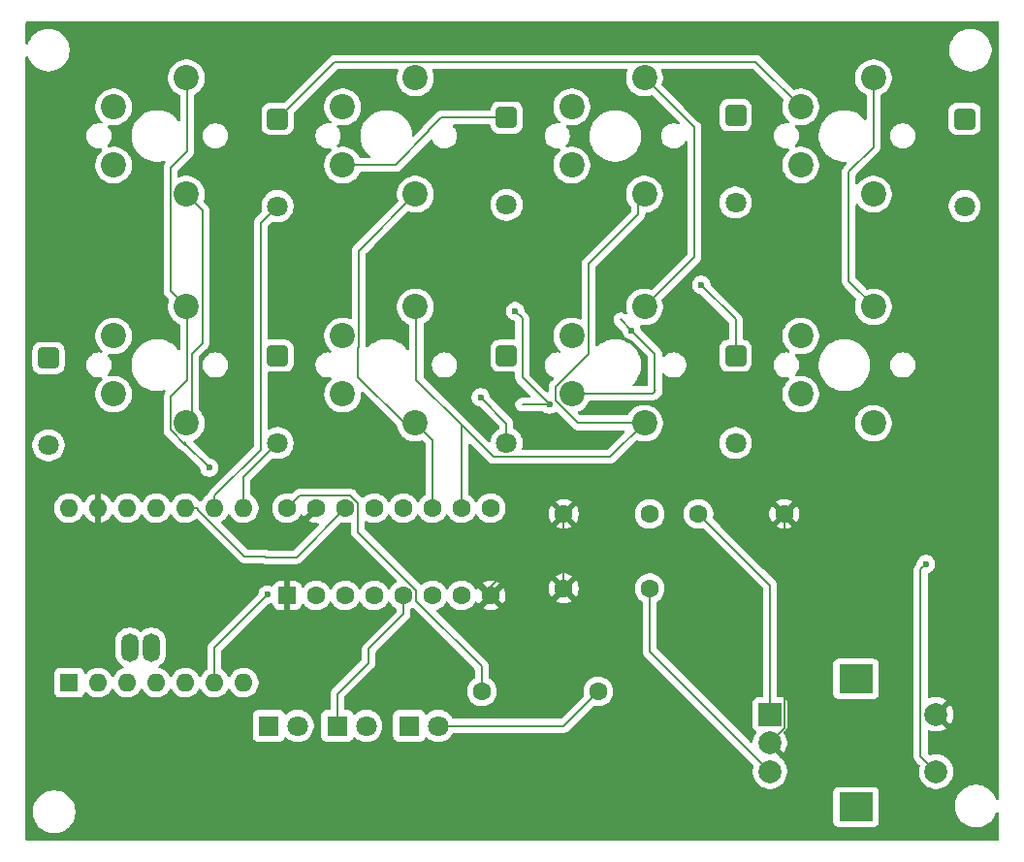
<source format=gbr>
%TF.GenerationSoftware,KiCad,Pcbnew,9.0.7*%
%TF.CreationDate,2026-02-09T02:17:25+09:00*%
%TF.ProjectId,LEFT_Parade,4c454654-5f50-4617-9261-64652e6b6963,rev?*%
%TF.SameCoordinates,Original*%
%TF.FileFunction,Copper,L2,Bot*%
%TF.FilePolarity,Positive*%
%FSLAX46Y46*%
G04 Gerber Fmt 4.6, Leading zero omitted, Abs format (unit mm)*
G04 Created by KiCad (PCBNEW 9.0.7) date 2026-02-09 02:17:25*
%MOMM*%
%LPD*%
G01*
G04 APERTURE LIST*
G04 Aperture macros list*
%AMRoundRect*
0 Rectangle with rounded corners*
0 $1 Rounding radius*
0 $2 $3 $4 $5 $6 $7 $8 $9 X,Y pos of 4 corners*
0 Add a 4 corners polygon primitive as box body*
4,1,4,$2,$3,$4,$5,$6,$7,$8,$9,$2,$3,0*
0 Add four circle primitives for the rounded corners*
1,1,$1+$1,$2,$3*
1,1,$1+$1,$4,$5*
1,1,$1+$1,$6,$7*
1,1,$1+$1,$8,$9*
0 Add four rect primitives between the rounded corners*
20,1,$1+$1,$2,$3,$4,$5,0*
20,1,$1+$1,$4,$5,$6,$7,0*
20,1,$1+$1,$6,$7,$8,$9,0*
20,1,$1+$1,$8,$9,$2,$3,0*%
G04 Aperture macros list end*
%TA.AperFunction,ComponentPad*%
%ADD10RoundRect,0.250000X-0.650000X0.650000X-0.650000X-0.650000X0.650000X-0.650000X0.650000X0.650000X0*%
%TD*%
%TA.AperFunction,ComponentPad*%
%ADD11C,1.800000*%
%TD*%
%TA.AperFunction,ComponentPad*%
%ADD12C,2.200000*%
%TD*%
%TA.AperFunction,ComponentPad*%
%ADD13C,1.600000*%
%TD*%
%TA.AperFunction,ComponentPad*%
%ADD14R,1.600000X1.600000*%
%TD*%
%TA.AperFunction,ComponentPad*%
%ADD15O,1.600000X1.600000*%
%TD*%
%TA.AperFunction,ComponentPad*%
%ADD16O,1.500000X2.500000*%
%TD*%
%TA.AperFunction,ComponentPad*%
%ADD17R,1.800000X1.800000*%
%TD*%
%TA.AperFunction,ComponentPad*%
%ADD18RoundRect,0.250000X0.550000X-0.550000X0.550000X0.550000X-0.550000X0.550000X-0.550000X-0.550000X0*%
%TD*%
%TA.AperFunction,ComponentPad*%
%ADD19R,2.000000X2.000000*%
%TD*%
%TA.AperFunction,ComponentPad*%
%ADD20C,2.000000*%
%TD*%
%TA.AperFunction,ComponentPad*%
%ADD21R,3.000000X2.500000*%
%TD*%
%TA.AperFunction,ViaPad*%
%ADD22C,0.600000*%
%TD*%
%TA.AperFunction,Conductor*%
%ADD23C,0.200000*%
%TD*%
G04 APERTURE END LIST*
D10*
%TO.P,D5,1,K*%
%TO.N,Net-(D5-K)*%
X43500000Y-62880000D03*
D11*
%TO.P,D5,2,A*%
%TO.N,Net-(D5-A)*%
X43500000Y-70500000D03*
%TD*%
D12*
%TO.P,SW10,1,1*%
%TO.N,Net-(U2B-~{Q3})*%
X115540000Y-48580000D03*
%TO.P,SW10,2,2*%
%TO.N,Net-(D1-K)*%
X109190000Y-46040000D03*
%TD*%
D13*
%TO.P,R1,1*%
%TO.N,Net-(U1-3V3)*%
X81340000Y-92000000D03*
%TO.P,R1,2*%
%TO.N,Net-(D10-A)*%
X91500000Y-92000000D03*
%TD*%
D12*
%TO.P,SW9,1,1*%
%TO.N,Net-(U2B-~{Q0})*%
X115540000Y-58420000D03*
%TO.P,SW9,2,2*%
%TO.N,Net-(D8-K)*%
X109190000Y-60960000D03*
%TD*%
%TO.P,SW11,1,1*%
%TO.N,Net-(U2B-~{Q2})*%
X95540000Y-48580000D03*
%TO.P,SW11,2,2*%
%TO.N,Net-(D2-K)*%
X89190000Y-46040000D03*
%TD*%
D14*
%TO.P,U1,1,PA02_A0_D0*%
%TO.N,unconnected-(U1-PA02_A0_D0-Pad1)*%
X45300000Y-91240000D03*
D15*
%TO.P,U1,2,PA4_A1_D1*%
%TO.N,Net-(U1-PA4_A1_D1)*%
X47840000Y-91240000D03*
%TO.P,U1,3,PA10_A2_D2*%
%TO.N,Net-(U1-PA10_A2_D2)*%
X50380000Y-91240000D03*
%TO.P,U1,4,PA11_A3_D3*%
%TO.N,Net-(U1-PA11_A3_D3)*%
X52920000Y-91240000D03*
%TO.P,U1,5,PA8_A4_D4_SDA*%
%TO.N,Net-(U1-PA8_A4_D4_SDA)*%
X55460000Y-91240000D03*
%TO.P,U1,6,PA9_A5_D5_SCL*%
%TO.N,Net-(U1-PA9_A5_D5_SCL)*%
X58000000Y-91240000D03*
%TO.P,U1,7,PB08_A6_D6_TX*%
%TO.N,unconnected-(U1-PB08_A6_D6_TX-Pad7)*%
X60540000Y-91240000D03*
%TO.P,U1,8,PB09_A7_D7_RX*%
%TO.N,Net-(D5-A)*%
X60540000Y-76000000D03*
%TO.P,U1,9,PA7_A8_D8_SCK*%
%TO.N,Net-(D1-A)*%
X58000000Y-76000000D03*
%TO.P,U1,10,PA5_A9_D9_MISO*%
%TO.N,Net-(U1-PA5_A9_D9_MISO)*%
X55460000Y-76000000D03*
%TO.P,U1,11,PA6_A10_D10_MOSI*%
%TO.N,Net-(U1-PA6_A10_D10_MOSI)*%
X52920000Y-76000000D03*
%TO.P,U1,12,3V3*%
%TO.N,Net-(U1-3V3)*%
X50380000Y-76000000D03*
%TO.P,U1,13,GND*%
%TO.N,Net-(U2A-GND)*%
X47840000Y-76000000D03*
%TO.P,U1,14,5V*%
%TO.N,unconnected-(U1-5V-Pad14)*%
X45300000Y-76000000D03*
D16*
%TO.P,U1,B+*%
%TO.N,N/C*%
X52500000Y-88180000D03*
%TO.P,U1,B-*%
X50600000Y-88169000D03*
%TD*%
D10*
%TO.P,D3,1,K*%
%TO.N,Net-(D3-K)*%
X83500000Y-41880000D03*
D11*
%TO.P,D3,2,A*%
%TO.N,Net-(D1-A)*%
X83500000Y-49500000D03*
%TD*%
D12*
%TO.P,SW17,1,1*%
%TO.N,Net-(U2B-~{Q0})*%
X55540000Y-68580000D03*
%TO.P,SW17,2,2*%
%TO.N,Net-(D8-K)*%
X49190000Y-66040000D03*
%TD*%
D13*
%TO.P,C2,1*%
%TO.N,Net-(U1-PA8_A4_D4_SDA)*%
X100250000Y-76500000D03*
%TO.P,C2,2*%
%TO.N,Net-(U2A-GND)*%
X107750000Y-76500000D03*
%TD*%
D17*
%TO.P,D9,1,K*%
%TO.N,Net-(D9-K)*%
X62730000Y-95000000D03*
D11*
%TO.P,D9,2,A*%
%TO.N,Net-(D10-A)*%
X65270000Y-95000000D03*
%TD*%
D12*
%TO.P,SW4,1,1*%
%TO.N,Net-(U2B-~{Q1})*%
X95540000Y-38420000D03*
%TO.P,SW4,2,2*%
%TO.N,Net-(D3-K)*%
X89190000Y-40960000D03*
%TD*%
%TO.P,SW6,1,1*%
%TO.N,Net-(U2B-~{Q3})*%
X55540000Y-58420000D03*
%TO.P,SW6,2,2*%
%TO.N,Net-(D5-K)*%
X49190000Y-60960000D03*
%TD*%
%TO.P,SW14,1,1*%
%TO.N,Net-(U2B-~{Q3})*%
X115540000Y-68580000D03*
%TO.P,SW14,2,2*%
%TO.N,Net-(D5-K)*%
X109190000Y-66040000D03*
%TD*%
D18*
%TO.P,U2,1,~{EN}*%
%TO.N,Net-(U2A-GND)*%
X64340000Y-83620000D03*
D13*
%TO.P,U2,2,A*%
%TO.N,Net-(U1-PA9_A5_D5_SCL)*%
X66880000Y-83620000D03*
%TO.P,U2,3,B*%
%TO.N,Net-(U1-PA4_A1_D1)*%
X69420000Y-83620000D03*
%TO.P,U2,4,~{Q0}*%
%TO.N,Net-(D11-K)*%
X71960000Y-83620000D03*
%TO.P,U2,5,~{Q1}*%
%TO.N,Net-(D10-K)*%
X74500000Y-83620000D03*
%TO.P,U2,6,~{Q2}*%
%TO.N,Net-(D9-K)*%
X77040000Y-83620000D03*
%TO.P,U2,7,~{Q3}*%
%TO.N,unconnected-(U2A-~{Q3}-Pad7)*%
X79580000Y-83620000D03*
%TO.P,U2,8,GND*%
%TO.N,Net-(U2A-GND)*%
X82120000Y-83620000D03*
%TO.P,U2,9,~{Q3}*%
%TO.N,Net-(U2B-~{Q3})*%
X82120000Y-76000000D03*
%TO.P,U2,10,~{Q2}*%
%TO.N,Net-(U2B-~{Q2})*%
X79580000Y-76000000D03*
%TO.P,U2,11,~{Q1}*%
%TO.N,Net-(U2B-~{Q1})*%
X77040000Y-76000000D03*
%TO.P,U2,12,~{Q0}*%
%TO.N,Net-(U2B-~{Q0})*%
X74500000Y-76000000D03*
%TO.P,U2,13,B*%
%TO.N,Net-(U1-PA6_A10_D10_MOSI)*%
X71960000Y-76000000D03*
%TO.P,U2,14,A*%
%TO.N,Net-(U1-PA5_A9_D9_MISO)*%
X69420000Y-76000000D03*
%TO.P,U2,15,~{EN}*%
%TO.N,Net-(U2A-GND)*%
X66880000Y-76000000D03*
%TO.P,U2,16,VCC*%
%TO.N,Net-(U1-3V3)*%
X64340000Y-76000000D03*
%TD*%
D12*
%TO.P,SW12,1,1*%
%TO.N,Net-(U2B-~{Q1})*%
X75540000Y-48580000D03*
%TO.P,SW12,2,2*%
%TO.N,Net-(D3-K)*%
X69190000Y-46040000D03*
%TD*%
%TO.P,SW15,1,1*%
%TO.N,Net-(U2B-~{Q2})*%
X95540000Y-68580000D03*
%TO.P,SW15,2,2*%
%TO.N,Net-(D6-K)*%
X89190000Y-66040000D03*
%TD*%
D10*
%TO.P,D8,1,K*%
%TO.N,Net-(D8-K)*%
X103500000Y-62690000D03*
D11*
%TO.P,D8,2,A*%
%TO.N,Net-(D5-A)*%
X103500000Y-70310000D03*
%TD*%
D17*
%TO.P,D11,1,K*%
%TO.N,Net-(D11-K)*%
X75000000Y-95000000D03*
D11*
%TO.P,D11,2,A*%
%TO.N,Net-(D10-A)*%
X77540000Y-95000000D03*
%TD*%
D10*
%TO.P,D4,1,K*%
%TO.N,Net-(D4-K)*%
X63500000Y-42000000D03*
D11*
%TO.P,D4,2,A*%
%TO.N,Net-(D1-A)*%
X63500000Y-49620000D03*
%TD*%
D10*
%TO.P,D1,1,K*%
%TO.N,Net-(D1-K)*%
X123500000Y-42000000D03*
D11*
%TO.P,D1,2,A*%
%TO.N,Net-(D1-A)*%
X123500000Y-49620000D03*
%TD*%
D12*
%TO.P,SW7,1,1*%
%TO.N,Net-(U2B-~{Q2})*%
X75540000Y-58420000D03*
%TO.P,SW7,2,2*%
%TO.N,Net-(D6-K)*%
X69190000Y-60960000D03*
%TD*%
%TO.P,SW2,1,1*%
%TO.N,Net-(U2B-~{Q3})*%
X55540000Y-38420000D03*
%TO.P,SW2,2,2*%
%TO.N,Net-(D1-K)*%
X49190000Y-40960000D03*
%TD*%
D13*
%TO.P,C1,1*%
%TO.N,Net-(U2A-GND)*%
X88500000Y-83000000D03*
%TO.P,C1,2*%
%TO.N,Net-(U1-PA11_A3_D3)*%
X96000000Y-83000000D03*
%TD*%
D10*
%TO.P,D7,1,K*%
%TO.N,Net-(D7-K)*%
X83500000Y-62690000D03*
D11*
%TO.P,D7,2,A*%
%TO.N,Net-(D5-A)*%
X83500000Y-70310000D03*
%TD*%
D10*
%TO.P,D6,1,K*%
%TO.N,Net-(D6-K)*%
X63500000Y-62690000D03*
D11*
%TO.P,D6,2,A*%
%TO.N,Net-(D5-A)*%
X63500000Y-70310000D03*
%TD*%
D10*
%TO.P,D2,1,K*%
%TO.N,Net-(D2-K)*%
X103500000Y-41690000D03*
D11*
%TO.P,D2,2,A*%
%TO.N,Net-(D1-A)*%
X103500000Y-49310000D03*
%TD*%
D12*
%TO.P,SW3,1,1*%
%TO.N,Net-(U2B-~{Q2})*%
X75540000Y-38420000D03*
%TO.P,SW3,2,2*%
%TO.N,Net-(D2-K)*%
X69190000Y-40960000D03*
%TD*%
D17*
%TO.P,D10,1,K*%
%TO.N,Net-(D10-K)*%
X68730000Y-95000000D03*
D11*
%TO.P,D10,2,A*%
%TO.N,Net-(D10-A)*%
X71270000Y-95000000D03*
%TD*%
D19*
%TO.P,SW1,A,A*%
%TO.N,Net-(U1-PA8_A4_D4_SDA)*%
X106500000Y-94000000D03*
D20*
%TO.P,SW1,B,B*%
%TO.N,Net-(U1-PA11_A3_D3)*%
X106500000Y-99000000D03*
%TO.P,SW1,C,C*%
%TO.N,Net-(U2A-GND)*%
X106500000Y-96500000D03*
D21*
%TO.P,SW1,MP*%
%TO.N,N/C*%
X114000000Y-90900000D03*
X114000000Y-102100000D03*
D20*
%TO.P,SW1,S1,S1*%
%TO.N,Net-(U2A-GND)*%
X121000000Y-94000000D03*
%TO.P,SW1,S2,S2*%
%TO.N,Net-(U1-PA10_A2_D2)*%
X121000000Y-99000000D03*
%TD*%
D12*
%TO.P,SW16,1,1*%
%TO.N,Net-(U2B-~{Q1})*%
X75540000Y-68580000D03*
%TO.P,SW16,2,2*%
%TO.N,Net-(D7-K)*%
X69190000Y-66040000D03*
%TD*%
%TO.P,SW13,1,1*%
%TO.N,Net-(U2B-~{Q0})*%
X55540000Y-48580000D03*
%TO.P,SW13,2,2*%
%TO.N,Net-(D4-K)*%
X49190000Y-46040000D03*
%TD*%
%TO.P,SW8,1,1*%
%TO.N,Net-(U2B-~{Q1})*%
X95540000Y-58420000D03*
%TO.P,SW8,2,2*%
%TO.N,Net-(D7-K)*%
X89190000Y-60960000D03*
%TD*%
D13*
%TO.P,C3,1*%
%TO.N,Net-(U2A-GND)*%
X88500000Y-76500000D03*
%TO.P,C3,2*%
%TO.N,Net-(U1-PA10_A2_D2)*%
X96000000Y-76500000D03*
%TD*%
D12*
%TO.P,SW5,1,1*%
%TO.N,Net-(U2B-~{Q0})*%
X115540000Y-38420000D03*
%TO.P,SW5,2,2*%
%TO.N,Net-(D4-K)*%
X109190000Y-40960000D03*
%TD*%
D22*
%TO.N,Net-(D5-A)*%
X81232100Y-66318500D03*
%TO.N,Net-(D5-K)*%
X84244900Y-58796000D03*
X87234200Y-66948000D03*
%TO.N,Net-(D6-K)*%
X94411000Y-60470200D03*
%TO.N,Net-(D8-K)*%
X100500000Y-56500000D03*
%TO.N,Net-(U1-PA10_A2_D2)*%
X120116500Y-80882000D03*
%TO.N,Net-(U2B-~{Q3})*%
X57537800Y-72453500D03*
%TO.N,Net-(U1-PA9_A5_D5_SCL)*%
X62604000Y-83557400D03*
%TD*%
D23*
%TO.N,Net-(U1-3V3)*%
X81340000Y-92000000D02*
X81340000Y-89815050D01*
X81340000Y-89815050D02*
X75601000Y-84076050D01*
X75601000Y-84076050D02*
X75601000Y-83163950D01*
X75601000Y-83163950D02*
X70521000Y-78083950D01*
X70521000Y-78083950D02*
X70521000Y-75543950D01*
X70521000Y-75543950D02*
X69876050Y-74899000D01*
X69876050Y-74899000D02*
X65441000Y-74899000D01*
X65441000Y-74899000D02*
X64340000Y-76000000D01*
%TO.N,Net-(U2A-GND)*%
X88500000Y-83000000D02*
X88500000Y-76500000D01*
%TO.N,Net-(U1-PA11_A3_D3)*%
X96000000Y-83000000D02*
X96000000Y-88500000D01*
X96000000Y-88500000D02*
X106500000Y-99000000D01*
%TO.N,Net-(U1-PA8_A4_D4_SDA)*%
X100250000Y-76500000D02*
X106500000Y-82750000D01*
X106500000Y-82750000D02*
X106500000Y-94000000D01*
%TO.N,Net-(U2A-GND)*%
X107750000Y-76500000D02*
X107801700Y-76551700D01*
X107801700Y-95198300D02*
X106500000Y-96500000D01*
X107801700Y-76551700D02*
X107801700Y-95198300D01*
%TO.N,Net-(D1-A)*%
X62010900Y-70887400D02*
X62010900Y-51109100D01*
X58000000Y-76000000D02*
X58000000Y-74898300D01*
X62010900Y-51109100D02*
X63500000Y-49620000D01*
X58000000Y-74898300D02*
X62010900Y-70887400D01*
%TO.N,Net-(D3-K)*%
X76733200Y-42933100D02*
X77786300Y-41880000D01*
X73784816Y-46040000D02*
X69190000Y-46040000D01*
X76733200Y-43000000D02*
X76733200Y-42933100D01*
X76733200Y-43000000D02*
X76733200Y-43091616D01*
X77786300Y-41880000D02*
X83500000Y-41880000D01*
X76733200Y-43091616D02*
X73784816Y-46040000D01*
%TO.N,Net-(D4-K)*%
X63500000Y-42000000D02*
X68481000Y-37019000D01*
X105249000Y-37019000D02*
X109190000Y-40960000D01*
X68481000Y-37019000D02*
X105249000Y-37019000D01*
%TO.N,Net-(D5-A)*%
X83500000Y-68586400D02*
X83500000Y-70310000D01*
X81232100Y-66318500D02*
X83500000Y-68586400D01*
X60540000Y-73270000D02*
X60540000Y-76000000D01*
X63500000Y-70310000D02*
X60540000Y-73270000D01*
%TO.N,Net-(D5-K)*%
X84244900Y-58796000D02*
X84162800Y-58878100D01*
X84868700Y-66948000D02*
X87234200Y-66948000D01*
X87234200Y-66948000D02*
X84868700Y-66948000D01*
X84868700Y-59419800D02*
X84244900Y-58796000D01*
X87234200Y-66948000D02*
X84868700Y-64582500D01*
X84868700Y-64582500D02*
X84868700Y-59419800D01*
X84162800Y-58878100D02*
X84244900Y-58796000D01*
%TO.N,Net-(D6-K)*%
X96270000Y-65960000D02*
X89190000Y-65960000D01*
X96500000Y-65730000D02*
X96270000Y-65960000D01*
X96460200Y-65690200D02*
X96460200Y-62519400D01*
X96460200Y-62519400D02*
X94411000Y-60470200D01*
X96500000Y-65730000D02*
X96460200Y-65690200D01*
X93441200Y-59500400D02*
X94411000Y-60470200D01*
X94411000Y-60470200D02*
X93441200Y-59500400D01*
%TO.N,Net-(D8-K)*%
X100500000Y-56500000D02*
X103500000Y-59500000D01*
X103500000Y-59500000D02*
X103500000Y-62690000D01*
%TO.N,Net-(D10-A)*%
X91500000Y-92000000D02*
X88500000Y-95000000D01*
X88500000Y-95000000D02*
X77540000Y-95000000D01*
%TO.N,Net-(D10-K)*%
X71460000Y-89500000D02*
X71460000Y-88298300D01*
X68730000Y-92230000D02*
X68730000Y-95000000D01*
X71460000Y-89500000D02*
X68730000Y-92230000D01*
X71460000Y-88298300D02*
X74500000Y-85258300D01*
X74500000Y-85258300D02*
X74500000Y-83620000D01*
%TO.N,Net-(U1-PA5_A9_D9_MISO)*%
X65139000Y-80281000D02*
X62463600Y-80281000D01*
X62380000Y-80197400D02*
X60621400Y-80197400D01*
X56561700Y-76137700D02*
X56561700Y-76000000D01*
X60621400Y-80197400D02*
X56561700Y-76137700D01*
X62463600Y-80281000D02*
X62380000Y-80197400D01*
X69420000Y-76000000D02*
X65139000Y-80281000D01*
X56561700Y-76000000D02*
X55460000Y-76000000D01*
%TO.N,Net-(U1-PA10_A2_D2)*%
X119659300Y-97659300D02*
X119659300Y-81339200D01*
X121000000Y-99000000D02*
X119659300Y-97659300D01*
X119659300Y-81339200D02*
X120116500Y-80882000D01*
%TO.N,Net-(U2B-~{Q3})*%
X55607400Y-38487400D02*
X55607400Y-44818000D01*
X54139000Y-46286400D02*
X54139000Y-57019000D01*
X54139000Y-66286400D02*
X54139000Y-69160314D01*
X54139000Y-69160314D02*
X55436536Y-70457850D01*
X57537800Y-72453500D02*
X55542150Y-70457850D01*
X54139000Y-57019000D02*
X55540000Y-58420000D01*
X55436536Y-70457850D02*
X55542150Y-70457850D01*
X55607400Y-44818000D02*
X54139000Y-46286400D01*
X55623900Y-58503900D02*
X55623900Y-64801500D01*
X55623900Y-64801500D02*
X54139000Y-66286400D01*
X55540000Y-58420000D02*
X55623900Y-58503900D01*
X55542150Y-70457850D02*
X55357500Y-70273200D01*
X55540000Y-38420000D02*
X55607400Y-38487400D01*
%TO.N,Net-(U2B-~{Q2})*%
X87789000Y-66620314D02*
X89748686Y-68580000D01*
X92529000Y-71511000D02*
X95540000Y-68500000D01*
X87789000Y-66540314D02*
X87789000Y-65379686D01*
X75631400Y-58511400D02*
X75540000Y-58420000D01*
X90658900Y-62509786D02*
X90658900Y-54658900D01*
X82348400Y-71511000D02*
X92529000Y-71511000D01*
X79580000Y-68742600D02*
X82348400Y-71511000D01*
X90658900Y-54658900D02*
X95013600Y-50304200D01*
X87789000Y-66540314D02*
X87789000Y-66620314D01*
X75540000Y-58420000D02*
X75478500Y-58358500D01*
X95540000Y-68500000D02*
X89748686Y-68500000D01*
X95013600Y-50304200D02*
X95013600Y-48580000D01*
X75680600Y-38480600D02*
X75620000Y-38420000D01*
X75631400Y-64794000D02*
X75631400Y-58511400D01*
X79580000Y-76000000D02*
X79580000Y-68742600D01*
X79580000Y-68742600D02*
X75631400Y-64794000D01*
X87789000Y-65379686D02*
X90658900Y-62509786D01*
X89748686Y-68580000D02*
X95540000Y-68580000D01*
%TO.N,Net-(U2B-~{Q1})*%
X95580000Y-38420000D02*
X99899000Y-42739000D01*
X75540000Y-68580000D02*
X77040000Y-70080000D01*
X74580000Y-68580000D02*
X75540000Y-68580000D01*
X70601500Y-61973100D02*
X70601500Y-53518500D01*
X74954800Y-68500000D02*
X74954800Y-68580000D01*
X70601500Y-53518500D02*
X75540000Y-48580000D01*
X99899000Y-54061000D02*
X95540000Y-58420000D01*
X95540000Y-58420000D02*
X95414600Y-58294600D01*
X70537300Y-62037300D02*
X70537300Y-64537300D01*
X70537300Y-64537300D02*
X74580000Y-68580000D01*
X70537300Y-62037300D02*
X70601500Y-61973100D01*
X77040000Y-70080000D02*
X77040000Y-76000000D01*
X99899000Y-42739000D02*
X99899000Y-54061000D01*
%TO.N,Net-(U2B-~{Q0})*%
X56941000Y-49981000D02*
X56941000Y-61608800D01*
X56941000Y-61608800D02*
X56024900Y-62524900D01*
X56024900Y-62524900D02*
X56024900Y-68313600D01*
X56024900Y-68313600D02*
X55758500Y-68580000D01*
X115540000Y-44460000D02*
X113375100Y-46624900D01*
X115540000Y-38420000D02*
X115540000Y-44460000D01*
X55540000Y-48580000D02*
X56941000Y-49981000D01*
X113375100Y-46624900D02*
X113375100Y-56175100D01*
X113375100Y-56175100D02*
X115620000Y-58420000D01*
%TO.N,Net-(U1-PA9_A5_D5_SCL)*%
X62604000Y-83557400D02*
X62604000Y-83453900D01*
X62604000Y-83453900D02*
X62604000Y-83557400D01*
X58000000Y-88161400D02*
X58000000Y-91240000D01*
X62604000Y-83557400D02*
X58000000Y-88161400D01*
%TO.N,Net-(U2A-GND)*%
X82120000Y-82880000D02*
X82120000Y-83620000D01*
X88500000Y-76500000D02*
X82120000Y-82880000D01*
%TD*%
%TA.AperFunction,Conductor*%
%TO.N,Net-(U2A-GND)*%
G36*
X126442539Y-33520185D02*
G01*
X126488294Y-33572989D01*
X126499500Y-33624500D01*
X126499500Y-101370579D01*
X126479815Y-101437618D01*
X126427011Y-101483373D01*
X126357853Y-101493317D01*
X126294297Y-101464292D01*
X126257845Y-101407572D01*
X126257357Y-101407738D01*
X126256690Y-101405775D01*
X126256523Y-101405514D01*
X126256143Y-101404163D01*
X126256054Y-101403901D01*
X126203599Y-101277263D01*
X126163224Y-101179788D01*
X126041936Y-100969711D01*
X125913345Y-100802127D01*
X125894266Y-100777263D01*
X125894260Y-100777256D01*
X125722743Y-100605739D01*
X125722736Y-100605733D01*
X125530293Y-100458067D01*
X125530292Y-100458066D01*
X125530289Y-100458064D01*
X125320212Y-100336776D01*
X125320205Y-100336773D01*
X125096104Y-100243947D01*
X124861785Y-100181161D01*
X124621289Y-100149500D01*
X124621288Y-100149500D01*
X124378712Y-100149500D01*
X124378711Y-100149500D01*
X124138214Y-100181161D01*
X123903895Y-100243947D01*
X123679794Y-100336773D01*
X123679785Y-100336777D01*
X123469706Y-100458067D01*
X123277263Y-100605733D01*
X123277256Y-100605739D01*
X123105739Y-100777256D01*
X123105733Y-100777263D01*
X122958067Y-100969706D01*
X122836777Y-101179785D01*
X122836773Y-101179794D01*
X122743947Y-101403895D01*
X122681161Y-101638214D01*
X122649500Y-101878711D01*
X122649500Y-102121288D01*
X122681161Y-102361785D01*
X122743947Y-102596104D01*
X122836773Y-102820205D01*
X122836776Y-102820212D01*
X122958064Y-103030289D01*
X122958066Y-103030292D01*
X122958067Y-103030293D01*
X123105733Y-103222736D01*
X123105739Y-103222743D01*
X123277256Y-103394260D01*
X123277263Y-103394266D01*
X123281964Y-103397873D01*
X123469711Y-103541936D01*
X123679788Y-103663224D01*
X123903900Y-103756054D01*
X124138211Y-103818838D01*
X124318586Y-103842584D01*
X124378711Y-103850500D01*
X124378712Y-103850500D01*
X124621289Y-103850500D01*
X124669970Y-103844091D01*
X124861789Y-103818838D01*
X125096100Y-103756054D01*
X125320212Y-103663224D01*
X125530289Y-103541936D01*
X125722738Y-103394265D01*
X125894265Y-103222738D01*
X126041936Y-103030289D01*
X126163224Y-102820212D01*
X126256054Y-102596100D01*
X126256056Y-102596090D01*
X126257357Y-102592262D01*
X126258564Y-102592671D01*
X126292086Y-102537670D01*
X126354932Y-102507138D01*
X126424308Y-102515430D01*
X126478188Y-102559913D01*
X126499465Y-102626464D01*
X126499500Y-102629420D01*
X126499500Y-104875500D01*
X126479815Y-104942539D01*
X126427011Y-104988294D01*
X126375500Y-104999500D01*
X41624500Y-104999500D01*
X41557461Y-104979815D01*
X41511706Y-104927011D01*
X41500500Y-104875500D01*
X41500500Y-102378711D01*
X42149500Y-102378711D01*
X42149500Y-102621288D01*
X42181161Y-102861785D01*
X42243947Y-103096104D01*
X42296400Y-103222736D01*
X42336776Y-103320212D01*
X42458064Y-103530289D01*
X42458066Y-103530292D01*
X42458067Y-103530293D01*
X42605733Y-103722736D01*
X42605739Y-103722743D01*
X42777256Y-103894260D01*
X42777262Y-103894265D01*
X42969711Y-104041936D01*
X43179788Y-104163224D01*
X43403900Y-104256054D01*
X43638211Y-104318838D01*
X43818586Y-104342584D01*
X43878711Y-104350500D01*
X43878712Y-104350500D01*
X44121289Y-104350500D01*
X44169388Y-104344167D01*
X44361789Y-104318838D01*
X44596100Y-104256054D01*
X44820212Y-104163224D01*
X45030289Y-104041936D01*
X45222738Y-103894265D01*
X45394265Y-103722738D01*
X45541936Y-103530289D01*
X45663224Y-103320212D01*
X45756054Y-103096100D01*
X45818838Y-102861789D01*
X45850500Y-102621288D01*
X45850500Y-102378712D01*
X45818838Y-102138211D01*
X45756054Y-101903900D01*
X45663224Y-101679788D01*
X45541936Y-101469711D01*
X45394265Y-101277262D01*
X45394260Y-101277256D01*
X45222743Y-101105739D01*
X45222736Y-101105733D01*
X45030293Y-100958067D01*
X45030292Y-100958066D01*
X45030289Y-100958064D01*
X44820212Y-100836776D01*
X44820205Y-100836773D01*
X44736582Y-100802135D01*
X111999500Y-100802135D01*
X111999500Y-103397870D01*
X111999501Y-103397876D01*
X112005908Y-103457483D01*
X112056202Y-103592328D01*
X112056206Y-103592335D01*
X112142452Y-103707544D01*
X112142455Y-103707547D01*
X112257664Y-103793793D01*
X112257671Y-103793797D01*
X112392517Y-103844091D01*
X112392516Y-103844091D01*
X112399444Y-103844835D01*
X112452127Y-103850500D01*
X115547872Y-103850499D01*
X115607483Y-103844091D01*
X115742331Y-103793796D01*
X115857546Y-103707546D01*
X115943796Y-103592331D01*
X115994091Y-103457483D01*
X116000500Y-103397873D01*
X116000499Y-100802128D01*
X115994091Y-100742517D01*
X115943796Y-100607669D01*
X115943795Y-100607668D01*
X115943793Y-100607664D01*
X115857547Y-100492455D01*
X115857544Y-100492452D01*
X115742335Y-100406206D01*
X115742328Y-100406202D01*
X115607482Y-100355908D01*
X115607483Y-100355908D01*
X115547883Y-100349501D01*
X115547881Y-100349500D01*
X115547873Y-100349500D01*
X115547864Y-100349500D01*
X112452129Y-100349500D01*
X112452123Y-100349501D01*
X112392516Y-100355908D01*
X112257671Y-100406202D01*
X112257664Y-100406206D01*
X112142455Y-100492452D01*
X112142452Y-100492455D01*
X112056206Y-100607664D01*
X112056202Y-100607671D01*
X112005908Y-100742517D01*
X112002173Y-100777262D01*
X111999501Y-100802123D01*
X111999500Y-100802135D01*
X44736582Y-100802135D01*
X44596104Y-100743947D01*
X44361785Y-100681161D01*
X44121289Y-100649500D01*
X44121288Y-100649500D01*
X43878712Y-100649500D01*
X43878711Y-100649500D01*
X43638214Y-100681161D01*
X43403895Y-100743947D01*
X43179794Y-100836773D01*
X43179785Y-100836777D01*
X42969706Y-100958067D01*
X42777263Y-101105733D01*
X42777256Y-101105739D01*
X42605739Y-101277256D01*
X42605733Y-101277263D01*
X42458067Y-101469706D01*
X42336777Y-101679785D01*
X42336773Y-101679794D01*
X42243947Y-101903895D01*
X42181161Y-102138214D01*
X42149500Y-102378711D01*
X41500500Y-102378711D01*
X41500500Y-94052135D01*
X61329500Y-94052135D01*
X61329500Y-95947870D01*
X61329501Y-95947876D01*
X61335908Y-96007483D01*
X61386202Y-96142328D01*
X61386206Y-96142335D01*
X61472452Y-96257544D01*
X61472455Y-96257547D01*
X61587664Y-96343793D01*
X61587671Y-96343797D01*
X61722517Y-96394091D01*
X61722516Y-96394091D01*
X61729444Y-96394835D01*
X61782127Y-96400500D01*
X63677872Y-96400499D01*
X63737483Y-96394091D01*
X63872331Y-96343796D01*
X63987546Y-96257546D01*
X64073796Y-96142331D01*
X64101429Y-96068243D01*
X64103601Y-96062420D01*
X64145471Y-96006486D01*
X64210936Y-95982068D01*
X64279209Y-95996919D01*
X64307464Y-96018071D01*
X64357636Y-96068243D01*
X64357641Y-96068247D01*
X64401210Y-96099901D01*
X64535978Y-96197815D01*
X64664375Y-96263237D01*
X64732393Y-96297895D01*
X64732396Y-96297896D01*
X64837221Y-96331955D01*
X64942049Y-96366015D01*
X65159778Y-96400500D01*
X65159779Y-96400500D01*
X65380221Y-96400500D01*
X65380222Y-96400500D01*
X65597951Y-96366015D01*
X65807606Y-96297895D01*
X66004022Y-96197815D01*
X66182365Y-96068242D01*
X66338242Y-95912365D01*
X66467815Y-95734022D01*
X66567895Y-95537606D01*
X66636015Y-95327951D01*
X66670500Y-95110222D01*
X66670500Y-94889778D01*
X66636015Y-94672049D01*
X66580114Y-94500000D01*
X66567896Y-94462396D01*
X66567895Y-94462393D01*
X66501351Y-94331796D01*
X66467815Y-94265978D01*
X66451260Y-94243192D01*
X66338247Y-94087641D01*
X66338243Y-94087636D01*
X66182363Y-93931756D01*
X66182358Y-93931752D01*
X66004025Y-93802187D01*
X66004024Y-93802186D01*
X66004022Y-93802185D01*
X65886791Y-93742452D01*
X65807606Y-93702104D01*
X65807603Y-93702103D01*
X65597952Y-93633985D01*
X65489086Y-93616742D01*
X65380222Y-93599500D01*
X65159778Y-93599500D01*
X65087201Y-93610995D01*
X64942047Y-93633985D01*
X64732396Y-93702103D01*
X64732393Y-93702104D01*
X64535974Y-93802187D01*
X64357641Y-93931752D01*
X64357636Y-93931756D01*
X64307463Y-93981929D01*
X64246140Y-94015413D01*
X64176448Y-94010428D01*
X64120515Y-93968557D01*
X64103601Y-93937580D01*
X64073797Y-93857671D01*
X64073793Y-93857664D01*
X63987547Y-93742455D01*
X63987544Y-93742452D01*
X63872335Y-93656206D01*
X63872328Y-93656202D01*
X63737482Y-93605908D01*
X63737483Y-93605908D01*
X63677883Y-93599501D01*
X63677881Y-93599500D01*
X63677873Y-93599500D01*
X63677864Y-93599500D01*
X61782129Y-93599500D01*
X61782123Y-93599501D01*
X61722516Y-93605908D01*
X61587671Y-93656202D01*
X61587664Y-93656206D01*
X61472455Y-93742452D01*
X61472452Y-93742455D01*
X61386206Y-93857664D01*
X61386202Y-93857671D01*
X61335908Y-93992517D01*
X61329501Y-94052116D01*
X61329500Y-94052135D01*
X41500500Y-94052135D01*
X41500500Y-75897648D01*
X43999500Y-75897648D01*
X43999500Y-76102351D01*
X44031522Y-76304534D01*
X44094781Y-76499223D01*
X44147311Y-76602317D01*
X44187585Y-76681359D01*
X44187715Y-76681613D01*
X44308028Y-76847213D01*
X44452786Y-76991971D01*
X44573226Y-77079474D01*
X44618390Y-77112287D01*
X44727062Y-77167658D01*
X44800776Y-77205218D01*
X44800778Y-77205218D01*
X44800781Y-77205220D01*
X44891502Y-77234697D01*
X44995465Y-77268477D01*
X45096557Y-77284488D01*
X45197648Y-77300500D01*
X45197649Y-77300500D01*
X45402351Y-77300500D01*
X45402352Y-77300500D01*
X45604534Y-77268477D01*
X45799219Y-77205220D01*
X45981610Y-77112287D01*
X46137231Y-76999223D01*
X46147213Y-76991971D01*
X46147215Y-76991968D01*
X46147219Y-76991966D01*
X46291966Y-76847219D01*
X46291968Y-76847215D01*
X46291971Y-76847213D01*
X46412284Y-76681614D01*
X46412286Y-76681611D01*
X46412287Y-76681610D01*
X46459795Y-76588369D01*
X46507770Y-76537574D01*
X46575591Y-76520779D01*
X46641725Y-76543316D01*
X46680765Y-76588370D01*
X46728140Y-76681349D01*
X46848417Y-76846894D01*
X46848417Y-76846895D01*
X46993104Y-76991582D01*
X47158650Y-77111859D01*
X47340968Y-77204754D01*
X47535578Y-77267988D01*
X47590000Y-77276607D01*
X47590000Y-76315686D01*
X47594394Y-76320080D01*
X47685606Y-76372741D01*
X47787339Y-76400000D01*
X47892661Y-76400000D01*
X47994394Y-76372741D01*
X48085606Y-76320080D01*
X48090000Y-76315686D01*
X48090000Y-77276606D01*
X48144421Y-77267988D01*
X48339031Y-77204754D01*
X48521349Y-77111859D01*
X48686894Y-76991582D01*
X48686895Y-76991582D01*
X48831582Y-76846895D01*
X48831582Y-76846894D01*
X48951861Y-76681347D01*
X48999234Y-76588371D01*
X49047208Y-76537575D01*
X49115028Y-76520779D01*
X49181164Y-76543316D01*
X49220203Y-76588369D01*
X49267713Y-76681611D01*
X49388028Y-76847213D01*
X49532786Y-76991971D01*
X49653226Y-77079474D01*
X49698390Y-77112287D01*
X49807062Y-77167658D01*
X49880776Y-77205218D01*
X49880778Y-77205218D01*
X49880781Y-77205220D01*
X49971502Y-77234697D01*
X50075465Y-77268477D01*
X50176557Y-77284488D01*
X50277648Y-77300500D01*
X50277649Y-77300500D01*
X50482351Y-77300500D01*
X50482352Y-77300500D01*
X50684534Y-77268477D01*
X50879219Y-77205220D01*
X51061610Y-77112287D01*
X51217231Y-76999223D01*
X51227213Y-76991971D01*
X51227215Y-76991968D01*
X51227219Y-76991966D01*
X51371966Y-76847219D01*
X51371968Y-76847215D01*
X51371971Y-76847213D01*
X51492284Y-76681614D01*
X51492286Y-76681611D01*
X51492287Y-76681610D01*
X51539516Y-76588917D01*
X51587489Y-76538123D01*
X51655310Y-76521328D01*
X51721445Y-76543865D01*
X51760483Y-76588917D01*
X51767329Y-76602352D01*
X51807715Y-76681614D01*
X51928028Y-76847213D01*
X52072786Y-76991971D01*
X52193226Y-77079474D01*
X52238390Y-77112287D01*
X52347062Y-77167658D01*
X52420776Y-77205218D01*
X52420778Y-77205218D01*
X52420781Y-77205220D01*
X52511502Y-77234697D01*
X52615465Y-77268477D01*
X52716557Y-77284488D01*
X52817648Y-77300500D01*
X52817649Y-77300500D01*
X53022351Y-77300500D01*
X53022352Y-77300500D01*
X53224534Y-77268477D01*
X53419219Y-77205220D01*
X53601610Y-77112287D01*
X53757231Y-76999223D01*
X53767213Y-76991971D01*
X53767215Y-76991968D01*
X53767219Y-76991966D01*
X53911966Y-76847219D01*
X53911968Y-76847215D01*
X53911971Y-76847213D01*
X54032284Y-76681614D01*
X54032286Y-76681611D01*
X54032287Y-76681610D01*
X54079516Y-76588917D01*
X54127489Y-76538123D01*
X54195310Y-76521328D01*
X54261445Y-76543865D01*
X54300483Y-76588917D01*
X54307329Y-76602352D01*
X54347715Y-76681614D01*
X54468028Y-76847213D01*
X54612786Y-76991971D01*
X54733226Y-77079474D01*
X54778390Y-77112287D01*
X54887062Y-77167658D01*
X54960776Y-77205218D01*
X54960778Y-77205218D01*
X54960781Y-77205220D01*
X55051502Y-77234697D01*
X55155465Y-77268477D01*
X55256557Y-77284488D01*
X55357648Y-77300500D01*
X55357649Y-77300500D01*
X55562351Y-77300500D01*
X55562352Y-77300500D01*
X55764534Y-77268477D01*
X55959219Y-77205220D01*
X56141610Y-77112287D01*
X56297231Y-76999223D01*
X56307213Y-76991971D01*
X56307215Y-76991968D01*
X56307219Y-76991966D01*
X56349293Y-76949891D01*
X56410615Y-76916406D01*
X56480306Y-76921390D01*
X56524655Y-76949891D01*
X60252684Y-80677920D01*
X60389615Y-80756977D01*
X60542343Y-80797901D01*
X60542346Y-80797901D01*
X60708054Y-80797901D01*
X60708070Y-80797900D01*
X62124670Y-80797900D01*
X62186670Y-80814513D01*
X62231811Y-80840575D01*
X62231812Y-80840575D01*
X62231815Y-80840577D01*
X62384542Y-80881500D01*
X62384543Y-80881500D01*
X65052331Y-80881500D01*
X65052347Y-80881501D01*
X65059943Y-80881501D01*
X65218054Y-80881501D01*
X65218057Y-80881501D01*
X65370785Y-80840577D01*
X65435596Y-80803158D01*
X65507716Y-80761520D01*
X65619520Y-80649716D01*
X65619520Y-80649714D01*
X65629724Y-80639511D01*
X65629728Y-80639506D01*
X68975158Y-77294075D01*
X69036479Y-77260592D01*
X69101151Y-77263825D01*
X69115466Y-77268477D01*
X69317648Y-77300500D01*
X69317649Y-77300500D01*
X69522351Y-77300500D01*
X69522352Y-77300500D01*
X69724534Y-77268477D01*
X69724539Y-77268475D01*
X69724541Y-77268475D01*
X69758180Y-77257545D01*
X69828021Y-77255548D01*
X69887854Y-77291628D01*
X69918684Y-77354328D01*
X69920500Y-77375475D01*
X69920500Y-77997280D01*
X69920499Y-77997298D01*
X69920499Y-78163004D01*
X69920498Y-78163004D01*
X69961423Y-78315735D01*
X69990358Y-78365850D01*
X69990359Y-78365854D01*
X69990360Y-78365854D01*
X70040479Y-78452664D01*
X70040481Y-78452667D01*
X70159349Y-78571535D01*
X70159355Y-78571540D01*
X73881299Y-82293484D01*
X73914784Y-82354807D01*
X73909800Y-82424499D01*
X73867928Y-82480432D01*
X73849916Y-82491648D01*
X73818388Y-82507713D01*
X73652786Y-82628028D01*
X73508028Y-82772786D01*
X73387715Y-82938386D01*
X73340485Y-83031080D01*
X73292510Y-83081876D01*
X73224689Y-83098671D01*
X73158554Y-83076134D01*
X73119515Y-83031080D01*
X73118883Y-83029840D01*
X73072287Y-82938390D01*
X73042711Y-82897682D01*
X72951971Y-82772786D01*
X72807213Y-82628028D01*
X72641613Y-82507715D01*
X72641612Y-82507714D01*
X72641610Y-82507713D01*
X72582675Y-82477684D01*
X72459223Y-82414781D01*
X72264534Y-82351522D01*
X72089995Y-82323878D01*
X72062352Y-82319500D01*
X71857648Y-82319500D01*
X71833329Y-82323351D01*
X71655465Y-82351522D01*
X71460776Y-82414781D01*
X71278386Y-82507715D01*
X71112786Y-82628028D01*
X70968028Y-82772786D01*
X70847715Y-82938386D01*
X70800485Y-83031080D01*
X70752510Y-83081876D01*
X70684689Y-83098671D01*
X70618554Y-83076134D01*
X70579515Y-83031080D01*
X70578883Y-83029840D01*
X70532287Y-82938390D01*
X70502711Y-82897682D01*
X70411971Y-82772786D01*
X70267213Y-82628028D01*
X70101613Y-82507715D01*
X70101612Y-82507714D01*
X70101610Y-82507713D01*
X70042675Y-82477684D01*
X69919223Y-82414781D01*
X69724534Y-82351522D01*
X69549995Y-82323878D01*
X69522352Y-82319500D01*
X69317648Y-82319500D01*
X69293329Y-82323351D01*
X69115465Y-82351522D01*
X68920776Y-82414781D01*
X68738386Y-82507715D01*
X68572786Y-82628028D01*
X68428028Y-82772786D01*
X68307715Y-82938386D01*
X68260485Y-83031080D01*
X68212510Y-83081876D01*
X68144689Y-83098671D01*
X68078554Y-83076134D01*
X68039515Y-83031080D01*
X68038883Y-83029840D01*
X67992287Y-82938390D01*
X67962711Y-82897682D01*
X67871971Y-82772786D01*
X67727213Y-82628028D01*
X67561613Y-82507715D01*
X67561612Y-82507714D01*
X67561610Y-82507713D01*
X67502675Y-82477684D01*
X67379223Y-82414781D01*
X67184534Y-82351522D01*
X67009995Y-82323878D01*
X66982352Y-82319500D01*
X66777648Y-82319500D01*
X66753329Y-82323351D01*
X66575465Y-82351522D01*
X66380776Y-82414781D01*
X66198386Y-82507715D01*
X66032786Y-82628028D01*
X65888032Y-82772782D01*
X65819616Y-82866949D01*
X65764286Y-82909614D01*
X65694672Y-82915593D01*
X65632877Y-82882987D01*
X65601592Y-82833067D01*
X65574358Y-82750880D01*
X65574356Y-82750875D01*
X65482315Y-82601654D01*
X65358345Y-82477684D01*
X65209124Y-82385643D01*
X65209119Y-82385641D01*
X65042697Y-82330494D01*
X65042690Y-82330493D01*
X64939986Y-82320000D01*
X64590000Y-82320000D01*
X64590000Y-83304314D01*
X64585606Y-83299920D01*
X64494394Y-83247259D01*
X64392661Y-83220000D01*
X64287339Y-83220000D01*
X64185606Y-83247259D01*
X64094394Y-83299920D01*
X64090000Y-83304314D01*
X64090000Y-82320000D01*
X63740028Y-82320000D01*
X63740012Y-82320001D01*
X63637302Y-82330494D01*
X63470880Y-82385641D01*
X63470875Y-82385643D01*
X63321654Y-82477684D01*
X63197684Y-82601654D01*
X63105640Y-82750881D01*
X63105639Y-82750882D01*
X63104505Y-82754306D01*
X63103092Y-82756346D01*
X63102590Y-82757423D01*
X63102405Y-82757337D01*
X63064726Y-82811747D01*
X63000208Y-82838563D01*
X62939351Y-82829851D01*
X62837501Y-82787664D01*
X62837489Y-82787661D01*
X62682845Y-82756900D01*
X62682842Y-82756900D01*
X62525158Y-82756900D01*
X62525155Y-82756900D01*
X62370510Y-82787661D01*
X62370498Y-82787664D01*
X62224827Y-82848002D01*
X62224814Y-82848009D01*
X62093711Y-82935610D01*
X62093707Y-82935613D01*
X61982213Y-83047107D01*
X61982210Y-83047111D01*
X61894609Y-83178214D01*
X61894602Y-83178227D01*
X61834264Y-83323898D01*
X61834261Y-83323908D01*
X61803361Y-83479250D01*
X61770976Y-83541161D01*
X61769425Y-83542739D01*
X57519481Y-87792682D01*
X57519479Y-87792685D01*
X57469361Y-87879494D01*
X57469359Y-87879496D01*
X57440425Y-87929609D01*
X57440424Y-87929610D01*
X57440423Y-87929615D01*
X57399499Y-88082343D01*
X57399499Y-88082345D01*
X57399499Y-88250446D01*
X57399500Y-88250459D01*
X57399500Y-90010397D01*
X57379815Y-90077436D01*
X57331800Y-90120879D01*
X57318389Y-90127712D01*
X57152786Y-90248028D01*
X57008028Y-90392786D01*
X56887715Y-90558386D01*
X56840485Y-90651080D01*
X56792510Y-90701876D01*
X56724689Y-90718671D01*
X56658554Y-90696134D01*
X56619515Y-90651080D01*
X56618883Y-90649840D01*
X56572287Y-90558390D01*
X56564556Y-90547749D01*
X56451971Y-90392786D01*
X56307213Y-90248028D01*
X56141613Y-90127715D01*
X56141612Y-90127714D01*
X56141610Y-90127713D01*
X56084653Y-90098691D01*
X55959223Y-90034781D01*
X55764534Y-89971522D01*
X55589995Y-89943878D01*
X55562352Y-89939500D01*
X55357648Y-89939500D01*
X55333329Y-89943351D01*
X55155465Y-89971522D01*
X54960776Y-90034781D01*
X54778386Y-90127715D01*
X54612786Y-90248028D01*
X54468028Y-90392786D01*
X54347715Y-90558386D01*
X54300485Y-90651080D01*
X54252510Y-90701876D01*
X54184689Y-90718671D01*
X54118554Y-90696134D01*
X54079515Y-90651080D01*
X54078883Y-90649840D01*
X54032287Y-90558390D01*
X54024556Y-90547749D01*
X53911971Y-90392786D01*
X53767213Y-90248028D01*
X53601613Y-90127715D01*
X53601612Y-90127714D01*
X53601610Y-90127713D01*
X53544653Y-90098691D01*
X53419223Y-90034781D01*
X53224537Y-89971523D01*
X53212583Y-89969630D01*
X53149449Y-89939698D01*
X53112520Y-89880385D01*
X53113520Y-89810522D01*
X53152132Y-89752291D01*
X53159092Y-89746844D01*
X53314646Y-89633828D01*
X53453828Y-89494646D01*
X53569524Y-89335405D01*
X53658884Y-89160025D01*
X53719709Y-88972826D01*
X53736198Y-88868717D01*
X53750500Y-88778422D01*
X53750500Y-87581577D01*
X53719709Y-87387173D01*
X53658882Y-87199970D01*
X53569523Y-87024594D01*
X53561531Y-87013594D01*
X53453828Y-86865354D01*
X53314646Y-86726172D01*
X53155405Y-86610476D01*
X53133816Y-86599476D01*
X52980029Y-86521117D01*
X52792826Y-86460290D01*
X52598422Y-86429500D01*
X52598417Y-86429500D01*
X52401583Y-86429500D01*
X52401578Y-86429500D01*
X52207173Y-86460290D01*
X52019970Y-86521117D01*
X51844594Y-86610476D01*
X51753741Y-86676485D01*
X51685354Y-86726172D01*
X51685352Y-86726174D01*
X51685350Y-86726175D01*
X51643178Y-86768346D01*
X51581854Y-86801830D01*
X51512163Y-86796844D01*
X51467818Y-86768344D01*
X51414648Y-86715174D01*
X51414646Y-86715172D01*
X51255405Y-86599476D01*
X51080029Y-86510117D01*
X50892826Y-86449290D01*
X50698422Y-86418500D01*
X50698417Y-86418500D01*
X50501583Y-86418500D01*
X50501578Y-86418500D01*
X50307173Y-86449290D01*
X50119970Y-86510117D01*
X49944594Y-86599476D01*
X49853741Y-86665485D01*
X49785354Y-86715172D01*
X49785352Y-86715174D01*
X49785351Y-86715174D01*
X49646174Y-86854351D01*
X49646174Y-86854352D01*
X49646172Y-86854354D01*
X49638180Y-86865354D01*
X49530476Y-87013594D01*
X49441117Y-87188970D01*
X49380290Y-87376173D01*
X49349500Y-87570577D01*
X49349500Y-88767422D01*
X49380290Y-88961826D01*
X49441117Y-89149029D01*
X49511714Y-89287583D01*
X49530476Y-89324405D01*
X49646172Y-89483646D01*
X49785354Y-89622828D01*
X49904784Y-89709600D01*
X49944596Y-89738525D01*
X50008045Y-89770853D01*
X50058841Y-89818827D01*
X50075637Y-89886647D01*
X50053100Y-89952783D01*
X49998386Y-89996235D01*
X49990071Y-89999269D01*
X49880775Y-90034782D01*
X49698386Y-90127715D01*
X49532786Y-90248028D01*
X49388028Y-90392786D01*
X49267715Y-90558386D01*
X49220485Y-90651080D01*
X49172510Y-90701876D01*
X49104689Y-90718671D01*
X49038554Y-90696134D01*
X48999515Y-90651080D01*
X48998883Y-90649840D01*
X48952287Y-90558390D01*
X48944556Y-90547749D01*
X48831971Y-90392786D01*
X48687213Y-90248028D01*
X48521613Y-90127715D01*
X48521612Y-90127714D01*
X48521610Y-90127713D01*
X48464653Y-90098691D01*
X48339223Y-90034781D01*
X48144534Y-89971522D01*
X47969995Y-89943878D01*
X47942352Y-89939500D01*
X47737648Y-89939500D01*
X47713329Y-89943351D01*
X47535465Y-89971522D01*
X47340776Y-90034781D01*
X47158386Y-90127715D01*
X46992786Y-90248028D01*
X46848032Y-90392782D01*
X46821668Y-90429070D01*
X46766338Y-90471735D01*
X46696724Y-90477714D01*
X46634929Y-90445108D01*
X46600572Y-90384269D01*
X46598060Y-90369438D01*
X46597640Y-90365533D01*
X46594091Y-90332517D01*
X46543796Y-90197669D01*
X46543795Y-90197668D01*
X46543793Y-90197664D01*
X46457547Y-90082455D01*
X46457544Y-90082452D01*
X46342335Y-89996206D01*
X46342328Y-89996202D01*
X46207482Y-89945908D01*
X46207483Y-89945908D01*
X46147883Y-89939501D01*
X46147881Y-89939500D01*
X46147873Y-89939500D01*
X46147864Y-89939500D01*
X44452129Y-89939500D01*
X44452123Y-89939501D01*
X44392516Y-89945908D01*
X44257671Y-89996202D01*
X44257664Y-89996206D01*
X44142455Y-90082452D01*
X44142452Y-90082455D01*
X44056206Y-90197664D01*
X44056202Y-90197671D01*
X44005908Y-90332517D01*
X43999501Y-90392116D01*
X43999500Y-90392135D01*
X43999500Y-92087870D01*
X43999501Y-92087876D01*
X44005908Y-92147483D01*
X44056202Y-92282328D01*
X44056206Y-92282335D01*
X44142452Y-92397544D01*
X44142455Y-92397547D01*
X44257664Y-92483793D01*
X44257671Y-92483797D01*
X44392517Y-92534091D01*
X44392516Y-92534091D01*
X44399444Y-92534835D01*
X44452127Y-92540500D01*
X46147872Y-92540499D01*
X46207483Y-92534091D01*
X46342331Y-92483796D01*
X46457546Y-92397546D01*
X46543796Y-92282331D01*
X46594091Y-92147483D01*
X46598061Y-92110556D01*
X46624796Y-92046011D01*
X46682188Y-92006161D01*
X46752013Y-92003666D01*
X46812102Y-92039317D01*
X46821667Y-92050929D01*
X46848032Y-92087217D01*
X46992786Y-92231971D01*
X47112637Y-92319046D01*
X47158390Y-92352287D01*
X47236975Y-92392328D01*
X47340776Y-92445218D01*
X47340778Y-92445218D01*
X47340781Y-92445220D01*
X47395678Y-92463057D01*
X47535465Y-92508477D01*
X47636557Y-92524488D01*
X47737648Y-92540500D01*
X47737649Y-92540500D01*
X47942351Y-92540500D01*
X47942352Y-92540500D01*
X48144534Y-92508477D01*
X48339219Y-92445220D01*
X48521610Y-92352287D01*
X48652099Y-92257482D01*
X48687213Y-92231971D01*
X48687215Y-92231968D01*
X48687219Y-92231966D01*
X48831966Y-92087219D01*
X48831968Y-92087215D01*
X48831971Y-92087213D01*
X48952284Y-91921614D01*
X48952285Y-91921613D01*
X48952287Y-91921610D01*
X48999516Y-91828917D01*
X49047489Y-91778123D01*
X49115310Y-91761328D01*
X49181445Y-91783865D01*
X49220483Y-91828917D01*
X49255504Y-91897648D01*
X49267715Y-91921614D01*
X49388028Y-92087213D01*
X49532786Y-92231971D01*
X49652637Y-92319046D01*
X49698390Y-92352287D01*
X49776975Y-92392328D01*
X49880776Y-92445218D01*
X49880778Y-92445218D01*
X49880781Y-92445220D01*
X49935678Y-92463057D01*
X50075465Y-92508477D01*
X50176557Y-92524488D01*
X50277648Y-92540500D01*
X50277649Y-92540500D01*
X50482351Y-92540500D01*
X50482352Y-92540500D01*
X50684534Y-92508477D01*
X50879219Y-92445220D01*
X51061610Y-92352287D01*
X51192099Y-92257482D01*
X51227213Y-92231971D01*
X51227215Y-92231968D01*
X51227219Y-92231966D01*
X51371966Y-92087219D01*
X51371968Y-92087215D01*
X51371971Y-92087213D01*
X51492284Y-91921614D01*
X51492285Y-91921613D01*
X51492287Y-91921610D01*
X51539516Y-91828917D01*
X51587489Y-91778123D01*
X51655310Y-91761328D01*
X51721445Y-91783865D01*
X51760483Y-91828917D01*
X51795504Y-91897648D01*
X51807715Y-91921614D01*
X51928028Y-92087213D01*
X52072786Y-92231971D01*
X52192637Y-92319046D01*
X52238390Y-92352287D01*
X52316975Y-92392328D01*
X52420776Y-92445218D01*
X52420778Y-92445218D01*
X52420781Y-92445220D01*
X52475678Y-92463057D01*
X52615465Y-92508477D01*
X52716557Y-92524488D01*
X52817648Y-92540500D01*
X52817649Y-92540500D01*
X53022351Y-92540500D01*
X53022352Y-92540500D01*
X53224534Y-92508477D01*
X53419219Y-92445220D01*
X53601610Y-92352287D01*
X53732099Y-92257482D01*
X53767213Y-92231971D01*
X53767215Y-92231968D01*
X53767219Y-92231966D01*
X53911966Y-92087219D01*
X53911968Y-92087215D01*
X53911971Y-92087213D01*
X54032284Y-91921614D01*
X54032285Y-91921613D01*
X54032287Y-91921610D01*
X54079516Y-91828917D01*
X54127489Y-91778123D01*
X54195310Y-91761328D01*
X54261445Y-91783865D01*
X54300483Y-91828917D01*
X54335504Y-91897648D01*
X54347715Y-91921614D01*
X54468028Y-92087213D01*
X54612786Y-92231971D01*
X54732637Y-92319046D01*
X54778390Y-92352287D01*
X54856975Y-92392328D01*
X54960776Y-92445218D01*
X54960778Y-92445218D01*
X54960781Y-92445220D01*
X55015678Y-92463057D01*
X55155465Y-92508477D01*
X55256557Y-92524488D01*
X55357648Y-92540500D01*
X55357649Y-92540500D01*
X55562351Y-92540500D01*
X55562352Y-92540500D01*
X55764534Y-92508477D01*
X55959219Y-92445220D01*
X56141610Y-92352287D01*
X56272099Y-92257482D01*
X56307213Y-92231971D01*
X56307215Y-92231968D01*
X56307219Y-92231966D01*
X56451966Y-92087219D01*
X56451968Y-92087215D01*
X56451971Y-92087213D01*
X56572284Y-91921614D01*
X56572285Y-91921613D01*
X56572287Y-91921610D01*
X56619516Y-91828917D01*
X56667489Y-91778123D01*
X56735310Y-91761328D01*
X56801445Y-91783865D01*
X56840483Y-91828917D01*
X56875504Y-91897648D01*
X56887715Y-91921614D01*
X57008028Y-92087213D01*
X57152786Y-92231971D01*
X57272637Y-92319046D01*
X57318390Y-92352287D01*
X57396975Y-92392328D01*
X57500776Y-92445218D01*
X57500778Y-92445218D01*
X57500781Y-92445220D01*
X57555678Y-92463057D01*
X57695465Y-92508477D01*
X57796557Y-92524488D01*
X57897648Y-92540500D01*
X57897649Y-92540500D01*
X58102351Y-92540500D01*
X58102352Y-92540500D01*
X58304534Y-92508477D01*
X58499219Y-92445220D01*
X58681610Y-92352287D01*
X58812099Y-92257482D01*
X58847213Y-92231971D01*
X58847215Y-92231968D01*
X58847219Y-92231966D01*
X58991966Y-92087219D01*
X58991968Y-92087215D01*
X58991971Y-92087213D01*
X59112284Y-91921614D01*
X59112285Y-91921613D01*
X59112287Y-91921610D01*
X59159516Y-91828917D01*
X59207489Y-91778123D01*
X59275310Y-91761328D01*
X59341445Y-91783865D01*
X59380483Y-91828917D01*
X59415504Y-91897648D01*
X59427715Y-91921614D01*
X59548028Y-92087213D01*
X59692786Y-92231971D01*
X59812637Y-92319046D01*
X59858390Y-92352287D01*
X59936975Y-92392328D01*
X60040776Y-92445218D01*
X60040778Y-92445218D01*
X60040781Y-92445220D01*
X60095678Y-92463057D01*
X60235465Y-92508477D01*
X60336557Y-92524488D01*
X60437648Y-92540500D01*
X60437649Y-92540500D01*
X60642351Y-92540500D01*
X60642352Y-92540500D01*
X60844534Y-92508477D01*
X61039219Y-92445220D01*
X61221610Y-92352287D01*
X61352099Y-92257482D01*
X61387213Y-92231971D01*
X61387215Y-92231968D01*
X61387219Y-92231966D01*
X61531966Y-92087219D01*
X61531968Y-92087215D01*
X61531971Y-92087213D01*
X61596632Y-91998213D01*
X61652287Y-91921610D01*
X61745220Y-91739219D01*
X61808477Y-91544534D01*
X61840500Y-91342352D01*
X61840500Y-91137648D01*
X61808477Y-90935466D01*
X61745220Y-90740781D01*
X61745218Y-90740778D01*
X61745218Y-90740776D01*
X61699515Y-90651080D01*
X61652287Y-90558390D01*
X61644556Y-90547749D01*
X61531971Y-90392786D01*
X61387213Y-90248028D01*
X61221613Y-90127715D01*
X61221612Y-90127714D01*
X61221610Y-90127713D01*
X61164653Y-90098691D01*
X61039223Y-90034781D01*
X60844534Y-89971522D01*
X60669995Y-89943878D01*
X60642352Y-89939500D01*
X60437648Y-89939500D01*
X60413329Y-89943351D01*
X60235465Y-89971522D01*
X60040776Y-90034781D01*
X59858386Y-90127715D01*
X59692786Y-90248028D01*
X59548028Y-90392786D01*
X59427715Y-90558386D01*
X59380485Y-90651080D01*
X59332510Y-90701876D01*
X59264689Y-90718671D01*
X59198554Y-90696134D01*
X59159515Y-90651080D01*
X59158883Y-90649840D01*
X59112287Y-90558390D01*
X59104556Y-90547749D01*
X58991971Y-90392786D01*
X58847213Y-90248028D01*
X58681610Y-90127712D01*
X58668200Y-90120879D01*
X58617406Y-90072903D01*
X58600500Y-90010397D01*
X58600500Y-88461497D01*
X58620185Y-88394458D01*
X58636819Y-88373816D01*
X60592135Y-86418500D01*
X62618662Y-84391972D01*
X62679983Y-84358489D01*
X62682150Y-84358038D01*
X62743064Y-84345921D01*
X62837497Y-84327137D01*
X62902872Y-84300057D01*
X62972339Y-84292589D01*
X63034818Y-84323864D01*
X63068029Y-84375614D01*
X63105642Y-84489121D01*
X63105643Y-84489124D01*
X63197684Y-84638345D01*
X63321654Y-84762315D01*
X63470875Y-84854356D01*
X63470880Y-84854358D01*
X63637302Y-84909505D01*
X63637309Y-84909506D01*
X63740019Y-84919999D01*
X64089999Y-84919999D01*
X64090000Y-84919998D01*
X64090000Y-83935686D01*
X64094394Y-83940080D01*
X64185606Y-83992741D01*
X64287339Y-84020000D01*
X64392661Y-84020000D01*
X64494394Y-83992741D01*
X64585606Y-83940080D01*
X64590000Y-83935686D01*
X64590000Y-84919999D01*
X64939972Y-84919999D01*
X64939986Y-84919998D01*
X65042697Y-84909505D01*
X65209119Y-84854358D01*
X65209124Y-84854356D01*
X65358345Y-84762315D01*
X65482315Y-84638345D01*
X65574356Y-84489124D01*
X65574359Y-84489117D01*
X65601592Y-84406932D01*
X65641364Y-84349487D01*
X65705879Y-84322663D01*
X65774655Y-84334977D01*
X65819617Y-84373050D01*
X65888034Y-84467219D01*
X66032786Y-84611971D01*
X66153226Y-84699474D01*
X66198390Y-84732287D01*
X66279499Y-84773614D01*
X66380776Y-84825218D01*
X66380778Y-84825218D01*
X66380781Y-84825220D01*
X66470459Y-84854358D01*
X66575465Y-84888477D01*
X66646141Y-84899671D01*
X66777648Y-84920500D01*
X66777649Y-84920500D01*
X66982351Y-84920500D01*
X66982352Y-84920500D01*
X67184534Y-84888477D01*
X67379219Y-84825220D01*
X67561610Y-84732287D01*
X67654590Y-84664732D01*
X67727213Y-84611971D01*
X67727215Y-84611968D01*
X67727219Y-84611966D01*
X67871966Y-84467219D01*
X67871968Y-84467215D01*
X67871971Y-84467213D01*
X67992284Y-84301614D01*
X67992286Y-84301611D01*
X67992287Y-84301610D01*
X68039516Y-84208917D01*
X68087489Y-84158123D01*
X68155310Y-84141328D01*
X68221445Y-84163865D01*
X68260485Y-84208919D01*
X68307715Y-84301614D01*
X68428028Y-84467213D01*
X68572786Y-84611971D01*
X68693226Y-84699474D01*
X68738390Y-84732287D01*
X68819499Y-84773614D01*
X68920776Y-84825218D01*
X68920778Y-84825218D01*
X68920781Y-84825220D01*
X69010459Y-84854358D01*
X69115465Y-84888477D01*
X69186141Y-84899671D01*
X69317648Y-84920500D01*
X69317649Y-84920500D01*
X69522351Y-84920500D01*
X69522352Y-84920500D01*
X69724534Y-84888477D01*
X69919219Y-84825220D01*
X70101610Y-84732287D01*
X70194590Y-84664732D01*
X70267213Y-84611971D01*
X70267215Y-84611968D01*
X70267219Y-84611966D01*
X70411966Y-84467219D01*
X70411968Y-84467215D01*
X70411971Y-84467213D01*
X70532284Y-84301614D01*
X70532286Y-84301611D01*
X70532287Y-84301610D01*
X70579516Y-84208917D01*
X70627489Y-84158123D01*
X70695310Y-84141328D01*
X70761445Y-84163865D01*
X70800485Y-84208919D01*
X70847715Y-84301614D01*
X70968028Y-84467213D01*
X71112786Y-84611971D01*
X71233226Y-84699474D01*
X71278390Y-84732287D01*
X71359499Y-84773614D01*
X71460776Y-84825218D01*
X71460778Y-84825218D01*
X71460781Y-84825220D01*
X71550459Y-84854358D01*
X71655465Y-84888477D01*
X71726141Y-84899671D01*
X71857648Y-84920500D01*
X71857649Y-84920500D01*
X72062351Y-84920500D01*
X72062352Y-84920500D01*
X72264534Y-84888477D01*
X72459219Y-84825220D01*
X72641610Y-84732287D01*
X72734590Y-84664732D01*
X72807213Y-84611971D01*
X72807215Y-84611968D01*
X72807219Y-84611966D01*
X72951966Y-84467219D01*
X72951968Y-84467215D01*
X72951971Y-84467213D01*
X73072284Y-84301614D01*
X73072286Y-84301611D01*
X73072287Y-84301610D01*
X73119516Y-84208917D01*
X73167489Y-84158123D01*
X73235310Y-84141328D01*
X73301445Y-84163865D01*
X73340485Y-84208919D01*
X73387715Y-84301614D01*
X73508028Y-84467213D01*
X73508034Y-84467219D01*
X73652781Y-84611966D01*
X73818390Y-84732287D01*
X73831793Y-84739116D01*
X73842856Y-84749564D01*
X73856703Y-84755888D01*
X73867744Y-84773068D01*
X73882589Y-84787088D01*
X73886830Y-84802768D01*
X73894477Y-84814666D01*
X73899500Y-84849601D01*
X73899500Y-84958202D01*
X73879815Y-85025241D01*
X73863181Y-85045883D01*
X70979481Y-87929582D01*
X70979479Y-87929585D01*
X70929361Y-88016394D01*
X70929359Y-88016396D01*
X70900425Y-88066509D01*
X70900424Y-88066510D01*
X70900423Y-88066515D01*
X70859499Y-88219243D01*
X70859499Y-88219245D01*
X70859499Y-88387346D01*
X70859500Y-88387359D01*
X70859500Y-89199902D01*
X70839815Y-89266941D01*
X70823181Y-89287583D01*
X68249481Y-91861282D01*
X68249479Y-91861284D01*
X68225270Y-91903217D01*
X68215037Y-91920942D01*
X68170423Y-91998215D01*
X68129499Y-92150943D01*
X68129499Y-92150945D01*
X68129499Y-92319046D01*
X68129500Y-92319059D01*
X68129500Y-93475500D01*
X68109815Y-93542539D01*
X68057011Y-93588294D01*
X68005501Y-93599500D01*
X67782130Y-93599500D01*
X67782123Y-93599501D01*
X67722516Y-93605908D01*
X67587671Y-93656202D01*
X67587664Y-93656206D01*
X67472455Y-93742452D01*
X67472452Y-93742455D01*
X67386206Y-93857664D01*
X67386202Y-93857671D01*
X67335908Y-93992517D01*
X67329501Y-94052116D01*
X67329500Y-94052135D01*
X67329500Y-95947870D01*
X67329501Y-95947876D01*
X67335908Y-96007483D01*
X67386202Y-96142328D01*
X67386206Y-96142335D01*
X67472452Y-96257544D01*
X67472455Y-96257547D01*
X67587664Y-96343793D01*
X67587671Y-96343797D01*
X67722517Y-96394091D01*
X67722516Y-96394091D01*
X67729444Y-96394835D01*
X67782127Y-96400500D01*
X69677872Y-96400499D01*
X69737483Y-96394091D01*
X69872331Y-96343796D01*
X69987546Y-96257546D01*
X70073796Y-96142331D01*
X70101429Y-96068243D01*
X70103601Y-96062420D01*
X70145471Y-96006486D01*
X70210936Y-95982068D01*
X70279209Y-95996919D01*
X70307464Y-96018071D01*
X70357636Y-96068243D01*
X70357641Y-96068247D01*
X70401210Y-96099901D01*
X70535978Y-96197815D01*
X70664375Y-96263237D01*
X70732393Y-96297895D01*
X70732396Y-96297896D01*
X70837221Y-96331955D01*
X70942049Y-96366015D01*
X71159778Y-96400500D01*
X71159779Y-96400500D01*
X71380221Y-96400500D01*
X71380222Y-96400500D01*
X71597951Y-96366015D01*
X71807606Y-96297895D01*
X72004022Y-96197815D01*
X72182365Y-96068242D01*
X72338242Y-95912365D01*
X72467815Y-95734022D01*
X72567895Y-95537606D01*
X72636015Y-95327951D01*
X72670500Y-95110222D01*
X72670500Y-94889778D01*
X72636015Y-94672049D01*
X72580114Y-94500000D01*
X72567896Y-94462396D01*
X72567895Y-94462393D01*
X72501351Y-94331796D01*
X72467815Y-94265978D01*
X72458943Y-94253767D01*
X72362986Y-94121691D01*
X72338247Y-94087641D01*
X72338243Y-94087636D01*
X72302742Y-94052135D01*
X73599500Y-94052135D01*
X73599500Y-95947870D01*
X73599501Y-95947876D01*
X73605908Y-96007483D01*
X73656202Y-96142328D01*
X73656206Y-96142335D01*
X73742452Y-96257544D01*
X73742455Y-96257547D01*
X73857664Y-96343793D01*
X73857671Y-96343797D01*
X73992517Y-96394091D01*
X73992516Y-96394091D01*
X73999444Y-96394835D01*
X74052127Y-96400500D01*
X75947872Y-96400499D01*
X76007483Y-96394091D01*
X76142331Y-96343796D01*
X76257546Y-96257546D01*
X76343796Y-96142331D01*
X76371429Y-96068243D01*
X76373601Y-96062420D01*
X76415471Y-96006486D01*
X76480936Y-95982068D01*
X76549209Y-95996919D01*
X76577464Y-96018071D01*
X76627636Y-96068243D01*
X76627641Y-96068247D01*
X76671210Y-96099901D01*
X76805978Y-96197815D01*
X76934375Y-96263237D01*
X77002393Y-96297895D01*
X77002396Y-96297896D01*
X77107221Y-96331955D01*
X77212049Y-96366015D01*
X77429778Y-96400500D01*
X77429779Y-96400500D01*
X77650221Y-96400500D01*
X77650222Y-96400500D01*
X77867951Y-96366015D01*
X78077606Y-96297895D01*
X78274022Y-96197815D01*
X78452365Y-96068242D01*
X78608242Y-95912365D01*
X78737815Y-95734022D01*
X78771352Y-95668204D01*
X78819326Y-95617409D01*
X78881836Y-95600500D01*
X88413331Y-95600500D01*
X88413347Y-95600501D01*
X88420943Y-95600501D01*
X88579054Y-95600501D01*
X88579057Y-95600501D01*
X88731785Y-95559577D01*
X88781904Y-95530639D01*
X88868716Y-95480520D01*
X88980520Y-95368716D01*
X88980520Y-95368714D01*
X88990728Y-95358507D01*
X88990729Y-95358504D01*
X91055159Y-93294075D01*
X91116480Y-93260592D01*
X91181154Y-93263826D01*
X91195466Y-93268477D01*
X91397648Y-93300500D01*
X91397649Y-93300500D01*
X91602351Y-93300500D01*
X91602352Y-93300500D01*
X91804534Y-93268477D01*
X91999219Y-93205220D01*
X92181610Y-93112287D01*
X92274590Y-93044732D01*
X92347213Y-92991971D01*
X92347215Y-92991968D01*
X92347219Y-92991966D01*
X92491966Y-92847219D01*
X92491968Y-92847215D01*
X92491971Y-92847213D01*
X92557031Y-92757664D01*
X92612287Y-92681610D01*
X92705220Y-92499219D01*
X92768477Y-92304534D01*
X92800500Y-92102352D01*
X92800500Y-91897648D01*
X92768477Y-91695466D01*
X92705220Y-91500781D01*
X92705218Y-91500778D01*
X92705218Y-91500776D01*
X92624496Y-91342352D01*
X92612287Y-91318390D01*
X92604556Y-91307749D01*
X92491971Y-91152786D01*
X92347213Y-91008028D01*
X92181613Y-90887715D01*
X92181612Y-90887714D01*
X92181610Y-90887713D01*
X92124653Y-90858691D01*
X91999223Y-90794781D01*
X91804534Y-90731522D01*
X91617353Y-90701876D01*
X91602352Y-90699500D01*
X91397648Y-90699500D01*
X91382647Y-90701876D01*
X91195465Y-90731522D01*
X91000776Y-90794781D01*
X90818386Y-90887715D01*
X90652786Y-91008028D01*
X90508028Y-91152786D01*
X90387715Y-91318386D01*
X90294781Y-91500776D01*
X90231522Y-91695465D01*
X90199500Y-91897648D01*
X90199500Y-92102352D01*
X90214628Y-92197864D01*
X90231523Y-92304535D01*
X90236172Y-92318845D01*
X90238165Y-92388687D01*
X90205921Y-92444841D01*
X88287584Y-94363181D01*
X88226261Y-94396666D01*
X88199903Y-94399500D01*
X78881836Y-94399500D01*
X78814797Y-94379815D01*
X78771352Y-94331796D01*
X78737814Y-94265976D01*
X78608247Y-94087641D01*
X78608243Y-94087636D01*
X78452363Y-93931756D01*
X78452358Y-93931752D01*
X78274025Y-93802187D01*
X78274024Y-93802186D01*
X78274022Y-93802185D01*
X78156791Y-93742452D01*
X78077606Y-93702104D01*
X78077603Y-93702103D01*
X77867952Y-93633985D01*
X77759086Y-93616742D01*
X77650222Y-93599500D01*
X77429778Y-93599500D01*
X77357201Y-93610995D01*
X77212047Y-93633985D01*
X77002396Y-93702103D01*
X77002393Y-93702104D01*
X76805974Y-93802187D01*
X76627641Y-93931752D01*
X76627636Y-93931756D01*
X76577463Y-93981929D01*
X76516140Y-94015413D01*
X76446448Y-94010428D01*
X76390515Y-93968557D01*
X76373601Y-93937580D01*
X76343797Y-93857671D01*
X76343793Y-93857664D01*
X76257547Y-93742455D01*
X76257544Y-93742452D01*
X76142335Y-93656206D01*
X76142328Y-93656202D01*
X76007482Y-93605908D01*
X76007483Y-93605908D01*
X75947883Y-93599501D01*
X75947881Y-93599500D01*
X75947873Y-93599500D01*
X75947864Y-93599500D01*
X74052129Y-93599500D01*
X74052123Y-93599501D01*
X73992516Y-93605908D01*
X73857671Y-93656202D01*
X73857664Y-93656206D01*
X73742455Y-93742452D01*
X73742452Y-93742455D01*
X73656206Y-93857664D01*
X73656202Y-93857671D01*
X73605908Y-93992517D01*
X73599501Y-94052116D01*
X73599500Y-94052135D01*
X72302742Y-94052135D01*
X72182363Y-93931756D01*
X72182358Y-93931752D01*
X72004025Y-93802187D01*
X72004024Y-93802186D01*
X72004022Y-93802185D01*
X71886791Y-93742452D01*
X71807606Y-93702104D01*
X71807603Y-93702103D01*
X71597952Y-93633985D01*
X71489086Y-93616742D01*
X71380222Y-93599500D01*
X71159778Y-93599500D01*
X71087201Y-93610995D01*
X70942047Y-93633985D01*
X70732396Y-93702103D01*
X70732393Y-93702104D01*
X70535974Y-93802187D01*
X70357641Y-93931752D01*
X70357636Y-93931756D01*
X70307463Y-93981929D01*
X70246140Y-94015413D01*
X70176448Y-94010428D01*
X70120515Y-93968557D01*
X70103601Y-93937580D01*
X70073797Y-93857671D01*
X70073793Y-93857664D01*
X69987547Y-93742455D01*
X69987544Y-93742452D01*
X69872335Y-93656206D01*
X69872328Y-93656202D01*
X69737482Y-93605908D01*
X69737483Y-93605908D01*
X69677883Y-93599501D01*
X69677881Y-93599500D01*
X69677873Y-93599500D01*
X69677865Y-93599500D01*
X69454500Y-93599500D01*
X69387461Y-93579815D01*
X69341706Y-93527011D01*
X69330500Y-93475500D01*
X69330500Y-92530096D01*
X69350185Y-92463057D01*
X69366814Y-92442420D01*
X71818506Y-89990727D01*
X71818511Y-89990724D01*
X71828714Y-89980520D01*
X71828716Y-89980520D01*
X71940520Y-89868716D01*
X72017147Y-89735993D01*
X72019577Y-89731785D01*
X72060501Y-89579057D01*
X72060501Y-89420943D01*
X72060501Y-89413348D01*
X72060500Y-89413330D01*
X72060500Y-88598396D01*
X72080185Y-88531357D01*
X72096814Y-88510720D01*
X74868713Y-85738821D01*
X74868716Y-85738820D01*
X74980520Y-85627016D01*
X75030639Y-85540204D01*
X75059577Y-85490085D01*
X75100500Y-85337358D01*
X75100500Y-85179243D01*
X75100500Y-84849601D01*
X75102800Y-84841768D01*
X75101523Y-84833703D01*
X75112500Y-84808730D01*
X75120185Y-84782562D01*
X75127079Y-84775568D01*
X75129641Y-84769741D01*
X75144298Y-84758101D01*
X75155982Y-84746250D01*
X75161880Y-84742339D01*
X75181610Y-84732287D01*
X75229222Y-84697694D01*
X75231422Y-84696236D01*
X75262357Y-84686672D01*
X75292859Y-84675789D01*
X75295543Y-84676413D01*
X75298175Y-84675600D01*
X75329369Y-84684278D01*
X75360913Y-84691614D01*
X75363905Y-84693887D01*
X75365488Y-84694328D01*
X75367595Y-84696690D01*
X75387621Y-84711906D01*
X80703181Y-90027466D01*
X80736666Y-90088789D01*
X80739500Y-90115147D01*
X80739500Y-90770397D01*
X80719815Y-90837436D01*
X80671800Y-90880879D01*
X80658389Y-90887712D01*
X80492786Y-91008028D01*
X80348028Y-91152786D01*
X80227715Y-91318386D01*
X80134781Y-91500776D01*
X80071522Y-91695465D01*
X80039500Y-91897648D01*
X80039500Y-92102351D01*
X80071522Y-92304534D01*
X80134781Y-92499223D01*
X80227715Y-92681613D01*
X80348028Y-92847213D01*
X80492786Y-92991971D01*
X80647749Y-93104556D01*
X80658390Y-93112287D01*
X80774607Y-93171503D01*
X80840776Y-93205218D01*
X80840778Y-93205218D01*
X80840781Y-93205220D01*
X80945137Y-93239127D01*
X81035465Y-93268477D01*
X81136557Y-93284488D01*
X81237648Y-93300500D01*
X81237649Y-93300500D01*
X81442351Y-93300500D01*
X81442352Y-93300500D01*
X81644534Y-93268477D01*
X81839219Y-93205220D01*
X82021610Y-93112287D01*
X82114590Y-93044732D01*
X82187213Y-92991971D01*
X82187215Y-92991968D01*
X82187219Y-92991966D01*
X82331966Y-92847219D01*
X82331968Y-92847215D01*
X82331971Y-92847213D01*
X82397031Y-92757664D01*
X82452287Y-92681610D01*
X82545220Y-92499219D01*
X82608477Y-92304534D01*
X82640500Y-92102352D01*
X82640500Y-91897648D01*
X82608477Y-91695466D01*
X82545220Y-91500781D01*
X82545218Y-91500778D01*
X82545218Y-91500776D01*
X82464496Y-91342352D01*
X82452287Y-91318390D01*
X82444556Y-91307749D01*
X82331971Y-91152786D01*
X82187213Y-91008028D01*
X82021610Y-90887712D01*
X82008200Y-90880879D01*
X81957406Y-90832903D01*
X81940500Y-90770397D01*
X81940500Y-89904110D01*
X81940501Y-89904097D01*
X81940501Y-89735994D01*
X81940501Y-89735993D01*
X81899577Y-89583266D01*
X81848414Y-89494648D01*
X81820524Y-89446340D01*
X81820518Y-89446332D01*
X79750359Y-87376173D01*
X77425821Y-85051636D01*
X77392337Y-84990314D01*
X77397321Y-84920622D01*
X77439193Y-84864689D01*
X77475182Y-84846026D01*
X77539219Y-84825220D01*
X77721610Y-84732287D01*
X77814590Y-84664732D01*
X77887213Y-84611971D01*
X77887215Y-84611968D01*
X77887219Y-84611966D01*
X78031966Y-84467219D01*
X78031968Y-84467215D01*
X78031971Y-84467213D01*
X78152284Y-84301614D01*
X78152286Y-84301611D01*
X78152287Y-84301610D01*
X78199516Y-84208917D01*
X78247489Y-84158123D01*
X78315310Y-84141328D01*
X78381445Y-84163865D01*
X78420485Y-84208919D01*
X78467715Y-84301614D01*
X78588028Y-84467213D01*
X78732786Y-84611971D01*
X78853226Y-84699474D01*
X78898390Y-84732287D01*
X78979499Y-84773614D01*
X79080776Y-84825218D01*
X79080778Y-84825218D01*
X79080781Y-84825220D01*
X79170459Y-84854358D01*
X79275465Y-84888477D01*
X79346141Y-84899671D01*
X79477648Y-84920500D01*
X79477649Y-84920500D01*
X79682351Y-84920500D01*
X79682352Y-84920500D01*
X79884534Y-84888477D01*
X80079219Y-84825220D01*
X80261610Y-84732287D01*
X80354590Y-84664732D01*
X80427213Y-84611971D01*
X80427215Y-84611968D01*
X80427219Y-84611966D01*
X80571966Y-84467219D01*
X80571968Y-84467215D01*
X80571971Y-84467213D01*
X80692286Y-84301611D01*
X80692415Y-84301359D01*
X80739795Y-84208369D01*
X80787769Y-84157573D01*
X80855590Y-84140778D01*
X80921725Y-84163315D01*
X80960765Y-84208369D01*
X81008141Y-84301350D01*
X81008147Y-84301359D01*
X81040523Y-84345921D01*
X81040524Y-84345922D01*
X81720000Y-83666446D01*
X81720000Y-83672661D01*
X81747259Y-83774394D01*
X81799920Y-83865606D01*
X81874394Y-83940080D01*
X81965606Y-83992741D01*
X82067339Y-84020000D01*
X82073553Y-84020000D01*
X81394076Y-84699474D01*
X81438650Y-84731859D01*
X81620968Y-84824755D01*
X81815582Y-84887990D01*
X82017683Y-84920000D01*
X82222317Y-84920000D01*
X82424417Y-84887990D01*
X82619031Y-84824755D01*
X82801349Y-84731859D01*
X82845921Y-84699474D01*
X82166447Y-84020000D01*
X82172661Y-84020000D01*
X82274394Y-83992741D01*
X82365606Y-83940080D01*
X82440080Y-83865606D01*
X82492741Y-83774394D01*
X82520000Y-83672661D01*
X82520000Y-83666447D01*
X83199474Y-84345921D01*
X83231859Y-84301349D01*
X83324755Y-84119031D01*
X83365415Y-83993896D01*
X83365415Y-83993895D01*
X83387989Y-83924421D01*
X83387989Y-83924418D01*
X83420000Y-83722317D01*
X83420000Y-83517682D01*
X83387990Y-83315582D01*
X83324755Y-83120968D01*
X83237189Y-82949111D01*
X83237188Y-82949108D01*
X83231860Y-82938652D01*
X83202093Y-82897682D01*
X87200000Y-82897682D01*
X87200000Y-83102317D01*
X87232009Y-83304417D01*
X87295244Y-83499031D01*
X87388141Y-83681350D01*
X87388147Y-83681359D01*
X87420523Y-83725921D01*
X87420524Y-83725922D01*
X88100000Y-83046446D01*
X88100000Y-83052661D01*
X88127259Y-83154394D01*
X88179920Y-83245606D01*
X88254394Y-83320080D01*
X88345606Y-83372741D01*
X88447339Y-83400000D01*
X88453553Y-83400000D01*
X87774076Y-84079474D01*
X87818650Y-84111859D01*
X88000968Y-84204755D01*
X88195582Y-84267990D01*
X88397683Y-84300000D01*
X88602317Y-84300000D01*
X88804417Y-84267990D01*
X88999031Y-84204755D01*
X89181349Y-84111859D01*
X89225921Y-84079474D01*
X88546447Y-83400000D01*
X88552661Y-83400000D01*
X88654394Y-83372741D01*
X88745606Y-83320080D01*
X88820080Y-83245606D01*
X88872741Y-83154394D01*
X88900000Y-83052661D01*
X88900000Y-83046447D01*
X89579474Y-83725921D01*
X89611859Y-83681349D01*
X89704755Y-83499031D01*
X89767990Y-83304417D01*
X89800000Y-83102317D01*
X89800000Y-82897682D01*
X89799995Y-82897648D01*
X94699500Y-82897648D01*
X94699500Y-83102351D01*
X94731522Y-83304534D01*
X94794781Y-83499223D01*
X94856321Y-83619999D01*
X94887585Y-83681359D01*
X94887715Y-83681613D01*
X95008028Y-83847213D01*
X95008034Y-83847219D01*
X95152781Y-83991966D01*
X95318390Y-84112287D01*
X95331793Y-84119116D01*
X95382589Y-84167088D01*
X95399500Y-84229601D01*
X95399500Y-88413330D01*
X95399499Y-88413348D01*
X95399499Y-88579054D01*
X95399498Y-88579054D01*
X95440423Y-88731785D01*
X95461067Y-88767541D01*
X95461066Y-88767541D01*
X95461067Y-88767542D01*
X95519475Y-88868709D01*
X95519481Y-88868717D01*
X95638349Y-88987585D01*
X95638355Y-88987590D01*
X105047200Y-98396435D01*
X105080685Y-98457758D01*
X105077450Y-98522433D01*
X105036447Y-98648628D01*
X104999500Y-98881902D01*
X104999500Y-99118097D01*
X105036446Y-99351368D01*
X105109433Y-99575996D01*
X105216657Y-99786433D01*
X105355483Y-99977510D01*
X105522490Y-100144517D01*
X105713567Y-100283343D01*
X105812991Y-100334002D01*
X105924003Y-100390566D01*
X105924005Y-100390566D01*
X105924008Y-100390568D01*
X105972131Y-100406204D01*
X106148631Y-100463553D01*
X106381903Y-100500500D01*
X106381908Y-100500500D01*
X106618097Y-100500500D01*
X106851368Y-100463553D01*
X106868261Y-100458064D01*
X107075992Y-100390568D01*
X107286433Y-100283343D01*
X107477510Y-100144517D01*
X107644517Y-99977510D01*
X107783343Y-99786433D01*
X107890568Y-99575992D01*
X107963553Y-99351368D01*
X108000500Y-99118097D01*
X108000500Y-98881902D01*
X107963553Y-98648631D01*
X107901534Y-98457758D01*
X107890568Y-98424008D01*
X107890566Y-98424005D01*
X107890566Y-98424003D01*
X107783342Y-98213566D01*
X107644517Y-98022490D01*
X107477510Y-97855483D01*
X107421259Y-97814614D01*
X107378595Y-97759284D01*
X107375509Y-97738354D01*
X119058798Y-97738354D01*
X119099723Y-97891085D01*
X119128658Y-97941200D01*
X119128659Y-97941204D01*
X119128660Y-97941204D01*
X119175588Y-98022488D01*
X119178779Y-98028014D01*
X119178781Y-98028017D01*
X119297649Y-98146885D01*
X119297655Y-98146890D01*
X119547200Y-98396435D01*
X119580685Y-98457758D01*
X119577450Y-98522433D01*
X119536447Y-98648628D01*
X119499500Y-98881902D01*
X119499500Y-99118097D01*
X119536446Y-99351368D01*
X119609433Y-99575996D01*
X119716657Y-99786433D01*
X119855483Y-99977510D01*
X120022490Y-100144517D01*
X120213567Y-100283343D01*
X120312991Y-100334002D01*
X120424003Y-100390566D01*
X120424005Y-100390566D01*
X120424008Y-100390568D01*
X120472131Y-100406204D01*
X120648631Y-100463553D01*
X120881903Y-100500500D01*
X120881908Y-100500500D01*
X121118097Y-100500500D01*
X121351368Y-100463553D01*
X121368261Y-100458064D01*
X121575992Y-100390568D01*
X121786433Y-100283343D01*
X121977510Y-100144517D01*
X122144517Y-99977510D01*
X122283343Y-99786433D01*
X122390568Y-99575992D01*
X122463553Y-99351368D01*
X122500500Y-99118097D01*
X122500500Y-98881902D01*
X122463553Y-98648631D01*
X122401534Y-98457758D01*
X122390568Y-98424008D01*
X122390566Y-98424005D01*
X122390566Y-98424003D01*
X122283342Y-98213566D01*
X122144517Y-98022490D01*
X121977510Y-97855483D01*
X121786433Y-97716657D01*
X121575996Y-97609433D01*
X121351368Y-97536446D01*
X121118097Y-97499500D01*
X121118092Y-97499500D01*
X120881908Y-97499500D01*
X120881903Y-97499500D01*
X120648628Y-97536447D01*
X120522433Y-97577450D01*
X120507221Y-97577884D01*
X120492962Y-97583203D01*
X120473006Y-97578861D01*
X120452592Y-97579445D01*
X120438505Y-97571356D01*
X120424689Y-97568351D01*
X120396435Y-97547200D01*
X120296119Y-97446884D01*
X120262634Y-97385561D01*
X120259800Y-97359203D01*
X120259800Y-95507358D01*
X120279485Y-95440319D01*
X120332289Y-95394564D01*
X120401447Y-95384620D01*
X120422118Y-95389427D01*
X120648752Y-95463065D01*
X120648751Y-95463065D01*
X120881948Y-95500000D01*
X121118052Y-95500000D01*
X121351247Y-95463065D01*
X121575802Y-95390102D01*
X121786163Y-95282918D01*
X121786169Y-95282914D01*
X121869104Y-95222658D01*
X121869105Y-95222658D01*
X121129409Y-94482962D01*
X121192993Y-94465925D01*
X121307007Y-94400099D01*
X121400099Y-94307007D01*
X121465925Y-94192993D01*
X121482962Y-94129409D01*
X122222658Y-94869105D01*
X122222658Y-94869104D01*
X122282914Y-94786169D01*
X122282918Y-94786163D01*
X122390102Y-94575802D01*
X122463065Y-94351247D01*
X122500000Y-94118052D01*
X122500000Y-93881947D01*
X122463065Y-93648752D01*
X122390102Y-93424197D01*
X122282914Y-93213828D01*
X122222658Y-93130894D01*
X122222658Y-93130893D01*
X121482962Y-93870590D01*
X121465925Y-93807007D01*
X121400099Y-93692993D01*
X121307007Y-93599901D01*
X121192993Y-93534075D01*
X121129408Y-93517037D01*
X121869105Y-92777340D01*
X121869104Y-92777338D01*
X121786174Y-92717087D01*
X121575802Y-92609897D01*
X121351247Y-92536934D01*
X121351248Y-92536934D01*
X121118052Y-92500000D01*
X120881948Y-92500000D01*
X120648751Y-92536934D01*
X120422118Y-92610572D01*
X120352277Y-92612567D01*
X120292444Y-92576487D01*
X120261616Y-92513786D01*
X120259800Y-92492641D01*
X120259800Y-81771062D01*
X120279485Y-81704023D01*
X120332289Y-81658268D01*
X120347807Y-81652401D01*
X120349990Y-81651738D01*
X120349997Y-81651737D01*
X120495679Y-81591394D01*
X120626789Y-81503789D01*
X120738289Y-81392289D01*
X120825894Y-81261179D01*
X120886237Y-81115497D01*
X120917000Y-80960842D01*
X120917000Y-80803158D01*
X120917000Y-80803155D01*
X120916999Y-80803153D01*
X120907814Y-80756977D01*
X120886237Y-80648503D01*
X120886235Y-80648498D01*
X120825897Y-80502827D01*
X120825890Y-80502814D01*
X120738289Y-80371711D01*
X120738286Y-80371707D01*
X120626792Y-80260213D01*
X120626788Y-80260210D01*
X120495685Y-80172609D01*
X120495672Y-80172602D01*
X120350001Y-80112264D01*
X120349989Y-80112261D01*
X120195345Y-80081500D01*
X120195342Y-80081500D01*
X120037658Y-80081500D01*
X120037655Y-80081500D01*
X119883010Y-80112261D01*
X119882998Y-80112264D01*
X119737327Y-80172602D01*
X119737314Y-80172609D01*
X119606211Y-80260210D01*
X119606207Y-80260213D01*
X119494713Y-80371707D01*
X119494710Y-80371711D01*
X119407109Y-80502814D01*
X119407102Y-80502827D01*
X119346764Y-80648498D01*
X119346761Y-80648508D01*
X119315862Y-80803848D01*
X119283477Y-80865759D01*
X119281927Y-80867337D01*
X119178778Y-80970486D01*
X119128661Y-81057294D01*
X119128659Y-81057296D01*
X119099725Y-81107409D01*
X119099724Y-81107410D01*
X119097557Y-81115497D01*
X119058799Y-81260143D01*
X119058799Y-81418257D01*
X119058799Y-81418259D01*
X119058800Y-81428253D01*
X119058800Y-97572630D01*
X119058799Y-97572648D01*
X119058799Y-97738354D01*
X119058798Y-97738354D01*
X107375509Y-97738354D01*
X107373902Y-97727455D01*
X106629409Y-96982962D01*
X106692993Y-96965925D01*
X106807007Y-96900099D01*
X106900099Y-96807007D01*
X106965925Y-96692993D01*
X106982962Y-96629409D01*
X107722658Y-97369105D01*
X107722658Y-97369104D01*
X107782914Y-97286169D01*
X107782918Y-97286163D01*
X107890102Y-97075802D01*
X107963065Y-96851247D01*
X108000000Y-96618052D01*
X108000000Y-96381947D01*
X107963065Y-96148752D01*
X107890102Y-95924197D01*
X107782914Y-95713828D01*
X107713394Y-95618142D01*
X107689914Y-95552335D01*
X107705739Y-95484281D01*
X107739401Y-95445989D01*
X107742329Y-95443796D01*
X107742331Y-95443796D01*
X107857546Y-95357546D01*
X107943796Y-95242331D01*
X107994091Y-95107483D01*
X108000500Y-95047873D01*
X108000499Y-92952128D01*
X107994091Y-92892517D01*
X107943796Y-92757669D01*
X107943795Y-92757668D01*
X107943793Y-92757664D01*
X107857547Y-92642455D01*
X107857544Y-92642452D01*
X107742335Y-92556206D01*
X107742328Y-92556202D01*
X107607482Y-92505908D01*
X107607483Y-92505908D01*
X107547883Y-92499501D01*
X107547881Y-92499500D01*
X107547873Y-92499500D01*
X107547865Y-92499500D01*
X107224500Y-92499500D01*
X107157461Y-92479815D01*
X107111706Y-92427011D01*
X107100500Y-92375500D01*
X107100500Y-89602135D01*
X111999500Y-89602135D01*
X111999500Y-92197870D01*
X111999501Y-92197876D01*
X112005908Y-92257483D01*
X112056202Y-92392328D01*
X112056206Y-92392335D01*
X112142452Y-92507544D01*
X112142455Y-92507547D01*
X112257664Y-92593793D01*
X112257671Y-92593797D01*
X112392517Y-92644091D01*
X112392516Y-92644091D01*
X112399444Y-92644835D01*
X112452127Y-92650500D01*
X115547872Y-92650499D01*
X115607483Y-92644091D01*
X115742331Y-92593796D01*
X115857546Y-92507546D01*
X115943796Y-92392331D01*
X115994091Y-92257483D01*
X116000500Y-92197873D01*
X116000499Y-89602128D01*
X115994091Y-89542517D01*
X115976236Y-89494646D01*
X115943797Y-89407671D01*
X115943793Y-89407664D01*
X115857547Y-89292455D01*
X115857544Y-89292452D01*
X115742335Y-89206206D01*
X115742328Y-89206202D01*
X115607482Y-89155908D01*
X115607483Y-89155908D01*
X115547883Y-89149501D01*
X115547881Y-89149500D01*
X115547873Y-89149500D01*
X115547864Y-89149500D01*
X112452129Y-89149500D01*
X112452123Y-89149501D01*
X112392516Y-89155908D01*
X112257671Y-89206202D01*
X112257664Y-89206206D01*
X112142455Y-89292452D01*
X112142452Y-89292455D01*
X112056206Y-89407664D01*
X112056202Y-89407671D01*
X112005908Y-89542517D01*
X111999501Y-89602116D01*
X111999501Y-89602123D01*
X111999500Y-89602135D01*
X107100500Y-89602135D01*
X107100500Y-82839060D01*
X107100501Y-82839047D01*
X107100501Y-82670944D01*
X107089002Y-82628030D01*
X107059577Y-82518216D01*
X107000127Y-82415244D01*
X106980524Y-82381290D01*
X106980518Y-82381282D01*
X105938932Y-81339696D01*
X102219131Y-77619896D01*
X101544077Y-76944842D01*
X101510592Y-76883519D01*
X101513828Y-76818841D01*
X101518477Y-76804534D01*
X101550500Y-76602352D01*
X101550500Y-76397682D01*
X106450000Y-76397682D01*
X106450000Y-76602317D01*
X106482009Y-76804417D01*
X106545244Y-76999031D01*
X106638141Y-77181350D01*
X106638147Y-77181359D01*
X106670523Y-77225921D01*
X106670524Y-77225922D01*
X107350000Y-76546446D01*
X107350000Y-76552661D01*
X107377259Y-76654394D01*
X107429920Y-76745606D01*
X107504394Y-76820080D01*
X107595606Y-76872741D01*
X107697339Y-76900000D01*
X107703553Y-76900000D01*
X107024076Y-77579474D01*
X107068650Y-77611859D01*
X107250968Y-77704755D01*
X107445582Y-77767990D01*
X107647683Y-77800000D01*
X107852317Y-77800000D01*
X108054417Y-77767990D01*
X108249031Y-77704755D01*
X108431349Y-77611859D01*
X108475921Y-77579474D01*
X107796447Y-76900000D01*
X107802661Y-76900000D01*
X107904394Y-76872741D01*
X107995606Y-76820080D01*
X108070080Y-76745606D01*
X108122741Y-76654394D01*
X108150000Y-76552661D01*
X108150000Y-76546448D01*
X108829474Y-77225922D01*
X108829474Y-77225921D01*
X108861859Y-77181349D01*
X108954755Y-76999031D01*
X109017990Y-76804417D01*
X109050000Y-76602317D01*
X109050000Y-76397682D01*
X109017990Y-76195582D01*
X108954755Y-76000968D01*
X108861859Y-75818650D01*
X108829474Y-75774077D01*
X108829474Y-75774076D01*
X108150000Y-76453551D01*
X108150000Y-76447339D01*
X108122741Y-76345606D01*
X108070080Y-76254394D01*
X107995606Y-76179920D01*
X107904394Y-76127259D01*
X107802661Y-76100000D01*
X107796446Y-76100000D01*
X108475922Y-75420524D01*
X108475921Y-75420523D01*
X108431359Y-75388147D01*
X108431350Y-75388141D01*
X108249031Y-75295244D01*
X108054417Y-75232009D01*
X107852317Y-75200000D01*
X107647683Y-75200000D01*
X107445582Y-75232009D01*
X107250968Y-75295244D01*
X107068644Y-75388143D01*
X107024077Y-75420523D01*
X107024077Y-75420524D01*
X107703554Y-76100000D01*
X107697339Y-76100000D01*
X107595606Y-76127259D01*
X107504394Y-76179920D01*
X107429920Y-76254394D01*
X107377259Y-76345606D01*
X107350000Y-76447339D01*
X107350000Y-76453553D01*
X106670524Y-75774077D01*
X106670523Y-75774077D01*
X106638143Y-75818644D01*
X106545244Y-76000968D01*
X106482009Y-76195582D01*
X106450000Y-76397682D01*
X101550500Y-76397682D01*
X101550500Y-76397648D01*
X101529404Y-76264457D01*
X101518477Y-76195465D01*
X101472077Y-76052661D01*
X101455220Y-76000781D01*
X101455218Y-76000778D01*
X101455218Y-76000776D01*
X101394903Y-75882403D01*
X101362287Y-75818390D01*
X101330092Y-75774077D01*
X101241971Y-75652786D01*
X101097213Y-75508028D01*
X100931613Y-75387715D01*
X100931612Y-75387714D01*
X100931610Y-75387713D01*
X100841672Y-75341887D01*
X100749223Y-75294781D01*
X100554534Y-75231522D01*
X100379995Y-75203878D01*
X100352352Y-75199500D01*
X100147648Y-75199500D01*
X100123329Y-75203351D01*
X99945465Y-75231522D01*
X99750776Y-75294781D01*
X99568386Y-75387715D01*
X99402786Y-75508028D01*
X99258028Y-75652786D01*
X99137715Y-75818386D01*
X99044781Y-76000776D01*
X98981522Y-76195465D01*
X98949500Y-76397648D01*
X98949500Y-76602351D01*
X98981522Y-76804534D01*
X99044781Y-76999223D01*
X99102391Y-77112286D01*
X99137585Y-77181359D01*
X99137715Y-77181613D01*
X99258028Y-77347213D01*
X99402786Y-77491971D01*
X99523226Y-77579474D01*
X99568390Y-77612287D01*
X99684607Y-77671503D01*
X99750776Y-77705218D01*
X99750778Y-77705218D01*
X99750781Y-77705220D01*
X99855137Y-77739127D01*
X99945465Y-77768477D01*
X100042545Y-77783853D01*
X100147648Y-77800500D01*
X100147649Y-77800500D01*
X100352351Y-77800500D01*
X100352352Y-77800500D01*
X100554534Y-77768477D01*
X100568842Y-77763827D01*
X100638682Y-77761831D01*
X100694842Y-77794077D01*
X105863181Y-82962416D01*
X105896666Y-83023739D01*
X105899500Y-83050097D01*
X105899500Y-92375500D01*
X105879815Y-92442539D01*
X105827011Y-92488294D01*
X105775500Y-92499500D01*
X105452130Y-92499500D01*
X105452123Y-92499501D01*
X105392516Y-92505908D01*
X105257671Y-92556202D01*
X105257664Y-92556206D01*
X105142455Y-92642452D01*
X105142452Y-92642455D01*
X105056206Y-92757664D01*
X105056202Y-92757671D01*
X105005908Y-92892517D01*
X104999501Y-92952116D01*
X104999501Y-92952123D01*
X104999500Y-92952135D01*
X104999500Y-95047870D01*
X104999501Y-95047876D01*
X105005908Y-95107483D01*
X105056202Y-95242328D01*
X105056206Y-95242335D01*
X105142452Y-95357544D01*
X105142453Y-95357544D01*
X105142454Y-95357546D01*
X105185943Y-95390102D01*
X105260599Y-95445990D01*
X105302469Y-95501924D01*
X105307453Y-95571615D01*
X105286605Y-95618141D01*
X105217087Y-95713824D01*
X105109897Y-95924197D01*
X105036934Y-96148752D01*
X105001315Y-96373643D01*
X104971386Y-96436778D01*
X104912074Y-96473709D01*
X104842212Y-96472711D01*
X104791161Y-96441926D01*
X96636819Y-88287584D01*
X96603334Y-88226261D01*
X96600500Y-88199903D01*
X96600500Y-84229601D01*
X96620185Y-84162562D01*
X96668206Y-84119116D01*
X96681610Y-84112287D01*
X96847219Y-83991966D01*
X96991966Y-83847219D01*
X96991968Y-83847215D01*
X96991971Y-83847213D01*
X97044876Y-83774394D01*
X97112287Y-83681610D01*
X97205220Y-83499219D01*
X97268477Y-83304534D01*
X97300500Y-83102352D01*
X97300500Y-82897648D01*
X97283080Y-82787663D01*
X97268477Y-82695465D01*
X97210884Y-82518214D01*
X97205220Y-82500781D01*
X97205218Y-82500778D01*
X97205218Y-82500776D01*
X97166352Y-82424499D01*
X97112287Y-82318390D01*
X97080092Y-82274077D01*
X96991971Y-82152786D01*
X96847213Y-82008028D01*
X96681613Y-81887715D01*
X96681612Y-81887714D01*
X96681610Y-81887713D01*
X96624653Y-81858691D01*
X96499223Y-81794781D01*
X96304534Y-81731522D01*
X96129995Y-81703878D01*
X96102352Y-81699500D01*
X95897648Y-81699500D01*
X95873329Y-81703351D01*
X95695465Y-81731522D01*
X95500776Y-81794781D01*
X95318386Y-81887715D01*
X95152786Y-82008028D01*
X95008028Y-82152786D01*
X94887715Y-82318386D01*
X94794781Y-82500776D01*
X94731522Y-82695465D01*
X94699500Y-82897648D01*
X89799995Y-82897648D01*
X89767990Y-82695582D01*
X89704755Y-82500968D01*
X89611859Y-82318650D01*
X89579474Y-82274077D01*
X89579474Y-82274076D01*
X88900000Y-82953551D01*
X88900000Y-82947339D01*
X88872741Y-82845606D01*
X88820080Y-82754394D01*
X88745606Y-82679920D01*
X88654394Y-82627259D01*
X88552661Y-82600000D01*
X88546446Y-82600000D01*
X89225922Y-81920524D01*
X89225921Y-81920523D01*
X89181359Y-81888147D01*
X89181350Y-81888141D01*
X88999031Y-81795244D01*
X88804417Y-81732009D01*
X88602317Y-81700000D01*
X88397683Y-81700000D01*
X88195582Y-81732009D01*
X88000968Y-81795244D01*
X87818644Y-81888143D01*
X87774077Y-81920523D01*
X87774077Y-81920524D01*
X88453554Y-82600000D01*
X88447339Y-82600000D01*
X88345606Y-82627259D01*
X88254394Y-82679920D01*
X88179920Y-82754394D01*
X88127259Y-82845606D01*
X88100000Y-82947339D01*
X88100000Y-82953553D01*
X87420524Y-82274077D01*
X87420523Y-82274077D01*
X87388143Y-82318644D01*
X87295244Y-82500968D01*
X87232009Y-82695582D01*
X87200000Y-82897682D01*
X83202093Y-82897682D01*
X83199474Y-82894077D01*
X83199474Y-82894076D01*
X82520000Y-83573551D01*
X82520000Y-83567339D01*
X82492741Y-83465606D01*
X82440080Y-83374394D01*
X82365606Y-83299920D01*
X82274394Y-83247259D01*
X82172661Y-83220000D01*
X82166446Y-83220000D01*
X82845922Y-82540524D01*
X82845921Y-82540523D01*
X82801359Y-82508147D01*
X82801350Y-82508141D01*
X82619031Y-82415244D01*
X82424417Y-82352009D01*
X82222317Y-82320000D01*
X82017683Y-82320000D01*
X81815582Y-82352009D01*
X81620968Y-82415244D01*
X81438644Y-82508143D01*
X81394077Y-82540523D01*
X81394077Y-82540524D01*
X82073554Y-83220000D01*
X82067339Y-83220000D01*
X81965606Y-83247259D01*
X81874394Y-83299920D01*
X81799920Y-83374394D01*
X81747259Y-83465606D01*
X81720000Y-83567339D01*
X81720000Y-83573553D01*
X81040524Y-82894077D01*
X81040523Y-82894077D01*
X81008143Y-82938644D01*
X80960765Y-83031630D01*
X80912790Y-83082426D01*
X80844969Y-83099221D01*
X80778834Y-83076683D01*
X80739795Y-83031630D01*
X80739515Y-83031080D01*
X80692287Y-82938390D01*
X80692285Y-82938387D01*
X80692284Y-82938385D01*
X80571971Y-82772786D01*
X80427213Y-82628028D01*
X80261613Y-82507715D01*
X80261612Y-82507714D01*
X80261610Y-82507713D01*
X80202675Y-82477684D01*
X80079223Y-82414781D01*
X79884534Y-82351522D01*
X79709995Y-82323878D01*
X79682352Y-82319500D01*
X79477648Y-82319500D01*
X79453329Y-82323351D01*
X79275465Y-82351522D01*
X79080776Y-82414781D01*
X78898386Y-82507715D01*
X78732786Y-82628028D01*
X78588028Y-82772786D01*
X78467715Y-82938386D01*
X78420485Y-83031080D01*
X78372510Y-83081876D01*
X78304689Y-83098671D01*
X78238554Y-83076134D01*
X78199515Y-83031080D01*
X78198883Y-83029840D01*
X78152287Y-82938390D01*
X78122711Y-82897682D01*
X78031971Y-82772786D01*
X77887213Y-82628028D01*
X77721613Y-82507715D01*
X77721612Y-82507714D01*
X77721610Y-82507713D01*
X77662675Y-82477684D01*
X77539223Y-82414781D01*
X77344534Y-82351522D01*
X77169995Y-82323878D01*
X77142352Y-82319500D01*
X76937648Y-82319500D01*
X76913329Y-82323351D01*
X76735465Y-82351522D01*
X76540776Y-82414781D01*
X76358386Y-82507715D01*
X76192784Y-82628030D01*
X76192777Y-82628036D01*
X76141230Y-82679583D01*
X76133395Y-82683860D01*
X76128061Y-82691017D01*
X76103206Y-82700344D01*
X76079907Y-82713067D01*
X76071004Y-82712430D01*
X76062646Y-82715567D01*
X76036692Y-82709975D01*
X76010215Y-82708082D01*
X76001267Y-82702344D01*
X75994344Y-82700853D01*
X75974329Y-82685902D01*
X75973684Y-82686677D01*
X75973672Y-82686667D01*
X75966256Y-82679895D01*
X75966046Y-82679760D01*
X75965798Y-82679513D01*
X75965549Y-82679264D01*
X75965547Y-82679260D01*
X75965397Y-82679110D01*
X75965374Y-82679089D01*
X71157819Y-77871534D01*
X71124334Y-77810211D01*
X71121500Y-77783853D01*
X71121500Y-77234697D01*
X71141185Y-77167658D01*
X71193989Y-77121903D01*
X71263147Y-77111959D01*
X71301792Y-77124211D01*
X71344483Y-77145963D01*
X71460776Y-77205218D01*
X71460778Y-77205218D01*
X71460781Y-77205220D01*
X71551502Y-77234697D01*
X71655465Y-77268477D01*
X71756557Y-77284488D01*
X71857648Y-77300500D01*
X71857649Y-77300500D01*
X72062351Y-77300500D01*
X72062352Y-77300500D01*
X72264534Y-77268477D01*
X72459219Y-77205220D01*
X72641610Y-77112287D01*
X72797231Y-76999223D01*
X72807213Y-76991971D01*
X72807215Y-76991968D01*
X72807219Y-76991966D01*
X72951966Y-76847219D01*
X72951968Y-76847215D01*
X72951971Y-76847213D01*
X73072284Y-76681614D01*
X73072286Y-76681611D01*
X73072287Y-76681610D01*
X73119516Y-76588917D01*
X73167489Y-76538123D01*
X73235310Y-76521328D01*
X73301445Y-76543865D01*
X73340483Y-76588917D01*
X73347329Y-76602352D01*
X73387715Y-76681614D01*
X73508028Y-76847213D01*
X73652786Y-76991971D01*
X73773226Y-77079474D01*
X73818390Y-77112287D01*
X73927062Y-77167658D01*
X74000776Y-77205218D01*
X74000778Y-77205218D01*
X74000781Y-77205220D01*
X74091502Y-77234697D01*
X74195465Y-77268477D01*
X74296557Y-77284488D01*
X74397648Y-77300500D01*
X74397649Y-77300500D01*
X74602351Y-77300500D01*
X74602352Y-77300500D01*
X74804534Y-77268477D01*
X74999219Y-77205220D01*
X75181610Y-77112287D01*
X75337231Y-76999223D01*
X75347213Y-76991971D01*
X75347215Y-76991968D01*
X75347219Y-76991966D01*
X75491966Y-76847219D01*
X75491968Y-76847215D01*
X75491971Y-76847213D01*
X75612284Y-76681614D01*
X75612286Y-76681611D01*
X75612287Y-76681610D01*
X75659516Y-76588917D01*
X75707489Y-76538123D01*
X75775310Y-76521328D01*
X75841445Y-76543865D01*
X75880483Y-76588917D01*
X75887329Y-76602352D01*
X75927715Y-76681614D01*
X76048028Y-76847213D01*
X76192786Y-76991971D01*
X76313226Y-77079474D01*
X76358390Y-77112287D01*
X76467062Y-77167658D01*
X76540776Y-77205218D01*
X76540778Y-77205218D01*
X76540781Y-77205220D01*
X76631502Y-77234697D01*
X76735465Y-77268477D01*
X76836557Y-77284488D01*
X76937648Y-77300500D01*
X76937649Y-77300500D01*
X77142351Y-77300500D01*
X77142352Y-77300500D01*
X77344534Y-77268477D01*
X77539219Y-77205220D01*
X77721610Y-77112287D01*
X77877231Y-76999223D01*
X77887213Y-76991971D01*
X77887215Y-76991968D01*
X77887219Y-76991966D01*
X78031966Y-76847219D01*
X78031968Y-76847215D01*
X78031971Y-76847213D01*
X78152284Y-76681614D01*
X78152286Y-76681611D01*
X78152287Y-76681610D01*
X78199516Y-76588917D01*
X78247489Y-76538123D01*
X78315310Y-76521328D01*
X78381445Y-76543865D01*
X78420483Y-76588917D01*
X78427329Y-76602352D01*
X78467715Y-76681614D01*
X78588028Y-76847213D01*
X78732786Y-76991971D01*
X78853226Y-77079474D01*
X78898390Y-77112287D01*
X79007062Y-77167658D01*
X79080776Y-77205218D01*
X79080778Y-77205218D01*
X79080781Y-77205220D01*
X79171502Y-77234697D01*
X79275465Y-77268477D01*
X79376557Y-77284488D01*
X79477648Y-77300500D01*
X79477649Y-77300500D01*
X79682351Y-77300500D01*
X79682352Y-77300500D01*
X79884534Y-77268477D01*
X80079219Y-77205220D01*
X80261610Y-77112287D01*
X80417231Y-76999223D01*
X80427213Y-76991971D01*
X80427215Y-76991968D01*
X80427219Y-76991966D01*
X80571966Y-76847219D01*
X80571968Y-76847215D01*
X80571971Y-76847213D01*
X80692284Y-76681614D01*
X80692286Y-76681611D01*
X80692287Y-76681610D01*
X80739516Y-76588917D01*
X80787489Y-76538123D01*
X80855310Y-76521328D01*
X80921445Y-76543865D01*
X80960483Y-76588917D01*
X80967329Y-76602352D01*
X81007715Y-76681614D01*
X81128028Y-76847213D01*
X81272786Y-76991971D01*
X81393226Y-77079474D01*
X81438390Y-77112287D01*
X81547062Y-77167658D01*
X81620776Y-77205218D01*
X81620778Y-77205218D01*
X81620781Y-77205220D01*
X81711502Y-77234697D01*
X81815465Y-77268477D01*
X81916557Y-77284488D01*
X82017648Y-77300500D01*
X82017649Y-77300500D01*
X82222351Y-77300500D01*
X82222352Y-77300500D01*
X82424534Y-77268477D01*
X82619219Y-77205220D01*
X82801610Y-77112287D01*
X82957231Y-76999223D01*
X82967213Y-76991971D01*
X82967215Y-76991968D01*
X82967219Y-76991966D01*
X83111966Y-76847219D01*
X83111968Y-76847215D01*
X83111971Y-76847213D01*
X83164732Y-76774590D01*
X83232287Y-76681610D01*
X83325220Y-76499219D01*
X83358211Y-76397682D01*
X87200000Y-76397682D01*
X87200000Y-76602317D01*
X87232009Y-76804417D01*
X87295244Y-76999031D01*
X87388141Y-77181350D01*
X87388147Y-77181359D01*
X87420523Y-77225921D01*
X87420524Y-77225922D01*
X88100000Y-76546446D01*
X88100000Y-76552661D01*
X88127259Y-76654394D01*
X88179920Y-76745606D01*
X88254394Y-76820080D01*
X88345606Y-76872741D01*
X88447339Y-76900000D01*
X88453553Y-76900000D01*
X87774076Y-77579474D01*
X87818650Y-77611859D01*
X88000968Y-77704755D01*
X88195582Y-77767990D01*
X88397683Y-77800000D01*
X88602317Y-77800000D01*
X88804417Y-77767990D01*
X88999031Y-77704755D01*
X89181349Y-77611859D01*
X89225921Y-77579474D01*
X88546447Y-76900000D01*
X88552661Y-76900000D01*
X88654394Y-76872741D01*
X88745606Y-76820080D01*
X88820080Y-76745606D01*
X88872741Y-76654394D01*
X88900000Y-76552661D01*
X88900000Y-76546447D01*
X89579474Y-77225921D01*
X89611859Y-77181349D01*
X89704755Y-76999031D01*
X89767990Y-76804417D01*
X89800000Y-76602317D01*
X89800000Y-76397682D01*
X89799995Y-76397648D01*
X94699500Y-76397648D01*
X94699500Y-76602351D01*
X94731522Y-76804534D01*
X94794781Y-76999223D01*
X94852391Y-77112286D01*
X94887585Y-77181359D01*
X94887715Y-77181613D01*
X95008028Y-77347213D01*
X95152786Y-77491971D01*
X95273226Y-77579474D01*
X95318390Y-77612287D01*
X95434607Y-77671503D01*
X95500776Y-77705218D01*
X95500778Y-77705218D01*
X95500781Y-77705220D01*
X95605137Y-77739127D01*
X95695465Y-77768477D01*
X95792545Y-77783853D01*
X95897648Y-77800500D01*
X95897649Y-77800500D01*
X96102351Y-77800500D01*
X96102352Y-77800500D01*
X96304534Y-77768477D01*
X96499219Y-77705220D01*
X96681610Y-77612287D01*
X96774590Y-77544732D01*
X96847213Y-77491971D01*
X96847215Y-77491968D01*
X96847219Y-77491966D01*
X96991966Y-77347219D01*
X96991968Y-77347215D01*
X96991971Y-77347213D01*
X97073717Y-77234697D01*
X97112287Y-77181610D01*
X97205220Y-76999219D01*
X97268477Y-76804534D01*
X97300500Y-76602352D01*
X97300500Y-76397648D01*
X97279404Y-76264457D01*
X97268477Y-76195465D01*
X97222077Y-76052661D01*
X97205220Y-76000781D01*
X97205218Y-76000778D01*
X97205218Y-76000776D01*
X97144903Y-75882403D01*
X97112287Y-75818390D01*
X97080092Y-75774077D01*
X96991971Y-75652786D01*
X96847213Y-75508028D01*
X96681613Y-75387715D01*
X96681612Y-75387714D01*
X96681610Y-75387713D01*
X96591672Y-75341887D01*
X96499223Y-75294781D01*
X96304534Y-75231522D01*
X96129995Y-75203878D01*
X96102352Y-75199500D01*
X95897648Y-75199500D01*
X95873329Y-75203351D01*
X95695465Y-75231522D01*
X95500776Y-75294781D01*
X95318386Y-75387715D01*
X95152786Y-75508028D01*
X95008028Y-75652786D01*
X94887715Y-75818386D01*
X94794781Y-76000776D01*
X94731522Y-76195465D01*
X94699500Y-76397648D01*
X89799995Y-76397648D01*
X89767990Y-76195582D01*
X89704755Y-76000968D01*
X89611859Y-75818650D01*
X89579474Y-75774077D01*
X89579474Y-75774076D01*
X88900000Y-76453551D01*
X88900000Y-76447339D01*
X88872741Y-76345606D01*
X88820080Y-76254394D01*
X88745606Y-76179920D01*
X88654394Y-76127259D01*
X88552661Y-76100000D01*
X88546446Y-76100000D01*
X89225922Y-75420524D01*
X89225921Y-75420523D01*
X89181359Y-75388147D01*
X89181350Y-75388141D01*
X88999031Y-75295244D01*
X88804417Y-75232009D01*
X88602317Y-75200000D01*
X88397683Y-75200000D01*
X88195582Y-75232009D01*
X88000968Y-75295244D01*
X87818644Y-75388143D01*
X87774077Y-75420523D01*
X87774077Y-75420524D01*
X88453554Y-76100000D01*
X88447339Y-76100000D01*
X88345606Y-76127259D01*
X88254394Y-76179920D01*
X88179920Y-76254394D01*
X88127259Y-76345606D01*
X88100000Y-76447339D01*
X88100000Y-76453553D01*
X87420524Y-75774077D01*
X87420523Y-75774077D01*
X87388143Y-75818644D01*
X87295244Y-76000968D01*
X87232009Y-76195582D01*
X87200000Y-76397682D01*
X83358211Y-76397682D01*
X83388477Y-76304534D01*
X83420500Y-76102352D01*
X83420500Y-75897648D01*
X83400928Y-75774076D01*
X83388477Y-75695465D01*
X83357458Y-75600000D01*
X83325220Y-75500781D01*
X83232287Y-75318390D01*
X83215134Y-75294781D01*
X83111971Y-75152786D01*
X82967213Y-75008028D01*
X82801613Y-74887715D01*
X82801612Y-74887714D01*
X82801610Y-74887713D01*
X82741354Y-74857011D01*
X82619223Y-74794781D01*
X82424534Y-74731522D01*
X82249995Y-74703878D01*
X82222352Y-74699500D01*
X82017648Y-74699500D01*
X81993329Y-74703351D01*
X81815465Y-74731522D01*
X81620776Y-74794781D01*
X81438386Y-74887715D01*
X81272786Y-75008028D01*
X81128028Y-75152786D01*
X81007715Y-75318386D01*
X80960485Y-75411080D01*
X80912510Y-75461876D01*
X80844689Y-75478671D01*
X80778554Y-75456134D01*
X80739515Y-75411080D01*
X80727609Y-75387713D01*
X80692287Y-75318390D01*
X80675134Y-75294781D01*
X80571971Y-75152786D01*
X80427213Y-75008028D01*
X80261610Y-74887712D01*
X80248200Y-74880879D01*
X80197406Y-74832903D01*
X80180500Y-74770397D01*
X80180500Y-70491697D01*
X80200185Y-70424658D01*
X80252989Y-70378903D01*
X80322147Y-70368959D01*
X80385703Y-70397984D01*
X80392181Y-70404016D01*
X81863539Y-71875374D01*
X81863549Y-71875385D01*
X81867879Y-71879715D01*
X81867880Y-71879716D01*
X81979684Y-71991520D01*
X82061630Y-72038831D01*
X82116615Y-72070577D01*
X82269343Y-72111501D01*
X82269346Y-72111501D01*
X82435053Y-72111501D01*
X82435069Y-72111500D01*
X92442331Y-72111500D01*
X92442347Y-72111501D01*
X92449943Y-72111501D01*
X92608054Y-72111501D01*
X92608057Y-72111501D01*
X92760785Y-72070577D01*
X92815770Y-72038831D01*
X92897716Y-71991520D01*
X93009520Y-71879716D01*
X93009520Y-71879714D01*
X93019724Y-71869511D01*
X93019728Y-71869506D01*
X94689455Y-70199778D01*
X102099500Y-70199778D01*
X102099500Y-70420221D01*
X102133985Y-70637952D01*
X102202103Y-70847603D01*
X102202104Y-70847606D01*
X102262663Y-70966457D01*
X102298914Y-71037603D01*
X102302187Y-71044025D01*
X102431752Y-71222358D01*
X102431756Y-71222363D01*
X102587636Y-71378243D01*
X102587641Y-71378247D01*
X102743192Y-71491260D01*
X102765978Y-71507815D01*
X102884581Y-71568247D01*
X102962393Y-71607895D01*
X102962396Y-71607896D01*
X103029525Y-71629707D01*
X103172049Y-71676015D01*
X103389778Y-71710500D01*
X103389779Y-71710500D01*
X103610221Y-71710500D01*
X103610222Y-71710500D01*
X103827951Y-71676015D01*
X104037606Y-71607895D01*
X104234022Y-71507815D01*
X104412365Y-71378242D01*
X104568242Y-71222365D01*
X104697815Y-71044022D01*
X104797895Y-70847606D01*
X104866015Y-70637951D01*
X104900500Y-70420222D01*
X104900500Y-70199778D01*
X104866015Y-69982049D01*
X104822530Y-69848214D01*
X104797896Y-69772396D01*
X104797895Y-69772393D01*
X104763237Y-69704375D01*
X104697815Y-69575978D01*
X104663706Y-69529031D01*
X104568247Y-69397641D01*
X104568243Y-69397636D01*
X104412363Y-69241756D01*
X104412358Y-69241752D01*
X104234025Y-69112187D01*
X104234024Y-69112186D01*
X104234022Y-69112185D01*
X104132621Y-69060518D01*
X104037606Y-69012104D01*
X104037603Y-69012103D01*
X103827952Y-68943985D01*
X103719086Y-68926742D01*
X103610222Y-68909500D01*
X103389778Y-68909500D01*
X103317201Y-68920995D01*
X103172047Y-68943985D01*
X102962396Y-69012103D01*
X102962393Y-69012104D01*
X102765974Y-69112187D01*
X102587641Y-69241752D01*
X102587636Y-69241756D01*
X102431756Y-69397636D01*
X102431752Y-69397641D01*
X102302187Y-69575974D01*
X102202104Y-69772393D01*
X102202103Y-69772396D01*
X102133985Y-69982047D01*
X102099500Y-70199778D01*
X94689455Y-70199778D01*
X94796696Y-70092537D01*
X94858017Y-70059054D01*
X94922694Y-70062289D01*
X94925615Y-70063238D01*
X94925621Y-70063241D01*
X95057546Y-70106106D01*
X95165214Y-70141090D01*
X95289626Y-70160795D01*
X95414038Y-70180500D01*
X95414039Y-70180500D01*
X95665961Y-70180500D01*
X95665962Y-70180500D01*
X95914785Y-70141090D01*
X96154379Y-70063241D01*
X96378845Y-69948870D01*
X96582656Y-69800793D01*
X96760793Y-69622656D01*
X96908870Y-69418845D01*
X97023241Y-69194379D01*
X97101090Y-68954785D01*
X97140500Y-68705962D01*
X97140500Y-68454038D01*
X113939500Y-68454038D01*
X113939500Y-68705961D01*
X113978910Y-68954785D01*
X114056760Y-69194383D01*
X114111689Y-69302185D01*
X114160323Y-69397636D01*
X114171132Y-69418848D01*
X114319201Y-69622649D01*
X114319205Y-69622654D01*
X114497345Y-69800794D01*
X114497350Y-69800798D01*
X114562616Y-69848216D01*
X114701155Y-69948870D01*
X114844184Y-70021747D01*
X114925616Y-70063239D01*
X114925618Y-70063239D01*
X114925621Y-70063241D01*
X115165215Y-70141090D01*
X115414038Y-70180500D01*
X115414039Y-70180500D01*
X115665961Y-70180500D01*
X115665962Y-70180500D01*
X115914785Y-70141090D01*
X116154379Y-70063241D01*
X116378845Y-69948870D01*
X116582656Y-69800793D01*
X116760793Y-69622656D01*
X116908870Y-69418845D01*
X117023241Y-69194379D01*
X117101090Y-68954785D01*
X117140500Y-68705962D01*
X117140500Y-68454038D01*
X117101090Y-68205215D01*
X117023241Y-67965621D01*
X117023239Y-67965618D01*
X117023239Y-67965616D01*
X116912612Y-67748500D01*
X116908870Y-67741155D01*
X116856847Y-67669551D01*
X116760798Y-67537350D01*
X116760794Y-67537345D01*
X116582654Y-67359205D01*
X116582649Y-67359201D01*
X116378848Y-67211132D01*
X116378847Y-67211131D01*
X116378845Y-67211130D01*
X116261860Y-67151523D01*
X116154383Y-67096760D01*
X115914785Y-67018910D01*
X115760200Y-66994426D01*
X115665962Y-66979500D01*
X115414038Y-66979500D01*
X115352530Y-66989242D01*
X115165214Y-67018910D01*
X114925616Y-67096760D01*
X114701151Y-67211132D01*
X114497350Y-67359201D01*
X114497345Y-67359205D01*
X114319205Y-67537345D01*
X114319201Y-67537350D01*
X114171132Y-67741151D01*
X114056760Y-67965616D01*
X113978910Y-68205214D01*
X113939500Y-68454038D01*
X97140500Y-68454038D01*
X97101090Y-68205215D01*
X97023241Y-67965621D01*
X97023239Y-67965618D01*
X97023239Y-67965616D01*
X96912612Y-67748500D01*
X96908870Y-67741155D01*
X96856847Y-67669551D01*
X96760798Y-67537350D01*
X96760794Y-67537345D01*
X96582654Y-67359205D01*
X96582649Y-67359201D01*
X96378848Y-67211132D01*
X96378847Y-67211131D01*
X96378845Y-67211130D01*
X96261860Y-67151523D01*
X96154383Y-67096760D01*
X95914785Y-67018910D01*
X95760200Y-66994426D01*
X95665962Y-66979500D01*
X95414038Y-66979500D01*
X95352530Y-66989242D01*
X95165214Y-67018910D01*
X94925616Y-67096760D01*
X94701151Y-67211132D01*
X94497350Y-67359201D01*
X94497345Y-67359205D01*
X94319205Y-67537345D01*
X94319201Y-67537350D01*
X94171132Y-67741150D01*
X94124947Y-67831795D01*
X94076973Y-67882591D01*
X94014462Y-67899500D01*
X89968784Y-67899500D01*
X89939343Y-67890855D01*
X89909357Y-67884332D01*
X89904341Y-67880577D01*
X89901745Y-67879815D01*
X89881103Y-67863181D01*
X89748796Y-67730874D01*
X89715311Y-67669551D01*
X89720295Y-67599859D01*
X89762167Y-67543926D01*
X89798162Y-67525261D01*
X89804379Y-67523241D01*
X90028845Y-67408870D01*
X90232656Y-67260793D01*
X90410793Y-67082656D01*
X90558870Y-66878845D01*
X90673241Y-66654379D01*
X90673242Y-66654376D01*
X90675905Y-66646182D01*
X90715342Y-66588507D01*
X90779701Y-66561308D01*
X90793836Y-66560500D01*
X96183331Y-66560500D01*
X96183347Y-66560501D01*
X96190943Y-66560501D01*
X96349054Y-66560501D01*
X96349057Y-66560501D01*
X96501785Y-66519577D01*
X96592019Y-66467480D01*
X96638716Y-66440520D01*
X96750520Y-66328716D01*
X96750520Y-66328714D01*
X96760723Y-66318512D01*
X96760727Y-66318506D01*
X96858506Y-66220728D01*
X96858511Y-66220724D01*
X96868714Y-66210520D01*
X96868716Y-66210520D01*
X96980520Y-66098716D01*
X97059577Y-65961785D01*
X97100501Y-65809058D01*
X97100501Y-65650943D01*
X97066150Y-65522745D01*
X97064925Y-65518172D01*
X97060700Y-65486079D01*
X97060700Y-64336404D01*
X97080385Y-64269365D01*
X97133189Y-64223610D01*
X97202347Y-64213666D01*
X97265903Y-64242691D01*
X97272381Y-64248723D01*
X97363072Y-64339414D01*
X97503212Y-64441232D01*
X97657555Y-64519873D01*
X97822299Y-64573402D01*
X97993389Y-64600500D01*
X97993390Y-64600500D01*
X98166610Y-64600500D01*
X98166611Y-64600500D01*
X98337701Y-64573402D01*
X98502445Y-64519873D01*
X98656788Y-64441232D01*
X98796928Y-64339414D01*
X98919414Y-64216928D01*
X99021232Y-64076788D01*
X99099873Y-63922445D01*
X99153402Y-63757701D01*
X99180500Y-63586611D01*
X99180500Y-63413389D01*
X99153402Y-63242299D01*
X99099873Y-63077555D01*
X99021232Y-62923212D01*
X98919414Y-62783072D01*
X98796928Y-62660586D01*
X98656788Y-62558768D01*
X98502445Y-62480127D01*
X98337701Y-62426598D01*
X98337699Y-62426597D01*
X98337698Y-62426597D01*
X98206271Y-62405781D01*
X98166611Y-62399500D01*
X97993389Y-62399500D01*
X97953728Y-62405781D01*
X97822302Y-62426597D01*
X97657552Y-62480128D01*
X97503211Y-62558768D01*
X97486534Y-62570885D01*
X97363072Y-62660586D01*
X97363070Y-62660588D01*
X97363069Y-62660588D01*
X97272381Y-62751277D01*
X97211058Y-62784762D01*
X97141366Y-62779778D01*
X97085433Y-62737906D01*
X97061016Y-62672442D01*
X97060700Y-62663596D01*
X97060700Y-62440345D01*
X97060700Y-62440343D01*
X97019777Y-62287616D01*
X96996331Y-62247006D01*
X96940724Y-62150690D01*
X96940721Y-62150686D01*
X96940720Y-62150684D01*
X96828916Y-62038880D01*
X96828915Y-62038879D01*
X96824585Y-62034549D01*
X96824574Y-62034539D01*
X95245574Y-60455539D01*
X95212089Y-60394216D01*
X95211638Y-60392049D01*
X95180738Y-60236710D01*
X95180737Y-60236703D01*
X95153246Y-60170335D01*
X95145778Y-60100868D01*
X95177053Y-60038388D01*
X95237142Y-60002736D01*
X95287202Y-60000411D01*
X95414038Y-60020500D01*
X95414039Y-60020500D01*
X95665961Y-60020500D01*
X95665962Y-60020500D01*
X95914785Y-59981090D01*
X96154379Y-59903241D01*
X96378845Y-59788870D01*
X96582656Y-59640793D01*
X96760793Y-59462656D01*
X96908870Y-59258845D01*
X97023241Y-59034379D01*
X97101090Y-58794785D01*
X97140500Y-58545962D01*
X97140500Y-58294038D01*
X97101090Y-58045215D01*
X97101089Y-58045211D01*
X97101089Y-58045210D01*
X97041909Y-57863073D01*
X97039914Y-57793232D01*
X97072157Y-57737076D01*
X98388080Y-56421153D01*
X99699500Y-56421153D01*
X99699500Y-56578846D01*
X99730261Y-56733489D01*
X99730264Y-56733501D01*
X99790602Y-56879172D01*
X99790609Y-56879185D01*
X99878210Y-57010288D01*
X99878213Y-57010292D01*
X99989707Y-57121786D01*
X99989711Y-57121789D01*
X100120814Y-57209390D01*
X100120827Y-57209397D01*
X100220746Y-57250784D01*
X100266503Y-57269737D01*
X100331147Y-57282595D01*
X100421849Y-57300638D01*
X100483760Y-57333023D01*
X100485339Y-57334574D01*
X102863181Y-59712416D01*
X102896666Y-59773739D01*
X102899500Y-59800097D01*
X102899500Y-61167357D01*
X102879815Y-61234396D01*
X102827011Y-61280151D01*
X102788102Y-61290715D01*
X102697202Y-61300001D01*
X102697200Y-61300001D01*
X102530668Y-61355185D01*
X102530663Y-61355187D01*
X102381342Y-61447289D01*
X102257289Y-61571342D01*
X102165187Y-61720663D01*
X102165185Y-61720668D01*
X102110000Y-61887204D01*
X102099500Y-61989983D01*
X102099500Y-63390001D01*
X102099501Y-63390018D01*
X102110000Y-63492796D01*
X102110001Y-63492799D01*
X102141088Y-63586611D01*
X102165186Y-63659334D01*
X102257288Y-63808656D01*
X102381344Y-63932712D01*
X102530666Y-64024814D01*
X102697203Y-64079999D01*
X102799991Y-64090500D01*
X104200008Y-64090499D01*
X104302797Y-64079999D01*
X104469334Y-64024814D01*
X104618656Y-63932712D01*
X104742712Y-63808656D01*
X104834814Y-63659334D01*
X104889999Y-63492797D01*
X104898111Y-63413394D01*
X104898112Y-63413389D01*
X106819500Y-63413389D01*
X106819500Y-63586610D01*
X106831018Y-63659336D01*
X106846598Y-63757701D01*
X106900127Y-63922445D01*
X106978768Y-64076788D01*
X107080586Y-64216928D01*
X107203072Y-64339414D01*
X107343212Y-64441232D01*
X107497555Y-64519873D01*
X107662299Y-64573402D01*
X107833389Y-64600500D01*
X107833390Y-64600500D01*
X108006609Y-64600500D01*
X108006611Y-64600500D01*
X108061379Y-64591825D01*
X108130669Y-64600779D01*
X108184122Y-64645774D01*
X108204762Y-64712526D01*
X108186038Y-64779840D01*
X108153668Y-64814611D01*
X108147347Y-64819204D01*
X108147345Y-64819205D01*
X107969205Y-64997345D01*
X107969201Y-64997350D01*
X107821132Y-65201151D01*
X107706760Y-65425616D01*
X107628910Y-65665214D01*
X107601007Y-65841384D01*
X107589500Y-65914038D01*
X107589500Y-66165962D01*
X107601282Y-66240349D01*
X107628910Y-66414785D01*
X107706760Y-66654383D01*
X107738266Y-66716216D01*
X107817618Y-66871953D01*
X107821132Y-66878848D01*
X107969201Y-67082649D01*
X107969205Y-67082654D01*
X108147345Y-67260794D01*
X108147350Y-67260798D01*
X108307217Y-67376947D01*
X108351155Y-67408870D01*
X108494184Y-67481747D01*
X108575616Y-67523239D01*
X108575618Y-67523239D01*
X108575621Y-67523241D01*
X108815215Y-67601090D01*
X109064038Y-67640500D01*
X109064039Y-67640500D01*
X109315961Y-67640500D01*
X109315962Y-67640500D01*
X109564785Y-67601090D01*
X109804379Y-67523241D01*
X110028845Y-67408870D01*
X110232656Y-67260793D01*
X110410793Y-67082656D01*
X110558870Y-66878845D01*
X110673241Y-66654379D01*
X110751090Y-66414785D01*
X110790500Y-66165962D01*
X110790500Y-65914038D01*
X110751090Y-65665215D01*
X110673241Y-65425621D01*
X110673239Y-65425618D01*
X110673239Y-65425616D01*
X110626949Y-65334767D01*
X110558870Y-65201155D01*
X110530943Y-65162717D01*
X110410798Y-64997350D01*
X110410794Y-64997345D01*
X110232654Y-64819205D01*
X110232649Y-64819201D01*
X110028848Y-64671132D01*
X110028847Y-64671131D01*
X110028845Y-64671130D01*
X109899784Y-64605370D01*
X109804383Y-64556760D01*
X109564785Y-64478910D01*
X109508896Y-64470058D01*
X109315962Y-64439500D01*
X109064038Y-64439500D01*
X109053103Y-64441232D01*
X108814561Y-64479013D01*
X108745267Y-64470058D01*
X108691815Y-64425062D01*
X108671176Y-64358310D01*
X108689901Y-64290997D01*
X108707479Y-64268862D01*
X108759414Y-64216928D01*
X108861232Y-64076788D01*
X108939873Y-63922445D01*
X108993402Y-63757701D01*
X109020500Y-63586611D01*
X109020500Y-63413389D01*
X109010854Y-63352486D01*
X110749500Y-63352486D01*
X110749500Y-63647513D01*
X110770716Y-63808656D01*
X110788007Y-63939993D01*
X110864361Y-64224951D01*
X110864364Y-64224961D01*
X110977254Y-64497500D01*
X110977258Y-64497510D01*
X111124761Y-64752993D01*
X111304352Y-64987040D01*
X111304358Y-64987047D01*
X111512952Y-65195641D01*
X111512959Y-65195647D01*
X111747006Y-65375238D01*
X112002489Y-65522741D01*
X112002490Y-65522741D01*
X112002493Y-65522743D01*
X112275048Y-65635639D01*
X112560007Y-65711993D01*
X112852494Y-65750500D01*
X112852501Y-65750500D01*
X113147499Y-65750500D01*
X113147506Y-65750500D01*
X113439993Y-65711993D01*
X113724952Y-65635639D01*
X113997507Y-65522743D01*
X114252994Y-65375238D01*
X114487042Y-65195646D01*
X114695646Y-64987042D01*
X114875238Y-64752994D01*
X115022743Y-64497507D01*
X115135639Y-64224952D01*
X115211993Y-63939993D01*
X115250500Y-63647506D01*
X115250500Y-63413389D01*
X116979500Y-63413389D01*
X116979500Y-63586610D01*
X116991018Y-63659336D01*
X117006598Y-63757701D01*
X117060127Y-63922445D01*
X117138768Y-64076788D01*
X117240586Y-64216928D01*
X117363072Y-64339414D01*
X117503212Y-64441232D01*
X117657555Y-64519873D01*
X117822299Y-64573402D01*
X117993389Y-64600500D01*
X117993390Y-64600500D01*
X118166610Y-64600500D01*
X118166611Y-64600500D01*
X118337701Y-64573402D01*
X118502445Y-64519873D01*
X118656788Y-64441232D01*
X118796928Y-64339414D01*
X118919414Y-64216928D01*
X119021232Y-64076788D01*
X119099873Y-63922445D01*
X119153402Y-63757701D01*
X119180500Y-63586611D01*
X119180500Y-63413389D01*
X119153402Y-63242299D01*
X119099873Y-63077555D01*
X119021232Y-62923212D01*
X118919414Y-62783072D01*
X118796928Y-62660586D01*
X118656788Y-62558768D01*
X118502445Y-62480127D01*
X118337701Y-62426598D01*
X118337699Y-62426597D01*
X118337698Y-62426597D01*
X118206271Y-62405781D01*
X118166611Y-62399500D01*
X117993389Y-62399500D01*
X117953728Y-62405781D01*
X117822302Y-62426597D01*
X117657552Y-62480128D01*
X117503211Y-62558768D01*
X117486534Y-62570885D01*
X117363072Y-62660586D01*
X117363070Y-62660588D01*
X117363069Y-62660588D01*
X117240588Y-62783069D01*
X117240588Y-62783070D01*
X117240586Y-62783072D01*
X117233272Y-62793139D01*
X117138768Y-62923211D01*
X117060128Y-63077552D01*
X117006597Y-63242302D01*
X116979500Y-63413389D01*
X115250500Y-63413389D01*
X115250500Y-63352494D01*
X115211993Y-63060007D01*
X115135639Y-62775048D01*
X115120009Y-62737315D01*
X115088227Y-62660586D01*
X115022743Y-62502493D01*
X114967309Y-62406479D01*
X114875238Y-62247006D01*
X114695647Y-62012959D01*
X114695641Y-62012952D01*
X114487047Y-61804358D01*
X114487040Y-61804352D01*
X114252993Y-61624761D01*
X113997510Y-61477258D01*
X113997500Y-61477254D01*
X113724961Y-61364364D01*
X113724954Y-61364362D01*
X113724952Y-61364361D01*
X113439993Y-61288007D01*
X113391113Y-61281571D01*
X113147513Y-61249500D01*
X113147506Y-61249500D01*
X112852494Y-61249500D01*
X112852486Y-61249500D01*
X112605330Y-61282040D01*
X112560007Y-61288007D01*
X112409134Y-61328433D01*
X112275048Y-61364361D01*
X112275038Y-61364364D01*
X112002499Y-61477254D01*
X112002489Y-61477258D01*
X111747006Y-61624761D01*
X111512959Y-61804352D01*
X111512952Y-61804358D01*
X111304358Y-62012952D01*
X111304352Y-62012959D01*
X111124761Y-62247006D01*
X110977258Y-62502489D01*
X110977254Y-62502499D01*
X110864364Y-62775038D01*
X110864361Y-62775048D01*
X110788008Y-63060004D01*
X110788006Y-63060015D01*
X110749500Y-63352486D01*
X109010854Y-63352486D01*
X108993402Y-63242299D01*
X108939873Y-63077555D01*
X108861232Y-62923212D01*
X108759414Y-62783072D01*
X108707482Y-62731140D01*
X108673997Y-62669817D01*
X108678981Y-62600125D01*
X108720853Y-62544192D01*
X108786317Y-62519775D01*
X108814561Y-62520986D01*
X108815212Y-62521089D01*
X108815215Y-62521090D01*
X109064038Y-62560500D01*
X109064039Y-62560500D01*
X109315961Y-62560500D01*
X109315962Y-62560500D01*
X109564785Y-62521090D01*
X109804379Y-62443241D01*
X110028845Y-62328870D01*
X110232656Y-62180793D01*
X110410793Y-62002656D01*
X110558870Y-61798845D01*
X110673241Y-61574379D01*
X110751090Y-61334785D01*
X110790500Y-61085962D01*
X110790500Y-60834038D01*
X110751090Y-60585215D01*
X110673241Y-60345621D01*
X110673239Y-60345618D01*
X110673239Y-60345616D01*
X110617748Y-60236710D01*
X110558870Y-60121155D01*
X110536976Y-60091021D01*
X110410798Y-59917350D01*
X110410794Y-59917345D01*
X110232654Y-59739205D01*
X110232649Y-59739201D01*
X110028848Y-59591132D01*
X110028847Y-59591131D01*
X110028845Y-59591130D01*
X109958747Y-59555413D01*
X109804383Y-59476760D01*
X109564785Y-59398910D01*
X109411248Y-59374592D01*
X109315962Y-59359500D01*
X109064038Y-59359500D01*
X108968752Y-59374592D01*
X108815214Y-59398910D01*
X108575616Y-59476760D01*
X108351151Y-59591132D01*
X108147350Y-59739201D01*
X108147345Y-59739205D01*
X107969205Y-59917345D01*
X107969201Y-59917350D01*
X107821132Y-60121151D01*
X107706760Y-60345616D01*
X107628910Y-60585214D01*
X107589500Y-60834038D01*
X107589500Y-61085962D01*
X107608692Y-61207136D01*
X107628910Y-61334785D01*
X107706760Y-61574383D01*
X107738813Y-61637289D01*
X107805105Y-61767395D01*
X107821132Y-61798848D01*
X107969201Y-62002649D01*
X107969205Y-62002654D01*
X107969207Y-62002656D01*
X108147344Y-62180793D01*
X108147345Y-62180794D01*
X108147344Y-62180794D01*
X108153661Y-62185383D01*
X108196327Y-62240714D01*
X108202305Y-62310327D01*
X108169699Y-62372122D01*
X108108860Y-62406479D01*
X108061378Y-62408174D01*
X108006611Y-62399500D01*
X107833389Y-62399500D01*
X107793728Y-62405781D01*
X107662302Y-62426597D01*
X107497552Y-62480128D01*
X107343211Y-62558768D01*
X107326534Y-62570885D01*
X107203072Y-62660586D01*
X107203070Y-62660588D01*
X107203069Y-62660588D01*
X107080588Y-62783069D01*
X107080588Y-62783070D01*
X107080586Y-62783072D01*
X107073272Y-62793139D01*
X106978768Y-62923211D01*
X106900128Y-63077552D01*
X106846597Y-63242302D01*
X106819500Y-63413389D01*
X104898112Y-63413389D01*
X104899897Y-63395914D01*
X104899897Y-63395912D01*
X104899954Y-63395345D01*
X104900500Y-63390009D01*
X104900499Y-61989992D01*
X104894588Y-61932131D01*
X104889999Y-61887202D01*
X104889998Y-61887200D01*
X104876422Y-61846230D01*
X104834814Y-61720666D01*
X104742712Y-61571344D01*
X104618656Y-61447288D01*
X104469334Y-61355186D01*
X104302797Y-61300001D01*
X104302794Y-61300000D01*
X104211897Y-61290714D01*
X104147205Y-61264317D01*
X104107054Y-61207136D01*
X104100500Y-61167356D01*
X104100500Y-59589060D01*
X104100501Y-59589047D01*
X104100501Y-59420944D01*
X104084037Y-59359500D01*
X104059577Y-59268216D01*
X104059573Y-59268209D01*
X103980524Y-59131290D01*
X103980518Y-59131282D01*
X101334573Y-56485337D01*
X101301088Y-56424014D01*
X101300637Y-56421847D01*
X101269738Y-56266510D01*
X101269737Y-56266503D01*
X101264622Y-56254154D01*
X101209397Y-56120827D01*
X101209390Y-56120814D01*
X101121789Y-55989711D01*
X101121786Y-55989707D01*
X101010292Y-55878213D01*
X101010288Y-55878210D01*
X100879185Y-55790609D01*
X100879172Y-55790602D01*
X100733501Y-55730264D01*
X100733489Y-55730261D01*
X100578845Y-55699500D01*
X100578842Y-55699500D01*
X100421158Y-55699500D01*
X100421155Y-55699500D01*
X100266510Y-55730261D01*
X100266498Y-55730264D01*
X100120827Y-55790602D01*
X100120814Y-55790609D01*
X99989711Y-55878210D01*
X99989707Y-55878213D01*
X99878213Y-55989707D01*
X99878210Y-55989711D01*
X99790609Y-56120814D01*
X99790602Y-56120827D01*
X99730264Y-56266498D01*
X99730261Y-56266510D01*
X99699500Y-56421153D01*
X98388080Y-56421153D01*
X100267713Y-54541521D01*
X100267716Y-54541520D01*
X100379520Y-54429716D01*
X100429639Y-54342904D01*
X100458577Y-54292785D01*
X100499501Y-54140057D01*
X100499501Y-53981943D01*
X100499501Y-53974348D01*
X100499500Y-53974330D01*
X100499500Y-49199778D01*
X102099500Y-49199778D01*
X102099500Y-49420221D01*
X102133985Y-49637952D01*
X102202103Y-49847603D01*
X102202104Y-49847604D01*
X102202105Y-49847606D01*
X102298914Y-50037603D01*
X102302187Y-50044025D01*
X102431752Y-50222358D01*
X102431756Y-50222363D01*
X102587636Y-50378243D01*
X102587641Y-50378247D01*
X102743192Y-50491260D01*
X102765978Y-50507815D01*
X102884581Y-50568247D01*
X102962393Y-50607895D01*
X102962396Y-50607896D01*
X103067221Y-50641955D01*
X103172049Y-50676015D01*
X103389778Y-50710500D01*
X103389779Y-50710500D01*
X103610221Y-50710500D01*
X103610222Y-50710500D01*
X103827951Y-50676015D01*
X104037606Y-50607895D01*
X104234022Y-50507815D01*
X104412365Y-50378242D01*
X104568242Y-50222365D01*
X104697815Y-50044022D01*
X104797895Y-49847606D01*
X104866015Y-49637951D01*
X104900500Y-49420222D01*
X104900500Y-49199778D01*
X104866015Y-48982049D01*
X104797895Y-48772394D01*
X104797895Y-48772393D01*
X104763237Y-48704375D01*
X104697815Y-48575978D01*
X104593034Y-48431758D01*
X104568247Y-48397641D01*
X104568243Y-48397636D01*
X104412363Y-48241756D01*
X104412358Y-48241752D01*
X104234025Y-48112187D01*
X104234024Y-48112186D01*
X104234022Y-48112185D01*
X104171096Y-48080122D01*
X104037606Y-48012104D01*
X104037603Y-48012103D01*
X103827952Y-47943985D01*
X103719086Y-47926742D01*
X103610222Y-47909500D01*
X103389778Y-47909500D01*
X103317201Y-47920995D01*
X103172047Y-47943985D01*
X102962396Y-48012103D01*
X102962393Y-48012104D01*
X102765974Y-48112187D01*
X102587641Y-48241752D01*
X102587636Y-48241756D01*
X102431756Y-48397636D01*
X102431752Y-48397641D01*
X102302187Y-48575974D01*
X102202104Y-48772393D01*
X102202103Y-48772396D01*
X102133985Y-48982047D01*
X102099500Y-49199778D01*
X100499500Y-49199778D01*
X100499500Y-42659945D01*
X100499500Y-42659943D01*
X100458577Y-42507216D01*
X100454518Y-42500185D01*
X100379524Y-42370290D01*
X100379521Y-42370286D01*
X100379520Y-42370284D01*
X100267716Y-42258480D01*
X100267715Y-42258479D01*
X100263385Y-42254149D01*
X100263374Y-42254139D01*
X98999218Y-40989983D01*
X102099500Y-40989983D01*
X102099500Y-42390001D01*
X102099501Y-42390018D01*
X102110000Y-42492796D01*
X102110001Y-42492799D01*
X102165185Y-42659331D01*
X102165187Y-42659336D01*
X102165563Y-42659945D01*
X102257288Y-42808656D01*
X102381344Y-42932712D01*
X102530666Y-43024814D01*
X102697203Y-43079999D01*
X102799991Y-43090500D01*
X104200008Y-43090499D01*
X104302797Y-43079999D01*
X104469334Y-43024814D01*
X104618656Y-42932712D01*
X104742712Y-42808656D01*
X104834814Y-42659334D01*
X104889999Y-42492797D01*
X104900500Y-42390009D01*
X104900499Y-40989992D01*
X104889999Y-40887203D01*
X104834814Y-40720666D01*
X104742712Y-40571344D01*
X104618656Y-40447288D01*
X104469334Y-40355186D01*
X104302797Y-40300001D01*
X104302795Y-40300000D01*
X104200010Y-40289500D01*
X102799998Y-40289500D01*
X102799981Y-40289501D01*
X102697203Y-40300000D01*
X102697200Y-40300001D01*
X102530668Y-40355185D01*
X102530663Y-40355187D01*
X102381342Y-40447289D01*
X102257289Y-40571342D01*
X102165187Y-40720663D01*
X102165185Y-40720668D01*
X102137349Y-40804670D01*
X102110001Y-40887203D01*
X102110001Y-40887204D01*
X102110000Y-40887204D01*
X102099500Y-40989983D01*
X98999218Y-40989983D01*
X97081968Y-39072733D01*
X97048483Y-39011410D01*
X97051718Y-38946734D01*
X97101090Y-38794785D01*
X97140500Y-38545962D01*
X97140500Y-38294038D01*
X97101090Y-38045215D01*
X97023241Y-37805621D01*
X97023237Y-37805613D01*
X97020272Y-37799792D01*
X97007377Y-37731122D01*
X97033655Y-37666383D01*
X97090763Y-37626127D01*
X97130758Y-37619500D01*
X104948903Y-37619500D01*
X105015942Y-37639185D01*
X105036584Y-37655819D01*
X107657840Y-40277076D01*
X107691325Y-40338399D01*
X107688090Y-40403075D01*
X107628910Y-40585210D01*
X107628910Y-40585213D01*
X107589500Y-40834038D01*
X107589500Y-41085961D01*
X107628910Y-41334785D01*
X107706760Y-41574383D01*
X107821132Y-41798848D01*
X107969201Y-42002649D01*
X107969205Y-42002654D01*
X107969207Y-42002656D01*
X108147344Y-42180793D01*
X108147345Y-42180794D01*
X108147344Y-42180794D01*
X108153661Y-42185383D01*
X108196327Y-42240714D01*
X108202305Y-42310327D01*
X108169699Y-42372122D01*
X108108860Y-42406479D01*
X108061378Y-42408174D01*
X108006611Y-42399500D01*
X107833389Y-42399500D01*
X107793728Y-42405781D01*
X107662302Y-42426597D01*
X107497552Y-42480128D01*
X107343211Y-42558768D01*
X107286289Y-42600125D01*
X107203072Y-42660586D01*
X107203070Y-42660588D01*
X107203069Y-42660588D01*
X107080588Y-42783069D01*
X107080588Y-42783070D01*
X107080586Y-42783072D01*
X107052870Y-42821220D01*
X106978768Y-42923211D01*
X106900128Y-43077552D01*
X106846597Y-43242302D01*
X106819500Y-43413389D01*
X106819500Y-43586610D01*
X106846597Y-43757697D01*
X106900128Y-43922447D01*
X106909063Y-43939984D01*
X106978768Y-44076788D01*
X107080586Y-44216928D01*
X107203072Y-44339414D01*
X107343212Y-44441232D01*
X107497555Y-44519873D01*
X107662299Y-44573402D01*
X107833389Y-44600500D01*
X107833390Y-44600500D01*
X108006609Y-44600500D01*
X108006611Y-44600500D01*
X108061379Y-44591825D01*
X108130669Y-44600779D01*
X108184122Y-44645774D01*
X108204762Y-44712526D01*
X108186038Y-44779840D01*
X108153668Y-44814611D01*
X108147347Y-44819204D01*
X108147345Y-44819205D01*
X107969205Y-44997345D01*
X107969201Y-44997350D01*
X107821132Y-45201151D01*
X107706760Y-45425616D01*
X107628910Y-45665214D01*
X107615402Y-45750499D01*
X107589500Y-45914038D01*
X107589500Y-46165962D01*
X107603790Y-46256182D01*
X107628910Y-46414785D01*
X107706760Y-46654383D01*
X107737116Y-46713959D01*
X107818475Y-46873635D01*
X107821132Y-46878848D01*
X107969201Y-47082649D01*
X107969205Y-47082654D01*
X108147345Y-47260794D01*
X108147350Y-47260798D01*
X108325117Y-47389952D01*
X108351155Y-47408870D01*
X108494184Y-47481747D01*
X108575616Y-47523239D01*
X108575618Y-47523239D01*
X108575621Y-47523241D01*
X108815215Y-47601090D01*
X109064038Y-47640500D01*
X109064039Y-47640500D01*
X109315961Y-47640500D01*
X109315962Y-47640500D01*
X109564785Y-47601090D01*
X109804379Y-47523241D01*
X110028845Y-47408870D01*
X110232656Y-47260793D01*
X110410793Y-47082656D01*
X110558870Y-46878845D01*
X110673241Y-46654379D01*
X110751090Y-46414785D01*
X110790500Y-46165962D01*
X110790500Y-45914038D01*
X110751090Y-45665215D01*
X110673241Y-45425621D01*
X110673239Y-45425618D01*
X110673239Y-45425616D01*
X110595758Y-45273552D01*
X110558870Y-45201155D01*
X110448893Y-45049784D01*
X110410798Y-44997350D01*
X110410794Y-44997345D01*
X110232654Y-44819205D01*
X110232649Y-44819201D01*
X110028848Y-44671132D01*
X110028847Y-44671131D01*
X110028845Y-44671130D01*
X109947734Y-44629802D01*
X109804383Y-44556760D01*
X109564785Y-44478910D01*
X109508896Y-44470058D01*
X109315962Y-44439500D01*
X109064038Y-44439500D01*
X109053103Y-44441232D01*
X108814561Y-44479013D01*
X108745267Y-44470058D01*
X108691815Y-44425062D01*
X108671176Y-44358310D01*
X108689901Y-44290997D01*
X108707479Y-44268862D01*
X108759414Y-44216928D01*
X108861232Y-44076788D01*
X108939873Y-43922445D01*
X108993402Y-43757701D01*
X109020500Y-43586611D01*
X109020500Y-43413389D01*
X109010854Y-43352486D01*
X110749500Y-43352486D01*
X110749500Y-43647513D01*
X110770125Y-43804166D01*
X110788007Y-43939993D01*
X110862212Y-44216930D01*
X110864361Y-44224951D01*
X110864364Y-44224961D01*
X110977254Y-44497500D01*
X110977258Y-44497510D01*
X111124761Y-44752993D01*
X111304352Y-44987040D01*
X111304358Y-44987047D01*
X111512952Y-45195641D01*
X111512959Y-45195647D01*
X111747006Y-45375238D01*
X112002489Y-45522741D01*
X112002490Y-45522741D01*
X112002493Y-45522743D01*
X112275048Y-45635639D01*
X112560007Y-45711993D01*
X112852494Y-45750500D01*
X112852501Y-45750500D01*
X113100902Y-45750500D01*
X113167941Y-45770185D01*
X113213696Y-45822989D01*
X113223640Y-45892147D01*
X113194615Y-45955703D01*
X113188583Y-45962181D01*
X112894581Y-46256182D01*
X112894580Y-46256184D01*
X112850331Y-46332826D01*
X112815523Y-46393115D01*
X112774599Y-46545843D01*
X112774599Y-46545845D01*
X112774599Y-46713946D01*
X112774600Y-46713959D01*
X112774600Y-56088430D01*
X112774599Y-56088448D01*
X112774599Y-56254154D01*
X112774598Y-56254154D01*
X112815523Y-56406887D01*
X112823764Y-56421159D01*
X112823763Y-56421159D01*
X112823765Y-56421161D01*
X112894575Y-56543809D01*
X112894581Y-56543817D01*
X113013449Y-56662685D01*
X113013455Y-56662690D01*
X114027460Y-57676695D01*
X114060945Y-57738018D01*
X114057710Y-57802694D01*
X113978910Y-58045210D01*
X113978910Y-58045213D01*
X113939500Y-58294038D01*
X113939500Y-58545961D01*
X113978910Y-58794785D01*
X114056760Y-59034383D01*
X114171132Y-59258848D01*
X114319201Y-59462649D01*
X114319205Y-59462654D01*
X114497345Y-59640794D01*
X114497350Y-59640798D01*
X114645914Y-59748735D01*
X114701155Y-59788870D01*
X114780394Y-59829244D01*
X114925616Y-59903239D01*
X114925618Y-59903239D01*
X114925621Y-59903241D01*
X115165215Y-59981090D01*
X115414038Y-60020500D01*
X115414039Y-60020500D01*
X115665961Y-60020500D01*
X115665962Y-60020500D01*
X115914785Y-59981090D01*
X116154379Y-59903241D01*
X116378845Y-59788870D01*
X116582656Y-59640793D01*
X116760793Y-59462656D01*
X116908870Y-59258845D01*
X117023241Y-59034379D01*
X117101090Y-58794785D01*
X117140500Y-58545962D01*
X117140500Y-58294038D01*
X117101090Y-58045215D01*
X117023241Y-57805621D01*
X117023239Y-57805618D01*
X117023239Y-57805616D01*
X116957550Y-57676695D01*
X116908870Y-57581155D01*
X116889952Y-57555117D01*
X116760798Y-57377350D01*
X116760794Y-57377345D01*
X116582654Y-57199205D01*
X116582649Y-57199201D01*
X116378848Y-57051132D01*
X116378847Y-57051131D01*
X116378845Y-57051130D01*
X116298688Y-57010288D01*
X116154383Y-56936760D01*
X115914785Y-56858910D01*
X115665962Y-56819500D01*
X115414038Y-56819500D01*
X115352530Y-56829242D01*
X115165213Y-56858910D01*
X115165210Y-56858910D01*
X115043455Y-56898471D01*
X114973613Y-56900466D01*
X114917456Y-56868221D01*
X114011919Y-55962684D01*
X113978434Y-55901361D01*
X113975600Y-55875003D01*
X113975600Y-49531354D01*
X113995285Y-49464315D01*
X114048089Y-49418560D01*
X114117247Y-49408616D01*
X114180803Y-49437641D01*
X114199918Y-49458469D01*
X114319201Y-49622649D01*
X114319205Y-49622654D01*
X114497345Y-49800794D01*
X114497350Y-49800798D01*
X114561778Y-49847607D01*
X114701155Y-49948870D01*
X114809554Y-50004102D01*
X114925616Y-50063239D01*
X114925618Y-50063239D01*
X114925621Y-50063241D01*
X115165215Y-50141090D01*
X115414038Y-50180500D01*
X115414039Y-50180500D01*
X115665961Y-50180500D01*
X115665962Y-50180500D01*
X115914785Y-50141090D01*
X116154379Y-50063241D01*
X116378845Y-49948870D01*
X116582656Y-49800793D01*
X116760793Y-49622656D01*
X116827128Y-49531354D01*
X116842804Y-49509778D01*
X122099500Y-49509778D01*
X122099500Y-49730221D01*
X122133985Y-49947952D01*
X122202103Y-50157603D01*
X122202104Y-50157606D01*
X122302187Y-50354025D01*
X122431752Y-50532358D01*
X122431756Y-50532363D01*
X122587636Y-50688243D01*
X122587641Y-50688247D01*
X122659411Y-50740390D01*
X122765978Y-50817815D01*
X122860573Y-50866014D01*
X122962393Y-50917895D01*
X122962396Y-50917896D01*
X123029525Y-50939707D01*
X123172049Y-50986015D01*
X123389778Y-51020500D01*
X123389779Y-51020500D01*
X123610221Y-51020500D01*
X123610222Y-51020500D01*
X123827951Y-50986015D01*
X124037606Y-50917895D01*
X124234022Y-50817815D01*
X124412365Y-50688242D01*
X124568242Y-50532365D01*
X124697815Y-50354022D01*
X124797895Y-50157606D01*
X124866015Y-49947951D01*
X124900500Y-49730222D01*
X124900500Y-49509778D01*
X124866015Y-49292049D01*
X124797895Y-49082394D01*
X124797895Y-49082393D01*
X124736751Y-48962394D01*
X124697815Y-48885978D01*
X124681260Y-48863192D01*
X124568247Y-48707641D01*
X124568243Y-48707636D01*
X124412363Y-48551756D01*
X124412358Y-48551752D01*
X124234025Y-48422187D01*
X124234024Y-48422186D01*
X124234022Y-48422185D01*
X124171096Y-48390122D01*
X124037606Y-48322104D01*
X124037603Y-48322103D01*
X123827952Y-48253985D01*
X123719086Y-48236742D01*
X123610222Y-48219500D01*
X123389778Y-48219500D01*
X123317201Y-48230995D01*
X123172047Y-48253985D01*
X122962396Y-48322103D01*
X122962393Y-48322104D01*
X122765974Y-48422187D01*
X122587641Y-48551752D01*
X122587636Y-48551756D01*
X122431756Y-48707636D01*
X122431752Y-48707641D01*
X122302187Y-48885974D01*
X122202104Y-49082393D01*
X122202103Y-49082396D01*
X122133985Y-49292047D01*
X122099500Y-49509778D01*
X116842804Y-49509778D01*
X116899298Y-49432021D01*
X116905253Y-49423822D01*
X116908870Y-49418845D01*
X117023241Y-49194379D01*
X117101090Y-48954785D01*
X117140500Y-48705962D01*
X117140500Y-48454038D01*
X117101090Y-48205215D01*
X117023241Y-47965621D01*
X117023239Y-47965618D01*
X117023239Y-47965616D01*
X116981747Y-47884184D01*
X116908870Y-47741155D01*
X116807107Y-47601090D01*
X116760798Y-47537350D01*
X116760794Y-47537345D01*
X116582654Y-47359205D01*
X116582649Y-47359201D01*
X116378848Y-47211132D01*
X116378847Y-47211131D01*
X116378845Y-47211130D01*
X116308747Y-47175413D01*
X116154383Y-47096760D01*
X115914785Y-47018910D01*
X115665962Y-46979500D01*
X115414038Y-46979500D01*
X115352530Y-46989242D01*
X115165214Y-47018910D01*
X114925616Y-47096760D01*
X114701151Y-47211132D01*
X114497350Y-47359201D01*
X114497345Y-47359205D01*
X114319205Y-47537345D01*
X114319201Y-47537350D01*
X114199918Y-47701530D01*
X114144588Y-47744196D01*
X114074975Y-47750175D01*
X114013180Y-47717569D01*
X113978823Y-47656731D01*
X113975600Y-47628645D01*
X113975600Y-46924996D01*
X113995285Y-46857957D01*
X114011914Y-46837320D01*
X115898506Y-44950727D01*
X115898511Y-44950724D01*
X115908714Y-44940520D01*
X115908716Y-44940520D01*
X116020520Y-44828716D01*
X116072350Y-44738943D01*
X116099577Y-44691785D01*
X116140501Y-44539057D01*
X116140501Y-44380943D01*
X116140501Y-44373348D01*
X116140500Y-44373330D01*
X116140500Y-43413389D01*
X116979500Y-43413389D01*
X116979500Y-43586610D01*
X117006597Y-43757697D01*
X117060128Y-43922447D01*
X117069063Y-43939984D01*
X117138768Y-44076788D01*
X117240586Y-44216928D01*
X117363072Y-44339414D01*
X117503212Y-44441232D01*
X117657555Y-44519873D01*
X117822299Y-44573402D01*
X117993389Y-44600500D01*
X117993390Y-44600500D01*
X118166610Y-44600500D01*
X118166611Y-44600500D01*
X118337701Y-44573402D01*
X118502445Y-44519873D01*
X118656788Y-44441232D01*
X118796928Y-44339414D01*
X118919414Y-44216928D01*
X119021232Y-44076788D01*
X119099873Y-43922445D01*
X119153402Y-43757701D01*
X119180500Y-43586611D01*
X119180500Y-43413389D01*
X119153402Y-43242299D01*
X119099873Y-43077555D01*
X119021232Y-42923212D01*
X118919414Y-42783072D01*
X118796928Y-42660586D01*
X118656788Y-42558768D01*
X118527315Y-42492799D01*
X118502447Y-42480128D01*
X118502446Y-42480127D01*
X118502445Y-42480127D01*
X118337701Y-42426598D01*
X118337699Y-42426597D01*
X118337698Y-42426597D01*
X118206271Y-42405781D01*
X118166611Y-42399500D01*
X117993389Y-42399500D01*
X117953728Y-42405781D01*
X117822302Y-42426597D01*
X117657552Y-42480128D01*
X117503211Y-42558768D01*
X117446289Y-42600125D01*
X117363072Y-42660586D01*
X117363070Y-42660588D01*
X117363069Y-42660588D01*
X117240588Y-42783069D01*
X117240588Y-42783070D01*
X117240586Y-42783072D01*
X117212870Y-42821220D01*
X117138768Y-42923211D01*
X117060128Y-43077552D01*
X117006597Y-43242302D01*
X116979500Y-43413389D01*
X116140500Y-43413389D01*
X116140500Y-41299983D01*
X122099500Y-41299983D01*
X122099500Y-42700001D01*
X122099501Y-42700018D01*
X122110000Y-42802796D01*
X122110001Y-42802799D01*
X122165185Y-42969331D01*
X122165186Y-42969334D01*
X122257288Y-43118656D01*
X122381344Y-43242712D01*
X122530666Y-43334814D01*
X122697203Y-43389999D01*
X122799991Y-43400500D01*
X124200008Y-43400499D01*
X124302797Y-43389999D01*
X124469334Y-43334814D01*
X124618656Y-43242712D01*
X124742712Y-43118656D01*
X124834814Y-42969334D01*
X124889999Y-42802797D01*
X124900500Y-42700009D01*
X124900499Y-41299992D01*
X124889999Y-41197203D01*
X124834814Y-41030666D01*
X124742712Y-40881344D01*
X124618656Y-40757288D01*
X124469334Y-40665186D01*
X124302797Y-40610001D01*
X124302795Y-40610000D01*
X124200010Y-40599500D01*
X122799998Y-40599500D01*
X122799981Y-40599501D01*
X122697203Y-40610000D01*
X122697200Y-40610001D01*
X122530668Y-40665185D01*
X122530663Y-40665187D01*
X122381342Y-40757289D01*
X122257289Y-40881342D01*
X122165187Y-41030663D01*
X122165186Y-41030666D01*
X122110001Y-41197203D01*
X122110001Y-41197204D01*
X122110000Y-41197204D01*
X122099500Y-41299983D01*
X116140500Y-41299983D01*
X116140500Y-39986300D01*
X116160185Y-39919261D01*
X116208204Y-39875815D01*
X116378845Y-39788870D01*
X116582656Y-39640793D01*
X116760793Y-39462656D01*
X116908870Y-39258845D01*
X117023241Y-39034379D01*
X117101090Y-38794785D01*
X117140500Y-38545962D01*
X117140500Y-38294038D01*
X117101090Y-38045215D01*
X117023241Y-37805621D01*
X117023239Y-37805618D01*
X117023239Y-37805616D01*
X116981747Y-37724184D01*
X116908870Y-37581155D01*
X116773087Y-37394265D01*
X116760798Y-37377350D01*
X116760794Y-37377345D01*
X116582654Y-37199205D01*
X116582649Y-37199201D01*
X116378848Y-37051132D01*
X116378847Y-37051131D01*
X116378845Y-37051130D01*
X116308747Y-37015413D01*
X116154383Y-36936760D01*
X115914785Y-36858910D01*
X115665962Y-36819500D01*
X115414038Y-36819500D01*
X115289626Y-36839205D01*
X115165214Y-36858910D01*
X114925616Y-36936760D01*
X114701151Y-37051132D01*
X114497350Y-37199201D01*
X114497345Y-37199205D01*
X114319205Y-37377345D01*
X114319201Y-37377350D01*
X114171132Y-37581151D01*
X114056760Y-37805616D01*
X113978910Y-38045214D01*
X113939500Y-38294038D01*
X113939500Y-38545961D01*
X113978910Y-38794785D01*
X114056760Y-39034383D01*
X114171132Y-39258848D01*
X114319201Y-39462649D01*
X114319205Y-39462654D01*
X114497345Y-39640794D01*
X114497350Y-39640798D01*
X114675117Y-39769952D01*
X114701155Y-39788870D01*
X114871795Y-39875815D01*
X114922591Y-39923789D01*
X114939500Y-39986300D01*
X114939500Y-41965461D01*
X114919815Y-42032500D01*
X114867011Y-42078255D01*
X114797853Y-42088199D01*
X114734297Y-42059174D01*
X114717125Y-42040949D01*
X114695644Y-42012955D01*
X114487047Y-41804358D01*
X114487040Y-41804352D01*
X114252993Y-41624761D01*
X113997510Y-41477258D01*
X113997500Y-41477254D01*
X113724961Y-41364364D01*
X113724954Y-41364362D01*
X113724952Y-41364361D01*
X113439993Y-41288007D01*
X113375377Y-41279500D01*
X113147513Y-41249500D01*
X113147506Y-41249500D01*
X112852494Y-41249500D01*
X112852486Y-41249500D01*
X112574085Y-41286153D01*
X112560007Y-41288007D01*
X112515256Y-41299998D01*
X112275048Y-41364361D01*
X112275038Y-41364364D01*
X112002499Y-41477254D01*
X112002489Y-41477258D01*
X111747006Y-41624761D01*
X111512959Y-41804352D01*
X111512952Y-41804358D01*
X111304358Y-42012952D01*
X111304352Y-42012959D01*
X111124761Y-42247006D01*
X110977258Y-42502489D01*
X110977254Y-42502499D01*
X110864364Y-42775038D01*
X110864361Y-42775048D01*
X110797438Y-43024812D01*
X110788008Y-43060004D01*
X110788006Y-43060015D01*
X110749500Y-43352486D01*
X109010854Y-43352486D01*
X108993402Y-43242299D01*
X108939873Y-43077555D01*
X108861232Y-42923212D01*
X108759414Y-42783072D01*
X108707482Y-42731140D01*
X108673997Y-42669817D01*
X108678981Y-42600125D01*
X108720853Y-42544192D01*
X108786317Y-42519775D01*
X108814561Y-42520986D01*
X108815212Y-42521089D01*
X108815215Y-42521090D01*
X109064038Y-42560500D01*
X109064039Y-42560500D01*
X109315961Y-42560500D01*
X109315962Y-42560500D01*
X109564785Y-42521090D01*
X109804379Y-42443241D01*
X110028845Y-42328870D01*
X110232656Y-42180793D01*
X110410793Y-42002656D01*
X110558870Y-41798845D01*
X110673241Y-41574379D01*
X110751090Y-41334785D01*
X110790500Y-41085962D01*
X110790500Y-40834038D01*
X110751090Y-40585215D01*
X110673241Y-40345621D01*
X110673239Y-40345618D01*
X110673239Y-40345616D01*
X110631747Y-40264184D01*
X110558870Y-40121155D01*
X110474661Y-40005251D01*
X110410798Y-39917350D01*
X110410794Y-39917345D01*
X110232654Y-39739205D01*
X110232649Y-39739201D01*
X110028848Y-39591132D01*
X110028847Y-39591131D01*
X110028845Y-39591130D01*
X109958747Y-39555413D01*
X109804383Y-39476760D01*
X109564785Y-39398910D01*
X109315962Y-39359500D01*
X109064038Y-39359500D01*
X108981097Y-39372636D01*
X108815213Y-39398910D01*
X108815210Y-39398910D01*
X108633075Y-39458090D01*
X108563234Y-39460085D01*
X108507076Y-39427840D01*
X105736590Y-36657355D01*
X105736588Y-36657352D01*
X105617717Y-36538481D01*
X105617716Y-36538480D01*
X105530904Y-36488360D01*
X105530904Y-36488359D01*
X105530900Y-36488358D01*
X105480785Y-36459423D01*
X105328057Y-36418499D01*
X105169943Y-36418499D01*
X105162347Y-36418499D01*
X105162331Y-36418500D01*
X68567670Y-36418500D01*
X68567654Y-36418499D01*
X68560058Y-36418499D01*
X68401943Y-36418499D01*
X68325579Y-36438961D01*
X68249214Y-36459423D01*
X68249209Y-36459426D01*
X68112290Y-36538475D01*
X68112282Y-36538481D01*
X64087582Y-40563181D01*
X64026259Y-40596666D01*
X63999901Y-40599500D01*
X62799998Y-40599500D01*
X62799981Y-40599501D01*
X62697203Y-40610000D01*
X62697200Y-40610001D01*
X62530668Y-40665185D01*
X62530663Y-40665187D01*
X62381342Y-40757289D01*
X62257289Y-40881342D01*
X62165187Y-41030663D01*
X62165186Y-41030666D01*
X62110001Y-41197203D01*
X62110001Y-41197204D01*
X62110000Y-41197204D01*
X62099500Y-41299983D01*
X62099500Y-42700001D01*
X62099501Y-42700018D01*
X62110000Y-42802796D01*
X62110001Y-42802799D01*
X62165185Y-42969331D01*
X62165186Y-42969334D01*
X62257288Y-43118656D01*
X62381344Y-43242712D01*
X62530666Y-43334814D01*
X62697203Y-43389999D01*
X62799991Y-43400500D01*
X64200008Y-43400499D01*
X64302797Y-43389999D01*
X64469334Y-43334814D01*
X64618656Y-43242712D01*
X64742712Y-43118656D01*
X64834814Y-42969334D01*
X64889999Y-42802797D01*
X64900500Y-42700009D01*
X64900499Y-41500096D01*
X64920184Y-41433058D01*
X64936813Y-41412421D01*
X68693417Y-37655819D01*
X68754740Y-37622334D01*
X68781098Y-37619500D01*
X73949242Y-37619500D01*
X74016281Y-37639185D01*
X74062036Y-37691989D01*
X74071980Y-37761147D01*
X74059728Y-37799792D01*
X74056762Y-37805613D01*
X73978910Y-38045214D01*
X73939500Y-38294038D01*
X73939500Y-38545961D01*
X73978910Y-38794785D01*
X74056760Y-39034383D01*
X74171132Y-39258848D01*
X74319201Y-39462649D01*
X74319205Y-39462654D01*
X74497345Y-39640794D01*
X74497350Y-39640798D01*
X74675117Y-39769952D01*
X74701155Y-39788870D01*
X74844184Y-39861747D01*
X74925616Y-39903239D01*
X74925618Y-39903239D01*
X74925621Y-39903241D01*
X75165215Y-39981090D01*
X75414038Y-40020500D01*
X75414039Y-40020500D01*
X75665961Y-40020500D01*
X75665962Y-40020500D01*
X75914785Y-39981090D01*
X76154379Y-39903241D01*
X76378845Y-39788870D01*
X76582656Y-39640793D01*
X76760793Y-39462656D01*
X76908870Y-39258845D01*
X77023241Y-39034379D01*
X77101090Y-38794785D01*
X77140500Y-38545962D01*
X77140500Y-38294038D01*
X77101090Y-38045215D01*
X77023241Y-37805621D01*
X77023237Y-37805613D01*
X77020272Y-37799792D01*
X77007377Y-37731122D01*
X77033655Y-37666383D01*
X77090763Y-37626127D01*
X77130758Y-37619500D01*
X93949242Y-37619500D01*
X94016281Y-37639185D01*
X94062036Y-37691989D01*
X94071980Y-37761147D01*
X94059728Y-37799792D01*
X94056762Y-37805613D01*
X93978910Y-38045214D01*
X93939500Y-38294038D01*
X93939500Y-38545961D01*
X93978910Y-38794785D01*
X94056760Y-39034383D01*
X94171132Y-39258848D01*
X94319201Y-39462649D01*
X94319205Y-39462654D01*
X94497345Y-39640794D01*
X94497350Y-39640798D01*
X94675117Y-39769952D01*
X94701155Y-39788870D01*
X94844184Y-39861747D01*
X94925616Y-39903239D01*
X94925618Y-39903239D01*
X94925621Y-39903241D01*
X95165215Y-39981090D01*
X95414038Y-40020500D01*
X95414039Y-40020500D01*
X95665961Y-40020500D01*
X95665962Y-40020500D01*
X95914785Y-39981090D01*
X96127117Y-39912098D01*
X96196955Y-39910104D01*
X96253114Y-39942349D01*
X98564505Y-42253740D01*
X98597990Y-42315063D01*
X98593006Y-42384755D01*
X98551134Y-42440688D01*
X98485670Y-42465105D01*
X98438507Y-42459352D01*
X98337701Y-42426598D01*
X98337699Y-42426597D01*
X98337698Y-42426597D01*
X98206271Y-42405781D01*
X98166611Y-42399500D01*
X97993389Y-42399500D01*
X97953728Y-42405781D01*
X97822302Y-42426597D01*
X97657552Y-42480128D01*
X97503211Y-42558768D01*
X97446289Y-42600125D01*
X97363072Y-42660586D01*
X97363070Y-42660588D01*
X97363069Y-42660588D01*
X97240588Y-42783069D01*
X97240588Y-42783070D01*
X97240586Y-42783072D01*
X97212870Y-42821220D01*
X97138768Y-42923211D01*
X97060128Y-43077552D01*
X97006597Y-43242302D01*
X96979500Y-43413389D01*
X96979500Y-43586610D01*
X97006597Y-43757697D01*
X97060128Y-43922447D01*
X97069063Y-43939984D01*
X97138768Y-44076788D01*
X97240586Y-44216928D01*
X97363072Y-44339414D01*
X97503212Y-44441232D01*
X97657555Y-44519873D01*
X97822299Y-44573402D01*
X97993389Y-44600500D01*
X97993390Y-44600500D01*
X98166610Y-44600500D01*
X98166611Y-44600500D01*
X98337701Y-44573402D01*
X98502445Y-44519873D01*
X98656788Y-44441232D01*
X98796928Y-44339414D01*
X98919414Y-44216928D01*
X99021232Y-44076788D01*
X99064015Y-43992821D01*
X99111989Y-43942025D01*
X99179810Y-43925229D01*
X99245945Y-43947766D01*
X99289397Y-44002481D01*
X99298500Y-44049115D01*
X99298500Y-53760902D01*
X99278815Y-53827941D01*
X99262181Y-53848583D01*
X96222923Y-56887840D01*
X96161600Y-56921325D01*
X96096924Y-56918090D01*
X95914787Y-56858910D01*
X95727470Y-56829242D01*
X95665962Y-56819500D01*
X95414038Y-56819500D01*
X95352530Y-56829242D01*
X95165214Y-56858910D01*
X94925616Y-56936760D01*
X94701151Y-57051132D01*
X94497350Y-57199201D01*
X94497345Y-57199205D01*
X94319205Y-57377345D01*
X94319201Y-57377350D01*
X94171132Y-57581151D01*
X94056760Y-57805616D01*
X93978910Y-58045214D01*
X93939500Y-58294038D01*
X93939500Y-58545961D01*
X93978910Y-58794786D01*
X93978910Y-58794789D01*
X94009061Y-58887583D01*
X94011056Y-58957424D01*
X93974975Y-59017257D01*
X93912274Y-59048085D01*
X93842860Y-59040120D01*
X93815640Y-59024274D01*
X93809916Y-59019881D01*
X93672985Y-58940823D01*
X93520257Y-58899899D01*
X93362143Y-58899899D01*
X93247597Y-58930592D01*
X93209414Y-58940823D01*
X93072484Y-59019881D01*
X93072481Y-59019883D01*
X92960683Y-59131681D01*
X92960681Y-59131684D01*
X92881623Y-59268614D01*
X92881623Y-59268615D01*
X92840699Y-59421343D01*
X92840699Y-59421345D01*
X92840699Y-59579454D01*
X92840698Y-59579454D01*
X92864568Y-59668535D01*
X92881623Y-59732185D01*
X92960681Y-59869116D01*
X92960683Y-59869118D01*
X93576425Y-60484860D01*
X93609910Y-60546183D01*
X93610361Y-60548349D01*
X93641261Y-60703691D01*
X93641264Y-60703701D01*
X93701602Y-60849372D01*
X93701609Y-60849385D01*
X93789210Y-60980488D01*
X93789213Y-60980492D01*
X93900707Y-61091986D01*
X93900711Y-61091989D01*
X94031814Y-61179590D01*
X94031827Y-61179597D01*
X94177498Y-61239935D01*
X94177503Y-61239937D01*
X94242147Y-61252795D01*
X94332849Y-61270838D01*
X94394760Y-61303223D01*
X94396339Y-61304774D01*
X95823381Y-62731816D01*
X95856866Y-62793139D01*
X95859700Y-62819497D01*
X95859700Y-65235500D01*
X95840015Y-65302539D01*
X95787211Y-65348294D01*
X95735700Y-65359500D01*
X94622551Y-65359500D01*
X94555512Y-65339815D01*
X94509757Y-65287011D01*
X94499813Y-65217853D01*
X94528838Y-65154297D01*
X94534870Y-65147819D01*
X94695641Y-64987047D01*
X94695646Y-64987042D01*
X94875238Y-64752994D01*
X95022743Y-64497507D01*
X95135639Y-64224952D01*
X95211993Y-63939993D01*
X95250500Y-63647506D01*
X95250500Y-63352494D01*
X95211993Y-63060007D01*
X95135639Y-62775048D01*
X95120009Y-62737315D01*
X95088227Y-62660586D01*
X95022743Y-62502493D01*
X94967309Y-62406479D01*
X94875238Y-62247006D01*
X94695647Y-62012959D01*
X94695641Y-62012952D01*
X94487047Y-61804358D01*
X94487040Y-61804352D01*
X94252993Y-61624761D01*
X93997510Y-61477258D01*
X93997500Y-61477254D01*
X93724961Y-61364364D01*
X93724954Y-61364362D01*
X93724952Y-61364361D01*
X93439993Y-61288007D01*
X93391113Y-61281571D01*
X93147513Y-61249500D01*
X93147506Y-61249500D01*
X92852494Y-61249500D01*
X92852486Y-61249500D01*
X92605330Y-61282040D01*
X92560007Y-61288007D01*
X92409134Y-61328433D01*
X92275048Y-61364361D01*
X92275038Y-61364364D01*
X92002499Y-61477254D01*
X92002489Y-61477258D01*
X91747006Y-61624761D01*
X91512959Y-61804352D01*
X91512952Y-61804358D01*
X91471081Y-61846230D01*
X91409758Y-61879715D01*
X91340066Y-61874731D01*
X91284133Y-61832859D01*
X91259716Y-61767395D01*
X91259400Y-61758549D01*
X91259400Y-54958997D01*
X91279085Y-54891958D01*
X91295719Y-54871316D01*
X93129057Y-53037978D01*
X95494120Y-50672916D01*
X95573177Y-50535985D01*
X95614101Y-50383257D01*
X95614101Y-50294619D01*
X95633786Y-50227580D01*
X95686590Y-50181825D01*
X95718698Y-50172147D01*
X95914785Y-50141090D01*
X96154379Y-50063241D01*
X96378845Y-49948870D01*
X96582656Y-49800793D01*
X96760793Y-49622656D01*
X96908870Y-49418845D01*
X97023241Y-49194379D01*
X97101090Y-48954785D01*
X97140500Y-48705962D01*
X97140500Y-48454038D01*
X97101090Y-48205215D01*
X97023241Y-47965621D01*
X97023239Y-47965618D01*
X97023239Y-47965616D01*
X96981747Y-47884184D01*
X96908870Y-47741155D01*
X96807107Y-47601090D01*
X96760798Y-47537350D01*
X96760794Y-47537345D01*
X96582654Y-47359205D01*
X96582649Y-47359201D01*
X96378848Y-47211132D01*
X96378847Y-47211131D01*
X96378845Y-47211130D01*
X96308747Y-47175413D01*
X96154383Y-47096760D01*
X95914785Y-47018910D01*
X95665962Y-46979500D01*
X95414038Y-46979500D01*
X95352530Y-46989242D01*
X95165214Y-47018910D01*
X94925616Y-47096760D01*
X94701151Y-47211132D01*
X94497350Y-47359201D01*
X94497345Y-47359205D01*
X94319205Y-47537345D01*
X94319201Y-47537350D01*
X94171132Y-47741151D01*
X94056760Y-47965616D01*
X93978910Y-48205214D01*
X93939500Y-48454038D01*
X93939500Y-48705961D01*
X93978910Y-48954785D01*
X94056760Y-49194383D01*
X94171132Y-49418848D01*
X94319201Y-49622649D01*
X94319205Y-49622654D01*
X94376781Y-49680230D01*
X94391484Y-49707157D01*
X94408077Y-49732976D01*
X94408968Y-49739176D01*
X94410266Y-49741553D01*
X94413100Y-49767911D01*
X94413100Y-50004102D01*
X94393415Y-50071141D01*
X94376781Y-50091783D01*
X90178381Y-54290182D01*
X90178379Y-54290185D01*
X90128261Y-54376994D01*
X90128259Y-54376996D01*
X90099325Y-54427109D01*
X90099324Y-54427110D01*
X90099323Y-54427115D01*
X90058399Y-54579843D01*
X90058399Y-54579845D01*
X90058399Y-54747946D01*
X90058400Y-54747959D01*
X90058400Y-59403839D01*
X90038715Y-59470878D01*
X89985911Y-59516633D01*
X89916753Y-59526577D01*
X89878105Y-59514324D01*
X89804383Y-59476761D01*
X89804382Y-59476760D01*
X89804379Y-59476759D01*
X89564785Y-59398910D01*
X89315962Y-59359500D01*
X89064038Y-59359500D01*
X88968752Y-59374592D01*
X88815214Y-59398910D01*
X88575616Y-59476760D01*
X88351151Y-59591132D01*
X88147350Y-59739201D01*
X88147345Y-59739205D01*
X87969205Y-59917345D01*
X87969201Y-59917350D01*
X87821132Y-60121151D01*
X87706760Y-60345616D01*
X87628910Y-60585214D01*
X87589500Y-60834038D01*
X87589500Y-61085962D01*
X87608692Y-61207136D01*
X87628910Y-61334785D01*
X87706760Y-61574383D01*
X87738813Y-61637289D01*
X87805105Y-61767395D01*
X87821132Y-61798848D01*
X87969201Y-62002649D01*
X87969205Y-62002654D01*
X87969207Y-62002656D01*
X88147344Y-62180793D01*
X88147345Y-62180794D01*
X88147344Y-62180794D01*
X88153661Y-62185383D01*
X88196327Y-62240714D01*
X88202305Y-62310327D01*
X88169699Y-62372122D01*
X88108860Y-62406479D01*
X88061378Y-62408174D01*
X88006611Y-62399500D01*
X87833389Y-62399500D01*
X87793728Y-62405781D01*
X87662302Y-62426597D01*
X87497552Y-62480128D01*
X87343211Y-62558768D01*
X87326534Y-62570885D01*
X87203072Y-62660586D01*
X87203070Y-62660588D01*
X87203069Y-62660588D01*
X87080588Y-62783069D01*
X87080588Y-62783070D01*
X87080586Y-62783072D01*
X87073272Y-62793139D01*
X86978768Y-62923211D01*
X86900128Y-63077552D01*
X86846597Y-63242302D01*
X86819500Y-63413389D01*
X86819500Y-63586610D01*
X86831018Y-63659336D01*
X86846598Y-63757701D01*
X86900127Y-63922445D01*
X86978768Y-64076788D01*
X87080586Y-64216928D01*
X87203072Y-64339414D01*
X87343212Y-64441232D01*
X87497555Y-64519873D01*
X87533063Y-64531410D01*
X87535333Y-64532962D01*
X87538079Y-64533159D01*
X87564012Y-64552572D01*
X87590739Y-64570847D01*
X87591809Y-64573380D01*
X87594013Y-64575030D01*
X87605329Y-64605370D01*
X87617938Y-64635205D01*
X87617468Y-64637917D01*
X87618430Y-64640495D01*
X87611547Y-64672131D01*
X87606024Y-64704052D01*
X87603983Y-64706902D01*
X87603578Y-64708768D01*
X87582428Y-64737022D01*
X87420286Y-64899164D01*
X87420285Y-64899164D01*
X87420284Y-64899165D01*
X87308481Y-65010968D01*
X87308479Y-65010971D01*
X87265064Y-65086170D01*
X87265063Y-65086171D01*
X87229470Y-65147819D01*
X87229423Y-65147901D01*
X87188499Y-65300629D01*
X87188499Y-65300631D01*
X87188499Y-65468732D01*
X87188500Y-65468745D01*
X87188500Y-65753703D01*
X87168815Y-65820742D01*
X87116011Y-65866497D01*
X87046853Y-65876441D01*
X86983297Y-65847416D01*
X86976819Y-65841384D01*
X85505519Y-64370084D01*
X85472034Y-64308761D01*
X85469200Y-64282403D01*
X85469200Y-59340745D01*
X85469200Y-59340743D01*
X85428277Y-59188016D01*
X85395754Y-59131684D01*
X85349224Y-59051090D01*
X85349221Y-59051086D01*
X85349220Y-59051084D01*
X85237416Y-58939280D01*
X85237415Y-58939279D01*
X85233085Y-58934949D01*
X85233074Y-58934939D01*
X85079474Y-58781339D01*
X85045989Y-58720016D01*
X85045538Y-58717849D01*
X85014638Y-58562510D01*
X85014637Y-58562503D01*
X85007785Y-58545961D01*
X84954297Y-58416827D01*
X84954290Y-58416814D01*
X84866689Y-58285711D01*
X84866686Y-58285707D01*
X84755192Y-58174213D01*
X84755188Y-58174210D01*
X84624085Y-58086609D01*
X84624072Y-58086602D01*
X84478401Y-58026264D01*
X84478389Y-58026261D01*
X84323745Y-57995500D01*
X84323742Y-57995500D01*
X84166058Y-57995500D01*
X84166055Y-57995500D01*
X84011410Y-58026261D01*
X84011398Y-58026264D01*
X83865727Y-58086602D01*
X83865714Y-58086609D01*
X83734611Y-58174210D01*
X83734607Y-58174213D01*
X83623113Y-58285707D01*
X83623110Y-58285711D01*
X83535509Y-58416814D01*
X83535502Y-58416827D01*
X83475164Y-58562498D01*
X83475161Y-58562510D01*
X83444400Y-58717153D01*
X83444400Y-58874846D01*
X83475161Y-59029489D01*
X83475164Y-59029501D01*
X83535502Y-59175172D01*
X83535509Y-59175185D01*
X83623110Y-59306288D01*
X83623113Y-59306292D01*
X83734607Y-59417786D01*
X83734611Y-59417789D01*
X83865714Y-59505390D01*
X83865727Y-59505397D01*
X84011398Y-59565735D01*
X84011403Y-59565737D01*
X84067734Y-59576942D01*
X84166749Y-59596638D01*
X84183505Y-59605402D01*
X84201985Y-59609423D01*
X84227023Y-59628167D01*
X84228660Y-59629023D01*
X84230239Y-59630574D01*
X84231881Y-59632216D01*
X84265366Y-59693539D01*
X84268200Y-59719897D01*
X84268200Y-61165500D01*
X84248515Y-61232539D01*
X84195711Y-61278294D01*
X84144200Y-61289500D01*
X82799998Y-61289500D01*
X82799981Y-61289501D01*
X82697203Y-61300000D01*
X82697200Y-61300001D01*
X82530668Y-61355185D01*
X82530663Y-61355187D01*
X82381342Y-61447289D01*
X82257289Y-61571342D01*
X82165187Y-61720663D01*
X82165185Y-61720668D01*
X82110000Y-61887204D01*
X82099500Y-61989983D01*
X82099500Y-63390001D01*
X82099501Y-63390018D01*
X82110000Y-63492796D01*
X82110001Y-63492799D01*
X82141088Y-63586611D01*
X82165186Y-63659334D01*
X82257288Y-63808656D01*
X82381344Y-63932712D01*
X82530666Y-64024814D01*
X82697203Y-64079999D01*
X82799991Y-64090500D01*
X84144200Y-64090499D01*
X84211239Y-64110184D01*
X84256994Y-64162987D01*
X84268200Y-64214499D01*
X84268200Y-64495830D01*
X84268199Y-64495848D01*
X84268199Y-64661554D01*
X84268198Y-64661554D01*
X84309122Y-64814282D01*
X84309124Y-64814287D01*
X84311960Y-64819198D01*
X84311962Y-64819208D01*
X84311965Y-64819207D01*
X84388177Y-64951212D01*
X84388181Y-64951217D01*
X84507049Y-65070085D01*
X84507055Y-65070090D01*
X85572784Y-66135819D01*
X85606269Y-66197142D01*
X85601285Y-66266834D01*
X85559413Y-66322767D01*
X85493949Y-66347184D01*
X85485103Y-66347500D01*
X84789643Y-66347500D01*
X84636916Y-66388423D01*
X84636909Y-66388426D01*
X84499990Y-66467475D01*
X84499984Y-66467480D01*
X84388181Y-66579282D01*
X84388175Y-66579290D01*
X84309126Y-66716209D01*
X84309123Y-66716216D01*
X84268200Y-66868943D01*
X84268200Y-67027057D01*
X84291128Y-67112623D01*
X84309123Y-67179783D01*
X84309126Y-67179790D01*
X84388175Y-67316709D01*
X84388179Y-67316714D01*
X84388180Y-67316716D01*
X84499984Y-67428520D01*
X84499986Y-67428521D01*
X84499990Y-67428524D01*
X84619311Y-67497413D01*
X84636916Y-67507577D01*
X84789643Y-67548500D01*
X86654434Y-67548500D01*
X86721473Y-67568185D01*
X86723325Y-67569398D01*
X86855014Y-67657390D01*
X86855027Y-67657397D01*
X87000698Y-67717735D01*
X87000703Y-67717737D01*
X87155353Y-67748499D01*
X87155356Y-67748500D01*
X87155358Y-67748500D01*
X87313044Y-67748500D01*
X87313045Y-67748499D01*
X87467697Y-67717737D01*
X87613379Y-67657394D01*
X87744489Y-67569789D01*
X87744489Y-67569788D01*
X87746647Y-67568347D01*
X87813324Y-67547469D01*
X87880704Y-67565953D01*
X87903218Y-67583767D01*
X89379970Y-69060520D01*
X89379972Y-69060521D01*
X89379976Y-69060524D01*
X89507216Y-69133985D01*
X89516902Y-69139577D01*
X89669629Y-69180501D01*
X89669631Y-69180501D01*
X89835340Y-69180501D01*
X89835356Y-69180500D01*
X93710903Y-69180500D01*
X93777942Y-69200185D01*
X93823697Y-69252989D01*
X93833641Y-69322147D01*
X93804616Y-69385703D01*
X93798584Y-69392181D01*
X92316584Y-70874181D01*
X92255261Y-70907666D01*
X92228903Y-70910500D01*
X84948131Y-70910500D01*
X84881092Y-70890815D01*
X84835337Y-70838011D01*
X84825393Y-70768853D01*
X84830200Y-70748183D01*
X84866014Y-70637954D01*
X84866013Y-70637954D01*
X84866015Y-70637951D01*
X84900500Y-70420222D01*
X84900500Y-70199778D01*
X84866015Y-69982049D01*
X84822530Y-69848214D01*
X84797896Y-69772396D01*
X84797895Y-69772393D01*
X84763237Y-69704375D01*
X84697815Y-69575978D01*
X84663706Y-69529031D01*
X84568247Y-69397641D01*
X84568243Y-69397636D01*
X84412363Y-69241756D01*
X84412358Y-69241752D01*
X84234023Y-69112185D01*
X84168204Y-69078648D01*
X84117409Y-69030674D01*
X84100500Y-68968164D01*
X84100500Y-68675459D01*
X84100501Y-68675446D01*
X84100501Y-68507345D01*
X84100501Y-68507343D01*
X84059577Y-68354615D01*
X84009694Y-68268216D01*
X83980520Y-68217684D01*
X83868716Y-68105880D01*
X83868715Y-68105879D01*
X83864385Y-68101549D01*
X83864374Y-68101539D01*
X82066674Y-66303839D01*
X82033189Y-66242516D01*
X82032738Y-66240349D01*
X82004565Y-66098718D01*
X82001837Y-66085003D01*
X81980469Y-66033415D01*
X81941497Y-65939327D01*
X81941490Y-65939314D01*
X81853889Y-65808211D01*
X81853886Y-65808207D01*
X81742392Y-65696713D01*
X81742388Y-65696710D01*
X81611285Y-65609109D01*
X81611272Y-65609102D01*
X81465601Y-65548764D01*
X81465589Y-65548761D01*
X81310945Y-65518000D01*
X81310942Y-65518000D01*
X81153258Y-65518000D01*
X81153255Y-65518000D01*
X80998610Y-65548761D01*
X80998598Y-65548764D01*
X80852927Y-65609102D01*
X80852914Y-65609109D01*
X80721811Y-65696710D01*
X80721807Y-65696713D01*
X80610313Y-65808207D01*
X80610310Y-65808211D01*
X80522709Y-65939314D01*
X80522702Y-65939327D01*
X80462364Y-66084998D01*
X80462361Y-66085010D01*
X80431600Y-66239653D01*
X80431600Y-66397346D01*
X80462361Y-66551989D01*
X80462364Y-66552001D01*
X80522702Y-66697672D01*
X80522709Y-66697685D01*
X80610310Y-66828788D01*
X80610313Y-66828792D01*
X80721807Y-66940286D01*
X80721811Y-66940289D01*
X80852914Y-67027890D01*
X80852927Y-67027897D01*
X80985112Y-67082649D01*
X80998603Y-67088237D01*
X81041446Y-67096759D01*
X81153949Y-67119138D01*
X81215860Y-67151523D01*
X81217439Y-67153074D01*
X82863181Y-68798816D01*
X82877884Y-68825743D01*
X82894477Y-68851562D01*
X82895368Y-68857762D01*
X82896666Y-68860139D01*
X82899500Y-68886497D01*
X82899500Y-68968164D01*
X82879815Y-69035203D01*
X82831796Y-69078648D01*
X82765976Y-69112185D01*
X82587641Y-69241752D01*
X82587636Y-69241756D01*
X82431756Y-69397636D01*
X82431752Y-69397641D01*
X82302187Y-69575974D01*
X82202104Y-69772393D01*
X82202103Y-69772396D01*
X82133985Y-69982047D01*
X82108435Y-70143363D01*
X82078506Y-70206498D01*
X82019194Y-70243429D01*
X81949332Y-70242431D01*
X81898281Y-70211646D01*
X80067590Y-68380955D01*
X80067588Y-68380952D01*
X76268219Y-64581583D01*
X76234734Y-64520260D01*
X76231900Y-64493902D01*
X76231900Y-63413389D01*
X76979500Y-63413389D01*
X76979500Y-63586610D01*
X76991018Y-63659336D01*
X77006598Y-63757701D01*
X77060127Y-63922445D01*
X77138768Y-64076788D01*
X77240586Y-64216928D01*
X77363072Y-64339414D01*
X77503212Y-64441232D01*
X77657555Y-64519873D01*
X77822299Y-64573402D01*
X77993389Y-64600500D01*
X77993390Y-64600500D01*
X78166610Y-64600500D01*
X78166611Y-64600500D01*
X78337701Y-64573402D01*
X78502445Y-64519873D01*
X78656788Y-64441232D01*
X78796928Y-64339414D01*
X78919414Y-64216928D01*
X79021232Y-64076788D01*
X79099873Y-63922445D01*
X79153402Y-63757701D01*
X79180500Y-63586611D01*
X79180500Y-63413389D01*
X79153402Y-63242299D01*
X79099873Y-63077555D01*
X79021232Y-62923212D01*
X78919414Y-62783072D01*
X78796928Y-62660586D01*
X78656788Y-62558768D01*
X78502445Y-62480127D01*
X78337701Y-62426598D01*
X78337699Y-62426597D01*
X78337698Y-62426597D01*
X78206271Y-62405781D01*
X78166611Y-62399500D01*
X77993389Y-62399500D01*
X77953728Y-62405781D01*
X77822302Y-62426597D01*
X77657552Y-62480128D01*
X77503211Y-62558768D01*
X77486534Y-62570885D01*
X77363072Y-62660586D01*
X77363070Y-62660588D01*
X77363069Y-62660588D01*
X77240588Y-62783069D01*
X77240588Y-62783070D01*
X77240586Y-62783072D01*
X77233272Y-62793139D01*
X77138768Y-62923211D01*
X77060128Y-63077552D01*
X77006597Y-63242302D01*
X76979500Y-63413389D01*
X76231900Y-63413389D01*
X76231900Y-59939729D01*
X76251585Y-59872690D01*
X76299606Y-59829244D01*
X76340501Y-59808407D01*
X76378845Y-59788870D01*
X76582656Y-59640793D01*
X76760793Y-59462656D01*
X76908870Y-59258845D01*
X77023241Y-59034379D01*
X77101090Y-58794785D01*
X77140500Y-58545962D01*
X77140500Y-58294038D01*
X77101090Y-58045215D01*
X77023241Y-57805621D01*
X77023239Y-57805618D01*
X77023239Y-57805616D01*
X76957550Y-57676695D01*
X76908870Y-57581155D01*
X76889952Y-57555117D01*
X76760798Y-57377350D01*
X76760794Y-57377345D01*
X76582654Y-57199205D01*
X76582649Y-57199201D01*
X76378848Y-57051132D01*
X76378847Y-57051131D01*
X76378845Y-57051130D01*
X76298688Y-57010288D01*
X76154383Y-56936760D01*
X75914785Y-56858910D01*
X75665962Y-56819500D01*
X75414038Y-56819500D01*
X75352530Y-56829242D01*
X75165214Y-56858910D01*
X74925616Y-56936760D01*
X74701151Y-57051132D01*
X74497350Y-57199201D01*
X74497345Y-57199205D01*
X74319205Y-57377345D01*
X74319201Y-57377350D01*
X74171132Y-57581151D01*
X74056760Y-57805616D01*
X73978910Y-58045214D01*
X73939500Y-58294038D01*
X73939500Y-58545961D01*
X73978910Y-58794785D01*
X74056760Y-59034383D01*
X74171132Y-59258848D01*
X74319201Y-59462649D01*
X74319205Y-59462654D01*
X74497345Y-59640794D01*
X74497350Y-59640798D01*
X74645914Y-59748735D01*
X74701155Y-59788870D01*
X74925621Y-59903241D01*
X74945216Y-59909607D01*
X75002891Y-59949043D01*
X75030091Y-60013400D01*
X75030900Y-60027539D01*
X75030900Y-62084576D01*
X75011215Y-62151615D01*
X74958411Y-62197370D01*
X74889253Y-62207314D01*
X74825697Y-62178289D01*
X74808524Y-62160063D01*
X74762077Y-62099532D01*
X74695646Y-62012958D01*
X74695644Y-62012956D01*
X74695641Y-62012952D01*
X74487047Y-61804358D01*
X74487040Y-61804352D01*
X74252993Y-61624761D01*
X73997510Y-61477258D01*
X73997500Y-61477254D01*
X73724961Y-61364364D01*
X73724954Y-61364362D01*
X73724952Y-61364361D01*
X73439993Y-61288007D01*
X73391113Y-61281571D01*
X73147513Y-61249500D01*
X73147506Y-61249500D01*
X72852494Y-61249500D01*
X72852486Y-61249500D01*
X72605330Y-61282040D01*
X72560007Y-61288007D01*
X72409134Y-61328433D01*
X72275048Y-61364361D01*
X72275038Y-61364364D01*
X72002499Y-61477254D01*
X72002489Y-61477258D01*
X71747006Y-61624761D01*
X71512959Y-61804352D01*
X71512952Y-61804358D01*
X71413681Y-61903630D01*
X71352358Y-61937115D01*
X71282666Y-61932131D01*
X71226733Y-61890259D01*
X71202316Y-61824795D01*
X71202000Y-61815949D01*
X71202000Y-53818597D01*
X71221685Y-53751558D01*
X71238319Y-53730916D01*
X71931257Y-53037978D01*
X74857078Y-50112156D01*
X74918399Y-50078673D01*
X74983071Y-50081907D01*
X75128944Y-50129305D01*
X75165214Y-50141090D01*
X75269473Y-50157603D01*
X75414038Y-50180500D01*
X75414039Y-50180500D01*
X75665961Y-50180500D01*
X75665962Y-50180500D01*
X75914785Y-50141090D01*
X76154379Y-50063241D01*
X76378845Y-49948870D01*
X76582656Y-49800793D01*
X76760793Y-49622656D01*
X76908870Y-49418845D01*
X76923680Y-49389778D01*
X82099500Y-49389778D01*
X82099500Y-49610221D01*
X82133985Y-49827952D01*
X82202103Y-50037603D01*
X82202104Y-50037606D01*
X82254833Y-50141089D01*
X82297660Y-50225142D01*
X82302187Y-50234025D01*
X82431752Y-50412358D01*
X82431756Y-50412363D01*
X82587636Y-50568243D01*
X82587641Y-50568247D01*
X82731707Y-50672916D01*
X82765978Y-50697815D01*
X82894375Y-50763237D01*
X82962393Y-50797895D01*
X82962396Y-50797896D01*
X83023693Y-50817812D01*
X83172049Y-50866015D01*
X83389778Y-50900500D01*
X83389779Y-50900500D01*
X83610221Y-50900500D01*
X83610222Y-50900500D01*
X83827951Y-50866015D01*
X84037606Y-50797895D01*
X84234022Y-50697815D01*
X84412365Y-50568242D01*
X84568242Y-50412365D01*
X84697815Y-50234022D01*
X84797895Y-50037606D01*
X84866015Y-49827951D01*
X84900500Y-49610222D01*
X84900500Y-49389778D01*
X84866015Y-49172049D01*
X84797895Y-48962394D01*
X84797895Y-48962393D01*
X84758957Y-48885974D01*
X84697815Y-48765978D01*
X84654211Y-48705962D01*
X84568247Y-48587641D01*
X84568243Y-48587636D01*
X84412363Y-48431756D01*
X84412358Y-48431752D01*
X84234025Y-48302187D01*
X84234024Y-48302186D01*
X84234022Y-48302185D01*
X84171096Y-48270122D01*
X84037606Y-48202104D01*
X84037603Y-48202103D01*
X83827952Y-48133985D01*
X83690324Y-48112187D01*
X83610222Y-48099500D01*
X83389778Y-48099500D01*
X83317201Y-48110995D01*
X83172047Y-48133985D01*
X82962396Y-48202103D01*
X82962393Y-48202104D01*
X82765974Y-48302187D01*
X82587641Y-48431752D01*
X82587636Y-48431756D01*
X82431756Y-48587636D01*
X82431752Y-48587641D01*
X82302187Y-48765974D01*
X82202104Y-48962393D01*
X82202103Y-48962396D01*
X82133985Y-49172047D01*
X82099500Y-49389778D01*
X76923680Y-49389778D01*
X77023241Y-49194379D01*
X77101090Y-48954785D01*
X77140500Y-48705962D01*
X77140500Y-48454038D01*
X77101090Y-48205215D01*
X77023241Y-47965621D01*
X77023239Y-47965618D01*
X77023239Y-47965616D01*
X76981747Y-47884184D01*
X76908870Y-47741155D01*
X76807107Y-47601090D01*
X76760798Y-47537350D01*
X76760794Y-47537345D01*
X76582654Y-47359205D01*
X76582649Y-47359201D01*
X76378848Y-47211132D01*
X76378847Y-47211131D01*
X76378845Y-47211130D01*
X76308747Y-47175413D01*
X76154383Y-47096760D01*
X75914785Y-47018910D01*
X75665962Y-46979500D01*
X75414038Y-46979500D01*
X75352530Y-46989242D01*
X75165214Y-47018910D01*
X74925616Y-47096760D01*
X74701151Y-47211132D01*
X74497350Y-47359201D01*
X74497345Y-47359205D01*
X74319205Y-47537345D01*
X74319201Y-47537350D01*
X74171132Y-47741151D01*
X74056760Y-47965616D01*
X73978910Y-48205214D01*
X73939500Y-48454038D01*
X73939500Y-48705961D01*
X73978910Y-48954786D01*
X73978910Y-48954789D01*
X74038090Y-49136923D01*
X74040085Y-49206764D01*
X74007840Y-49262922D01*
X70232786Y-53037978D01*
X70120981Y-53149782D01*
X70120979Y-53149785D01*
X70070861Y-53236594D01*
X70070859Y-53236596D01*
X70041925Y-53286709D01*
X70041924Y-53286710D01*
X70041923Y-53286715D01*
X70000999Y-53439443D01*
X70000999Y-53439445D01*
X70000999Y-53607546D01*
X70001000Y-53607559D01*
X70001000Y-59374592D01*
X69981315Y-59441631D01*
X69928511Y-59487386D01*
X69859353Y-59497330D01*
X69820707Y-59485078D01*
X69804383Y-59476761D01*
X69804382Y-59476760D01*
X69804379Y-59476759D01*
X69564785Y-59398910D01*
X69315962Y-59359500D01*
X69064038Y-59359500D01*
X68968752Y-59374592D01*
X68815214Y-59398910D01*
X68575616Y-59476760D01*
X68351151Y-59591132D01*
X68147350Y-59739201D01*
X68147345Y-59739205D01*
X67969205Y-59917345D01*
X67969201Y-59917350D01*
X67821132Y-60121151D01*
X67706760Y-60345616D01*
X67628910Y-60585214D01*
X67589500Y-60834038D01*
X67589500Y-61085962D01*
X67608692Y-61207136D01*
X67628910Y-61334785D01*
X67706760Y-61574383D01*
X67738813Y-61637289D01*
X67805105Y-61767395D01*
X67821132Y-61798848D01*
X67969201Y-62002649D01*
X67969205Y-62002654D01*
X67969207Y-62002656D01*
X68147344Y-62180793D01*
X68147345Y-62180794D01*
X68147344Y-62180794D01*
X68153661Y-62185383D01*
X68196327Y-62240714D01*
X68202305Y-62310327D01*
X68169699Y-62372122D01*
X68108860Y-62406479D01*
X68061378Y-62408174D01*
X68006611Y-62399500D01*
X67833389Y-62399500D01*
X67793728Y-62405781D01*
X67662302Y-62426597D01*
X67497552Y-62480128D01*
X67343211Y-62558768D01*
X67326534Y-62570885D01*
X67203072Y-62660586D01*
X67203070Y-62660588D01*
X67203069Y-62660588D01*
X67080588Y-62783069D01*
X67080588Y-62783070D01*
X67080586Y-62783072D01*
X67073272Y-62793139D01*
X66978768Y-62923211D01*
X66900128Y-63077552D01*
X66846597Y-63242302D01*
X66819500Y-63413389D01*
X66819500Y-63586610D01*
X66831018Y-63659336D01*
X66846598Y-63757701D01*
X66900127Y-63922445D01*
X66978768Y-64076788D01*
X67080586Y-64216928D01*
X67203072Y-64339414D01*
X67343212Y-64441232D01*
X67497555Y-64519873D01*
X67662299Y-64573402D01*
X67833389Y-64600500D01*
X67833390Y-64600500D01*
X68006609Y-64600500D01*
X68006611Y-64600500D01*
X68061379Y-64591825D01*
X68130669Y-64600779D01*
X68184122Y-64645774D01*
X68204762Y-64712526D01*
X68186038Y-64779840D01*
X68153668Y-64814611D01*
X68147347Y-64819204D01*
X68147345Y-64819205D01*
X67969205Y-64997345D01*
X67969201Y-64997350D01*
X67821132Y-65201151D01*
X67706760Y-65425616D01*
X67628910Y-65665214D01*
X67601007Y-65841384D01*
X67589500Y-65914038D01*
X67589500Y-66165962D01*
X67601282Y-66240349D01*
X67628910Y-66414785D01*
X67706760Y-66654383D01*
X67738266Y-66716216D01*
X67817618Y-66871953D01*
X67821132Y-66878848D01*
X67969201Y-67082649D01*
X67969205Y-67082654D01*
X68147345Y-67260794D01*
X68147350Y-67260798D01*
X68307217Y-67376947D01*
X68351155Y-67408870D01*
X68494184Y-67481747D01*
X68575616Y-67523239D01*
X68575618Y-67523239D01*
X68575621Y-67523241D01*
X68815215Y-67601090D01*
X69064038Y-67640500D01*
X69064039Y-67640500D01*
X69315961Y-67640500D01*
X69315962Y-67640500D01*
X69564785Y-67601090D01*
X69804379Y-67523241D01*
X70028845Y-67408870D01*
X70232656Y-67260793D01*
X70410793Y-67082656D01*
X70558870Y-66878845D01*
X70673241Y-66654379D01*
X70751090Y-66414785D01*
X70790500Y-66165962D01*
X70790500Y-65939097D01*
X70810185Y-65872058D01*
X70862989Y-65826303D01*
X70932147Y-65816359D01*
X70995703Y-65845384D01*
X71002181Y-65851416D01*
X73926587Y-68775822D01*
X73960072Y-68837145D01*
X73961379Y-68844104D01*
X73978909Y-68954782D01*
X73978910Y-68954785D01*
X74056759Y-69194379D01*
X74160323Y-69397636D01*
X74171132Y-69418848D01*
X74319201Y-69622649D01*
X74319205Y-69622654D01*
X74497345Y-69800794D01*
X74497350Y-69800798D01*
X74562616Y-69848216D01*
X74701155Y-69948870D01*
X74844184Y-70021747D01*
X74925616Y-70063239D01*
X74925618Y-70063239D01*
X74925621Y-70063241D01*
X75165215Y-70141090D01*
X75414038Y-70180500D01*
X75414039Y-70180500D01*
X75665961Y-70180500D01*
X75665962Y-70180500D01*
X75914785Y-70141090D01*
X76096928Y-70081907D01*
X76166764Y-70079912D01*
X76222923Y-70112158D01*
X76403181Y-70292416D01*
X76436666Y-70353739D01*
X76439500Y-70380097D01*
X76439500Y-74770397D01*
X76419815Y-74837436D01*
X76371800Y-74880879D01*
X76358389Y-74887712D01*
X76192786Y-75008028D01*
X76048028Y-75152786D01*
X75927715Y-75318386D01*
X75880485Y-75411080D01*
X75832510Y-75461876D01*
X75764689Y-75478671D01*
X75698554Y-75456134D01*
X75659515Y-75411080D01*
X75647609Y-75387713D01*
X75612287Y-75318390D01*
X75595134Y-75294781D01*
X75491971Y-75152786D01*
X75347213Y-75008028D01*
X75181613Y-74887715D01*
X75181612Y-74887714D01*
X75181610Y-74887713D01*
X75121354Y-74857011D01*
X74999223Y-74794781D01*
X74804534Y-74731522D01*
X74629995Y-74703878D01*
X74602352Y-74699500D01*
X74397648Y-74699500D01*
X74373329Y-74703351D01*
X74195465Y-74731522D01*
X74000776Y-74794781D01*
X73818386Y-74887715D01*
X73652786Y-75008028D01*
X73508028Y-75152786D01*
X73387715Y-75318386D01*
X73340485Y-75411080D01*
X73292510Y-75461876D01*
X73224689Y-75478671D01*
X73158554Y-75456134D01*
X73119515Y-75411080D01*
X73107609Y-75387713D01*
X73072287Y-75318390D01*
X73055134Y-75294781D01*
X72951971Y-75152786D01*
X72807213Y-75008028D01*
X72641613Y-74887715D01*
X72641612Y-74887714D01*
X72641610Y-74887713D01*
X72581354Y-74857011D01*
X72459223Y-74794781D01*
X72264534Y-74731522D01*
X72089995Y-74703878D01*
X72062352Y-74699500D01*
X71857648Y-74699500D01*
X71833329Y-74703351D01*
X71655465Y-74731522D01*
X71460776Y-74794781D01*
X71278386Y-74887715D01*
X71112784Y-75008030D01*
X71112777Y-75008036D01*
X71061230Y-75059583D01*
X71053395Y-75063860D01*
X71048061Y-75071017D01*
X71023206Y-75080344D01*
X70999907Y-75093067D01*
X70991004Y-75092430D01*
X70982646Y-75095567D01*
X70956692Y-75089975D01*
X70930215Y-75088082D01*
X70921267Y-75082344D01*
X70914344Y-75080853D01*
X70894329Y-75065902D01*
X70893684Y-75066677D01*
X70893672Y-75066667D01*
X70886256Y-75059895D01*
X70886046Y-75059760D01*
X70885798Y-75059513D01*
X70885549Y-75059264D01*
X70885547Y-75059260D01*
X70885397Y-75059110D01*
X70885374Y-75059089D01*
X70363640Y-74537355D01*
X70363638Y-74537352D01*
X70244767Y-74418481D01*
X70244766Y-74418480D01*
X70157954Y-74368360D01*
X70157954Y-74368359D01*
X70157950Y-74368358D01*
X70107835Y-74339423D01*
X69955107Y-74298499D01*
X69796993Y-74298499D01*
X69789397Y-74298499D01*
X69789381Y-74298500D01*
X65520057Y-74298500D01*
X65361943Y-74298500D01*
X65209215Y-74339423D01*
X65209214Y-74339423D01*
X65209212Y-74339424D01*
X65209209Y-74339425D01*
X65159096Y-74368359D01*
X65159095Y-74368360D01*
X65115689Y-74393420D01*
X65072285Y-74418479D01*
X65072282Y-74418481D01*
X64960478Y-74530286D01*
X64784842Y-74705921D01*
X64723519Y-74739406D01*
X64658848Y-74736173D01*
X64644534Y-74731522D01*
X64469995Y-74703878D01*
X64442352Y-74699500D01*
X64237648Y-74699500D01*
X64213329Y-74703351D01*
X64035465Y-74731522D01*
X63840776Y-74794781D01*
X63658386Y-74887715D01*
X63492786Y-75008028D01*
X63348028Y-75152786D01*
X63227715Y-75318386D01*
X63134781Y-75500776D01*
X63071522Y-75695465D01*
X63039500Y-75897648D01*
X63039500Y-76102351D01*
X63071522Y-76304534D01*
X63134781Y-76499223D01*
X63187311Y-76602317D01*
X63227585Y-76681359D01*
X63227715Y-76681613D01*
X63348028Y-76847213D01*
X63492786Y-76991971D01*
X63613226Y-77079474D01*
X63658390Y-77112287D01*
X63767062Y-77167658D01*
X63840776Y-77205218D01*
X63840778Y-77205218D01*
X63840781Y-77205220D01*
X63931502Y-77234697D01*
X64035465Y-77268477D01*
X64136557Y-77284488D01*
X64237648Y-77300500D01*
X64237649Y-77300500D01*
X64442351Y-77300500D01*
X64442352Y-77300500D01*
X64644534Y-77268477D01*
X64839219Y-77205220D01*
X65021610Y-77112287D01*
X65177231Y-76999223D01*
X65187213Y-76991971D01*
X65187215Y-76991968D01*
X65187219Y-76991966D01*
X65331966Y-76847219D01*
X65331968Y-76847215D01*
X65331971Y-76847213D01*
X65452286Y-76681611D01*
X65452415Y-76681359D01*
X65499795Y-76588369D01*
X65547769Y-76537573D01*
X65615590Y-76520778D01*
X65681725Y-76543315D01*
X65720765Y-76588369D01*
X65768141Y-76681350D01*
X65768147Y-76681359D01*
X65800523Y-76725921D01*
X65800524Y-76725922D01*
X66480000Y-76046446D01*
X66480000Y-76052661D01*
X66507259Y-76154394D01*
X66559920Y-76245606D01*
X66634394Y-76320080D01*
X66725606Y-76372741D01*
X66827339Y-76400000D01*
X66833552Y-76400000D01*
X66154076Y-77079474D01*
X66198650Y-77111859D01*
X66380968Y-77204755D01*
X66575582Y-77267990D01*
X66777683Y-77300000D01*
X66971401Y-77300000D01*
X67038440Y-77319685D01*
X67084195Y-77372489D01*
X67094139Y-77441647D01*
X67065114Y-77505203D01*
X67059082Y-77511681D01*
X64926584Y-79644181D01*
X64865261Y-79677666D01*
X64838903Y-79680500D01*
X62718927Y-79680500D01*
X62656927Y-79663886D01*
X62611785Y-79637823D01*
X62459057Y-79596899D01*
X62300943Y-79596899D01*
X62293347Y-79596899D01*
X62293331Y-79596900D01*
X60921498Y-79596900D01*
X60854459Y-79577215D01*
X60833817Y-79560581D01*
X58606146Y-77332911D01*
X58572661Y-77271588D01*
X58577645Y-77201896D01*
X58619517Y-77145963D01*
X58637529Y-77134747D01*
X58681610Y-77112287D01*
X58837231Y-76999223D01*
X58847213Y-76991971D01*
X58847215Y-76991968D01*
X58847219Y-76991966D01*
X58991966Y-76847219D01*
X58991968Y-76847215D01*
X58991971Y-76847213D01*
X59112284Y-76681614D01*
X59112286Y-76681611D01*
X59112287Y-76681610D01*
X59159516Y-76588917D01*
X59207489Y-76538123D01*
X59275310Y-76521328D01*
X59341445Y-76543865D01*
X59380483Y-76588917D01*
X59387329Y-76602352D01*
X59427715Y-76681614D01*
X59548028Y-76847213D01*
X59692786Y-76991971D01*
X59813226Y-77079474D01*
X59858390Y-77112287D01*
X59967062Y-77167658D01*
X60040776Y-77205218D01*
X60040778Y-77205218D01*
X60040781Y-77205220D01*
X60131502Y-77234697D01*
X60235465Y-77268477D01*
X60336557Y-77284488D01*
X60437648Y-77300500D01*
X60437649Y-77300500D01*
X60642351Y-77300500D01*
X60642352Y-77300500D01*
X60844534Y-77268477D01*
X61039219Y-77205220D01*
X61221610Y-77112287D01*
X61377231Y-76999223D01*
X61387213Y-76991971D01*
X61387215Y-76991968D01*
X61387219Y-76991966D01*
X61531966Y-76847219D01*
X61531968Y-76847215D01*
X61531971Y-76847213D01*
X61584732Y-76774590D01*
X61652287Y-76681610D01*
X61745220Y-76499219D01*
X61808477Y-76304534D01*
X61840500Y-76102352D01*
X61840500Y-75897648D01*
X61820928Y-75774076D01*
X61808477Y-75695465D01*
X61777458Y-75600000D01*
X61745220Y-75500781D01*
X61745218Y-75500777D01*
X61745218Y-75500776D01*
X61699515Y-75411080D01*
X61652287Y-75318390D01*
X61635134Y-75294781D01*
X61531971Y-75152786D01*
X61387213Y-75008028D01*
X61221610Y-74887712D01*
X61208200Y-74880879D01*
X61157406Y-74832903D01*
X61140500Y-74770397D01*
X61140500Y-73570096D01*
X61160185Y-73503057D01*
X61176814Y-73482420D01*
X62975797Y-71683436D01*
X63037118Y-71649953D01*
X63101794Y-71653188D01*
X63172049Y-71676015D01*
X63389778Y-71710500D01*
X63389779Y-71710500D01*
X63610221Y-71710500D01*
X63610222Y-71710500D01*
X63827951Y-71676015D01*
X64037606Y-71607895D01*
X64234022Y-71507815D01*
X64412365Y-71378242D01*
X64568242Y-71222365D01*
X64697815Y-71044022D01*
X64797895Y-70847606D01*
X64866015Y-70637951D01*
X64900500Y-70420222D01*
X64900500Y-70199778D01*
X64866015Y-69982049D01*
X64822530Y-69848214D01*
X64797896Y-69772396D01*
X64797895Y-69772393D01*
X64763237Y-69704375D01*
X64697815Y-69575978D01*
X64663706Y-69529031D01*
X64568247Y-69397641D01*
X64568243Y-69397636D01*
X64412363Y-69241756D01*
X64412358Y-69241752D01*
X64234025Y-69112187D01*
X64234024Y-69112186D01*
X64234022Y-69112185D01*
X64132621Y-69060518D01*
X64037606Y-69012104D01*
X64037603Y-69012103D01*
X63827952Y-68943985D01*
X63719086Y-68926742D01*
X63610222Y-68909500D01*
X63389778Y-68909500D01*
X63317201Y-68920995D01*
X63172047Y-68943985D01*
X62962396Y-69012103D01*
X62962393Y-69012104D01*
X62791695Y-69099081D01*
X62723026Y-69111977D01*
X62658285Y-69085701D01*
X62618028Y-69028595D01*
X62611400Y-68988596D01*
X62611400Y-64208546D01*
X62631085Y-64141507D01*
X62683889Y-64095752D01*
X62748001Y-64085188D01*
X62799991Y-64090500D01*
X64200008Y-64090499D01*
X64302797Y-64079999D01*
X64469334Y-64024814D01*
X64618656Y-63932712D01*
X64742712Y-63808656D01*
X64834814Y-63659334D01*
X64889999Y-63492797D01*
X64900500Y-63390009D01*
X64900499Y-61989992D01*
X64894588Y-61932131D01*
X64889999Y-61887202D01*
X64889998Y-61887200D01*
X64876422Y-61846230D01*
X64834814Y-61720666D01*
X64742712Y-61571344D01*
X64618656Y-61447288D01*
X64469334Y-61355186D01*
X64302797Y-61300001D01*
X64302795Y-61300000D01*
X64200010Y-61289500D01*
X62799998Y-61289500D01*
X62799978Y-61289502D01*
X62748000Y-61294811D01*
X62679307Y-61282040D01*
X62628423Y-61234159D01*
X62611400Y-61171453D01*
X62611400Y-51409196D01*
X62631085Y-51342157D01*
X62647715Y-51321519D01*
X62975797Y-50993436D01*
X63037118Y-50959953D01*
X63101794Y-50963188D01*
X63172049Y-50986015D01*
X63389778Y-51020500D01*
X63389779Y-51020500D01*
X63610221Y-51020500D01*
X63610222Y-51020500D01*
X63827951Y-50986015D01*
X64037606Y-50917895D01*
X64234022Y-50817815D01*
X64412365Y-50688242D01*
X64568242Y-50532365D01*
X64697815Y-50354022D01*
X64797895Y-50157606D01*
X64866015Y-49947951D01*
X64900500Y-49730222D01*
X64900500Y-49509778D01*
X64866015Y-49292049D01*
X64797895Y-49082394D01*
X64797895Y-49082393D01*
X64736751Y-48962394D01*
X64697815Y-48885978D01*
X64681260Y-48863192D01*
X64568247Y-48707641D01*
X64568243Y-48707636D01*
X64412363Y-48551756D01*
X64412358Y-48551752D01*
X64234025Y-48422187D01*
X64234024Y-48422186D01*
X64234022Y-48422185D01*
X64171096Y-48390122D01*
X64037606Y-48322104D01*
X64037603Y-48322103D01*
X63827952Y-48253985D01*
X63719086Y-48236742D01*
X63610222Y-48219500D01*
X63389778Y-48219500D01*
X63317201Y-48230995D01*
X63172047Y-48253985D01*
X62962396Y-48322103D01*
X62962393Y-48322104D01*
X62765974Y-48422187D01*
X62587641Y-48551752D01*
X62587636Y-48551756D01*
X62431756Y-48707636D01*
X62431752Y-48707641D01*
X62302187Y-48885974D01*
X62202104Y-49082393D01*
X62202103Y-49082396D01*
X62133985Y-49292047D01*
X62099500Y-49509778D01*
X62099500Y-49730221D01*
X62133985Y-49947952D01*
X62156811Y-50018203D01*
X62158806Y-50088044D01*
X62126561Y-50144202D01*
X61642186Y-50628578D01*
X61530381Y-50740382D01*
X61530375Y-50740390D01*
X61485676Y-50817813D01*
X61485676Y-50817814D01*
X61451323Y-50877314D01*
X61451323Y-50877315D01*
X61410399Y-51030043D01*
X61410399Y-51030045D01*
X61410399Y-51198146D01*
X61410400Y-51198159D01*
X61410400Y-70587302D01*
X61390715Y-70654341D01*
X61374081Y-70674983D01*
X57519481Y-74529582D01*
X57519479Y-74529585D01*
X57474830Y-74606919D01*
X57474828Y-74606923D01*
X57469360Y-74616395D01*
X57440423Y-74666515D01*
X57403991Y-74802477D01*
X57402176Y-74807489D01*
X57384525Y-74831538D01*
X57368999Y-74857011D01*
X57362572Y-74861450D01*
X57360836Y-74863816D01*
X57357036Y-74865274D01*
X57341887Y-74875739D01*
X57318392Y-74887710D01*
X57318389Y-74887712D01*
X57152786Y-75008028D01*
X57008028Y-75152786D01*
X56887714Y-75318386D01*
X56867269Y-75358512D01*
X56846004Y-75381026D01*
X56826288Y-75404906D01*
X56822223Y-75406205D01*
X56819294Y-75409307D01*
X56789237Y-75416749D01*
X56759736Y-75426180D01*
X56753947Y-75425487D01*
X56751472Y-75426101D01*
X56724691Y-75421990D01*
X56662650Y-75405366D01*
X56602990Y-75369001D01*
X56584260Y-75341887D01*
X56572286Y-75318388D01*
X56451971Y-75152786D01*
X56307213Y-75008028D01*
X56141613Y-74887715D01*
X56141612Y-74887714D01*
X56141610Y-74887713D01*
X56081354Y-74857011D01*
X55959223Y-74794781D01*
X55764534Y-74731522D01*
X55589995Y-74703878D01*
X55562352Y-74699500D01*
X55357648Y-74699500D01*
X55333329Y-74703351D01*
X55155465Y-74731522D01*
X54960776Y-74794781D01*
X54778386Y-74887715D01*
X54612786Y-75008028D01*
X54468028Y-75152786D01*
X54347715Y-75318386D01*
X54300485Y-75411080D01*
X54252510Y-75461876D01*
X54184689Y-75478671D01*
X54118554Y-75456134D01*
X54079515Y-75411080D01*
X54067609Y-75387713D01*
X54032287Y-75318390D01*
X54015134Y-75294781D01*
X53911971Y-75152786D01*
X53767213Y-75008028D01*
X53601613Y-74887715D01*
X53601612Y-74887714D01*
X53601610Y-74887713D01*
X53541354Y-74857011D01*
X53419223Y-74794781D01*
X53224534Y-74731522D01*
X53049995Y-74703878D01*
X53022352Y-74699500D01*
X52817648Y-74699500D01*
X52793329Y-74703351D01*
X52615465Y-74731522D01*
X52420776Y-74794781D01*
X52238386Y-74887715D01*
X52072786Y-75008028D01*
X51928028Y-75152786D01*
X51807715Y-75318386D01*
X51760485Y-75411080D01*
X51712510Y-75461876D01*
X51644689Y-75478671D01*
X51578554Y-75456134D01*
X51539515Y-75411080D01*
X51527609Y-75387713D01*
X51492287Y-75318390D01*
X51475134Y-75294781D01*
X51371971Y-75152786D01*
X51227213Y-75008028D01*
X51061613Y-74887715D01*
X51061612Y-74887714D01*
X51061610Y-74887713D01*
X51001354Y-74857011D01*
X50879223Y-74794781D01*
X50684534Y-74731522D01*
X50509995Y-74703878D01*
X50482352Y-74699500D01*
X50277648Y-74699500D01*
X50253329Y-74703351D01*
X50075465Y-74731522D01*
X49880776Y-74794781D01*
X49698386Y-74887715D01*
X49532786Y-75008028D01*
X49388028Y-75152786D01*
X49267713Y-75318388D01*
X49220203Y-75411630D01*
X49172228Y-75462426D01*
X49104407Y-75479220D01*
X49038272Y-75456682D01*
X48999234Y-75411628D01*
X48951861Y-75318652D01*
X48831582Y-75153105D01*
X48831582Y-75153104D01*
X48686895Y-75008417D01*
X48521349Y-74888140D01*
X48339029Y-74795244D01*
X48144413Y-74732009D01*
X48090000Y-74723390D01*
X48090000Y-75684314D01*
X48085606Y-75679920D01*
X47994394Y-75627259D01*
X47892661Y-75600000D01*
X47787339Y-75600000D01*
X47685606Y-75627259D01*
X47594394Y-75679920D01*
X47590000Y-75684314D01*
X47590000Y-74723390D01*
X47535586Y-74732009D01*
X47340970Y-74795244D01*
X47158650Y-74888140D01*
X46993105Y-75008417D01*
X46993104Y-75008417D01*
X46848417Y-75153104D01*
X46848417Y-75153105D01*
X46728140Y-75318650D01*
X46680765Y-75411629D01*
X46632790Y-75462425D01*
X46564969Y-75479220D01*
X46498834Y-75456682D01*
X46459795Y-75411629D01*
X46444202Y-75381026D01*
X46412287Y-75318390D01*
X46395134Y-75294781D01*
X46291971Y-75152786D01*
X46147213Y-75008028D01*
X45981613Y-74887715D01*
X45981612Y-74887714D01*
X45981610Y-74887713D01*
X45921354Y-74857011D01*
X45799223Y-74794781D01*
X45604534Y-74731522D01*
X45429995Y-74703878D01*
X45402352Y-74699500D01*
X45197648Y-74699500D01*
X45173329Y-74703351D01*
X44995465Y-74731522D01*
X44800776Y-74794781D01*
X44618386Y-74887715D01*
X44452786Y-75008028D01*
X44308028Y-75152786D01*
X44187715Y-75318386D01*
X44094781Y-75500776D01*
X44031522Y-75695465D01*
X43999500Y-75897648D01*
X41500500Y-75897648D01*
X41500500Y-70389778D01*
X42099500Y-70389778D01*
X42099500Y-70610221D01*
X42133985Y-70827952D01*
X42202103Y-71037603D01*
X42202104Y-71037606D01*
X42270122Y-71171096D01*
X42296245Y-71222365D01*
X42302187Y-71234025D01*
X42431752Y-71412358D01*
X42431756Y-71412363D01*
X42587636Y-71568243D01*
X42587641Y-71568247D01*
X42700101Y-71649953D01*
X42765978Y-71697815D01*
X42894375Y-71763237D01*
X42962393Y-71797895D01*
X42962396Y-71797896D01*
X43066467Y-71831710D01*
X43172049Y-71866015D01*
X43389778Y-71900500D01*
X43389779Y-71900500D01*
X43610221Y-71900500D01*
X43610222Y-71900500D01*
X43827951Y-71866015D01*
X44037606Y-71797895D01*
X44234022Y-71697815D01*
X44412365Y-71568242D01*
X44568242Y-71412365D01*
X44697815Y-71234022D01*
X44797895Y-71037606D01*
X44866015Y-70827951D01*
X44900500Y-70610222D01*
X44900500Y-70389778D01*
X44866015Y-70172049D01*
X44804281Y-69982047D01*
X44797896Y-69962396D01*
X44797895Y-69962393D01*
X44763237Y-69894375D01*
X44697815Y-69765978D01*
X44606894Y-69640835D01*
X44568247Y-69587641D01*
X44568243Y-69587636D01*
X44412363Y-69431756D01*
X44412358Y-69431752D01*
X44234025Y-69302187D01*
X44234024Y-69302186D01*
X44234022Y-69302185D01*
X44156967Y-69262923D01*
X44037606Y-69202104D01*
X44037603Y-69202103D01*
X43827952Y-69133985D01*
X43690324Y-69112187D01*
X43610222Y-69099500D01*
X43389778Y-69099500D01*
X43317201Y-69110995D01*
X43172047Y-69133985D01*
X42962396Y-69202103D01*
X42962393Y-69202104D01*
X42765974Y-69302187D01*
X42587641Y-69431752D01*
X42587636Y-69431756D01*
X42431756Y-69587636D01*
X42431752Y-69587641D01*
X42302187Y-69765974D01*
X42202104Y-69962393D01*
X42202103Y-69962396D01*
X42133985Y-70172047D01*
X42099500Y-70389778D01*
X41500500Y-70389778D01*
X41500500Y-62179983D01*
X42099500Y-62179983D01*
X42099500Y-63580001D01*
X42099501Y-63580018D01*
X42110000Y-63682796D01*
X42110001Y-63682799D01*
X42151707Y-63808657D01*
X42165186Y-63849334D01*
X42257288Y-63998656D01*
X42381344Y-64122712D01*
X42530666Y-64214814D01*
X42697203Y-64269999D01*
X42799991Y-64280500D01*
X44200008Y-64280499D01*
X44302797Y-64269999D01*
X44469334Y-64214814D01*
X44618656Y-64122712D01*
X44742712Y-63998656D01*
X44834814Y-63849334D01*
X44889999Y-63682797D01*
X44900500Y-63580009D01*
X44900500Y-63413389D01*
X46819500Y-63413389D01*
X46819500Y-63586610D01*
X46831018Y-63659336D01*
X46846598Y-63757701D01*
X46900127Y-63922445D01*
X46978768Y-64076788D01*
X47080586Y-64216928D01*
X47203072Y-64339414D01*
X47343212Y-64441232D01*
X47497555Y-64519873D01*
X47662299Y-64573402D01*
X47833389Y-64600500D01*
X47833390Y-64600500D01*
X48006609Y-64600500D01*
X48006611Y-64600500D01*
X48061379Y-64591825D01*
X48130669Y-64600779D01*
X48184122Y-64645774D01*
X48204762Y-64712526D01*
X48186038Y-64779840D01*
X48153668Y-64814611D01*
X48147347Y-64819204D01*
X48147345Y-64819205D01*
X47969205Y-64997345D01*
X47969201Y-64997350D01*
X47821132Y-65201151D01*
X47706760Y-65425616D01*
X47628910Y-65665214D01*
X47601007Y-65841384D01*
X47589500Y-65914038D01*
X47589500Y-66165962D01*
X47601282Y-66240349D01*
X47628910Y-66414785D01*
X47706760Y-66654383D01*
X47738266Y-66716216D01*
X47817618Y-66871953D01*
X47821132Y-66878848D01*
X47969201Y-67082649D01*
X47969205Y-67082654D01*
X48147345Y-67260794D01*
X48147350Y-67260798D01*
X48307217Y-67376947D01*
X48351155Y-67408870D01*
X48494184Y-67481747D01*
X48575616Y-67523239D01*
X48575618Y-67523239D01*
X48575621Y-67523241D01*
X48815215Y-67601090D01*
X49064038Y-67640500D01*
X49064039Y-67640500D01*
X49315961Y-67640500D01*
X49315962Y-67640500D01*
X49564785Y-67601090D01*
X49804379Y-67523241D01*
X50028845Y-67408870D01*
X50232656Y-67260793D01*
X50410793Y-67082656D01*
X50558870Y-66878845D01*
X50673241Y-66654379D01*
X50751090Y-66414785D01*
X50790500Y-66165962D01*
X50790500Y-65914038D01*
X50751090Y-65665215D01*
X50673241Y-65425621D01*
X50673239Y-65425618D01*
X50673239Y-65425616D01*
X50626949Y-65334767D01*
X50558870Y-65201155D01*
X50530943Y-65162717D01*
X50410798Y-64997350D01*
X50410794Y-64997345D01*
X50232654Y-64819205D01*
X50232649Y-64819201D01*
X50028848Y-64671132D01*
X50028847Y-64671131D01*
X50028845Y-64671130D01*
X49899784Y-64605370D01*
X49804383Y-64556760D01*
X49564785Y-64478910D01*
X49508896Y-64470058D01*
X49315962Y-64439500D01*
X49064038Y-64439500D01*
X49053103Y-64441232D01*
X48814561Y-64479013D01*
X48745267Y-64470058D01*
X48691815Y-64425062D01*
X48671176Y-64358310D01*
X48689901Y-64290997D01*
X48707479Y-64268862D01*
X48759414Y-64216928D01*
X48861232Y-64076788D01*
X48939873Y-63922445D01*
X48993402Y-63757701D01*
X49020500Y-63586611D01*
X49020500Y-63413389D01*
X48993402Y-63242299D01*
X48939873Y-63077555D01*
X48861232Y-62923212D01*
X48759414Y-62783072D01*
X48707482Y-62731140D01*
X48673997Y-62669817D01*
X48678981Y-62600125D01*
X48720853Y-62544192D01*
X48786317Y-62519775D01*
X48814561Y-62520986D01*
X48815212Y-62521089D01*
X48815215Y-62521090D01*
X49064038Y-62560500D01*
X49064039Y-62560500D01*
X49315961Y-62560500D01*
X49315962Y-62560500D01*
X49564785Y-62521090D01*
X49804379Y-62443241D01*
X50028845Y-62328870D01*
X50232656Y-62180793D01*
X50410793Y-62002656D01*
X50558870Y-61798845D01*
X50673241Y-61574379D01*
X50751090Y-61334785D01*
X50790500Y-61085962D01*
X50790500Y-60834038D01*
X50751090Y-60585215D01*
X50673241Y-60345621D01*
X50673239Y-60345618D01*
X50673239Y-60345616D01*
X50617748Y-60236710D01*
X50558870Y-60121155D01*
X50536976Y-60091021D01*
X50410798Y-59917350D01*
X50410794Y-59917345D01*
X50232654Y-59739205D01*
X50232649Y-59739201D01*
X50028848Y-59591132D01*
X50028847Y-59591131D01*
X50028845Y-59591130D01*
X49958747Y-59555413D01*
X49804383Y-59476760D01*
X49564785Y-59398910D01*
X49411248Y-59374592D01*
X49315962Y-59359500D01*
X49064038Y-59359500D01*
X48968752Y-59374592D01*
X48815214Y-59398910D01*
X48575616Y-59476760D01*
X48351151Y-59591132D01*
X48147350Y-59739201D01*
X48147345Y-59739205D01*
X47969205Y-59917345D01*
X47969201Y-59917350D01*
X47821132Y-60121151D01*
X47706760Y-60345616D01*
X47628910Y-60585214D01*
X47589500Y-60834038D01*
X47589500Y-61085962D01*
X47608692Y-61207136D01*
X47628910Y-61334785D01*
X47706760Y-61574383D01*
X47738813Y-61637289D01*
X47805105Y-61767395D01*
X47821132Y-61798848D01*
X47969201Y-62002649D01*
X47969205Y-62002654D01*
X47969207Y-62002656D01*
X48147344Y-62180793D01*
X48147345Y-62180794D01*
X48147344Y-62180794D01*
X48153661Y-62185383D01*
X48196327Y-62240714D01*
X48202305Y-62310327D01*
X48169699Y-62372122D01*
X48108860Y-62406479D01*
X48061378Y-62408174D01*
X48006611Y-62399500D01*
X47833389Y-62399500D01*
X47793728Y-62405781D01*
X47662302Y-62426597D01*
X47497552Y-62480128D01*
X47343211Y-62558768D01*
X47326534Y-62570885D01*
X47203072Y-62660586D01*
X47203070Y-62660588D01*
X47203069Y-62660588D01*
X47080588Y-62783069D01*
X47080588Y-62783070D01*
X47080586Y-62783072D01*
X47073272Y-62793139D01*
X46978768Y-62923211D01*
X46900128Y-63077552D01*
X46846597Y-63242302D01*
X46819500Y-63413389D01*
X44900500Y-63413389D01*
X44900499Y-62824996D01*
X44900499Y-62179998D01*
X44900498Y-62179981D01*
X44889999Y-62077203D01*
X44889998Y-62077200D01*
X44888123Y-62071542D01*
X44834814Y-61910666D01*
X44742712Y-61761344D01*
X44618656Y-61637288D01*
X44469334Y-61545186D01*
X44302797Y-61490001D01*
X44302795Y-61490000D01*
X44200010Y-61479500D01*
X42799998Y-61479500D01*
X42799981Y-61479501D01*
X42697203Y-61490000D01*
X42697200Y-61490001D01*
X42530668Y-61545185D01*
X42530663Y-61545187D01*
X42381342Y-61637289D01*
X42257289Y-61761342D01*
X42165187Y-61910663D01*
X42165185Y-61910668D01*
X42143036Y-61977509D01*
X42110001Y-62077203D01*
X42110001Y-62077204D01*
X42110000Y-62077204D01*
X42099500Y-62179983D01*
X41500500Y-62179983D01*
X41500500Y-43413389D01*
X46819500Y-43413389D01*
X46819500Y-43586610D01*
X46846597Y-43757697D01*
X46900128Y-43922447D01*
X46909063Y-43939984D01*
X46978768Y-44076788D01*
X47080586Y-44216928D01*
X47203072Y-44339414D01*
X47343212Y-44441232D01*
X47497555Y-44519873D01*
X47662299Y-44573402D01*
X47833389Y-44600500D01*
X47833390Y-44600500D01*
X48006609Y-44600500D01*
X48006611Y-44600500D01*
X48061379Y-44591825D01*
X48130669Y-44600779D01*
X48184122Y-44645774D01*
X48204762Y-44712526D01*
X48186038Y-44779840D01*
X48153668Y-44814611D01*
X48147347Y-44819204D01*
X48147345Y-44819205D01*
X47969205Y-44997345D01*
X47969201Y-44997350D01*
X47821132Y-45201151D01*
X47706760Y-45425616D01*
X47628910Y-45665214D01*
X47615402Y-45750499D01*
X47589500Y-45914038D01*
X47589500Y-46165962D01*
X47603790Y-46256182D01*
X47628910Y-46414785D01*
X47706760Y-46654383D01*
X47737116Y-46713959D01*
X47818475Y-46873635D01*
X47821132Y-46878848D01*
X47969201Y-47082649D01*
X47969205Y-47082654D01*
X48147345Y-47260794D01*
X48147350Y-47260798D01*
X48325117Y-47389952D01*
X48351155Y-47408870D01*
X48494184Y-47481747D01*
X48575616Y-47523239D01*
X48575618Y-47523239D01*
X48575621Y-47523241D01*
X48815215Y-47601090D01*
X49064038Y-47640500D01*
X49064039Y-47640500D01*
X49315961Y-47640500D01*
X49315962Y-47640500D01*
X49564785Y-47601090D01*
X49804379Y-47523241D01*
X50028845Y-47408870D01*
X50232656Y-47260793D01*
X50410793Y-47082656D01*
X50558870Y-46878845D01*
X50673241Y-46654379D01*
X50751090Y-46414785D01*
X50790500Y-46165962D01*
X50790500Y-45914038D01*
X50751090Y-45665215D01*
X50673241Y-45425621D01*
X50673239Y-45425618D01*
X50673239Y-45425616D01*
X50595758Y-45273552D01*
X50558870Y-45201155D01*
X50448893Y-45049784D01*
X50410798Y-44997350D01*
X50410794Y-44997345D01*
X50232654Y-44819205D01*
X50232649Y-44819201D01*
X50028848Y-44671132D01*
X50028847Y-44671131D01*
X50028845Y-44671130D01*
X49947734Y-44629802D01*
X49804383Y-44556760D01*
X49564785Y-44478910D01*
X49508896Y-44470058D01*
X49315962Y-44439500D01*
X49064038Y-44439500D01*
X49053103Y-44441232D01*
X48814561Y-44479013D01*
X48745267Y-44470058D01*
X48691815Y-44425062D01*
X48671176Y-44358310D01*
X48689901Y-44290997D01*
X48707479Y-44268862D01*
X48759414Y-44216928D01*
X48861232Y-44076788D01*
X48939873Y-43922445D01*
X48993402Y-43757701D01*
X49020500Y-43586611D01*
X49020500Y-43413389D01*
X49010854Y-43352486D01*
X50749500Y-43352486D01*
X50749500Y-43647513D01*
X50770125Y-43804166D01*
X50788007Y-43939993D01*
X50862212Y-44216930D01*
X50864361Y-44224951D01*
X50864364Y-44224961D01*
X50977254Y-44497500D01*
X50977258Y-44497510D01*
X51124761Y-44752993D01*
X51304352Y-44987040D01*
X51304358Y-44987047D01*
X51512952Y-45195641D01*
X51512959Y-45195647D01*
X51747006Y-45375238D01*
X52002489Y-45522741D01*
X52002490Y-45522741D01*
X52002493Y-45522743D01*
X52275048Y-45635639D01*
X52560007Y-45711993D01*
X52852494Y-45750500D01*
X52852501Y-45750500D01*
X53147499Y-45750500D01*
X53147506Y-45750500D01*
X53439993Y-45711993D01*
X53572429Y-45676507D01*
X53602258Y-45677217D01*
X53632040Y-45675375D01*
X53636810Y-45678039D01*
X53642275Y-45678170D01*
X53666989Y-45694897D01*
X53693038Y-45709447D01*
X53695610Y-45714267D01*
X53700138Y-45717332D01*
X53711885Y-45744764D01*
X53725933Y-45771089D01*
X53725490Y-45776537D01*
X53727642Y-45781561D01*
X53722693Y-45810989D01*
X53720279Y-45840730D01*
X53716789Y-45846103D01*
X53716056Y-45850463D01*
X53703068Y-45871543D01*
X53698048Y-45878115D01*
X53658480Y-45917684D01*
X53633505Y-45960943D01*
X53579423Y-46054615D01*
X53538499Y-46207343D01*
X53538499Y-46207345D01*
X53538499Y-46375446D01*
X53538500Y-46375459D01*
X53538500Y-56932330D01*
X53538499Y-56932348D01*
X53538499Y-57098054D01*
X53538498Y-57098054D01*
X53538499Y-57098057D01*
X53579423Y-57250785D01*
X53585384Y-57261110D01*
X53585386Y-57261117D01*
X53585388Y-57261117D01*
X53658475Y-57387709D01*
X53658481Y-57387717D01*
X53777349Y-57506585D01*
X53777355Y-57506590D01*
X54007841Y-57737076D01*
X54041326Y-57798399D01*
X54038091Y-57863076D01*
X53978910Y-58045214D01*
X53939500Y-58294038D01*
X53939500Y-58545961D01*
X53978910Y-58794785D01*
X54056760Y-59034383D01*
X54171132Y-59258848D01*
X54319201Y-59462649D01*
X54319205Y-59462654D01*
X54497345Y-59640794D01*
X54497350Y-59640798D01*
X54645914Y-59748735D01*
X54701155Y-59788870D01*
X54925621Y-59903241D01*
X54937713Y-59907170D01*
X54995390Y-59946604D01*
X55022591Y-60010961D01*
X55023400Y-60025102D01*
X55023400Y-62074802D01*
X55003715Y-62141841D01*
X54950911Y-62187596D01*
X54881753Y-62197540D01*
X54818197Y-62168515D01*
X54801024Y-62150289D01*
X54762077Y-62099532D01*
X54695646Y-62012958D01*
X54695644Y-62012956D01*
X54695641Y-62012952D01*
X54487047Y-61804358D01*
X54487040Y-61804352D01*
X54252993Y-61624761D01*
X53997510Y-61477258D01*
X53997500Y-61477254D01*
X53724961Y-61364364D01*
X53724954Y-61364362D01*
X53724952Y-61364361D01*
X53439993Y-61288007D01*
X53391113Y-61281571D01*
X53147513Y-61249500D01*
X53147506Y-61249500D01*
X52852494Y-61249500D01*
X52852486Y-61249500D01*
X52605330Y-61282040D01*
X52560007Y-61288007D01*
X52409134Y-61328433D01*
X52275048Y-61364361D01*
X52275038Y-61364364D01*
X52002499Y-61477254D01*
X52002489Y-61477258D01*
X51747006Y-61624761D01*
X51512959Y-61804352D01*
X51512952Y-61804358D01*
X51304358Y-62012952D01*
X51304352Y-62012959D01*
X51124761Y-62247006D01*
X50977258Y-62502489D01*
X50977254Y-62502499D01*
X50864364Y-62775038D01*
X50864361Y-62775048D01*
X50788008Y-63060004D01*
X50788006Y-63060015D01*
X50749500Y-63352486D01*
X50749500Y-63647513D01*
X50770716Y-63808656D01*
X50788007Y-63939993D01*
X50864361Y-64224951D01*
X50864364Y-64224961D01*
X50977254Y-64497500D01*
X50977258Y-64497510D01*
X51124761Y-64752993D01*
X51304352Y-64987040D01*
X51304358Y-64987047D01*
X51512952Y-65195641D01*
X51512959Y-65195647D01*
X51747006Y-65375238D01*
X52002489Y-65522741D01*
X52002490Y-65522741D01*
X52002493Y-65522743D01*
X52275048Y-65635639D01*
X52560007Y-65711993D01*
X52852494Y-65750500D01*
X52852501Y-65750500D01*
X53147499Y-65750500D01*
X53147506Y-65750500D01*
X53439993Y-65711993D01*
X53572429Y-65676507D01*
X53602199Y-65677215D01*
X53631924Y-65675348D01*
X53636751Y-65678038D01*
X53642275Y-65678170D01*
X53666938Y-65694862D01*
X53692955Y-65709362D01*
X53695561Y-65714234D01*
X53700138Y-65717332D01*
X53711862Y-65744710D01*
X53725909Y-65770973D01*
X53725467Y-65776481D01*
X53727642Y-65781561D01*
X53722703Y-65810928D01*
X53720322Y-65840619D01*
X53716797Y-65846050D01*
X53716056Y-65850463D01*
X53703140Y-65871448D01*
X53698089Y-65878074D01*
X53658480Y-65917684D01*
X53633019Y-65961785D01*
X53629057Y-65968646D01*
X53629057Y-65968647D01*
X53579423Y-66054614D01*
X53567606Y-66098716D01*
X53538499Y-66207343D01*
X53538499Y-66207345D01*
X53538499Y-66375446D01*
X53538500Y-66375459D01*
X53538500Y-69073644D01*
X53538499Y-69073662D01*
X53538499Y-69239368D01*
X53538498Y-69239368D01*
X53542148Y-69252989D01*
X53579423Y-69392099D01*
X53602317Y-69431752D01*
X53608358Y-69442214D01*
X53608359Y-69442218D01*
X53608360Y-69442218D01*
X53658479Y-69529028D01*
X53658481Y-69529031D01*
X53777349Y-69647899D01*
X53777355Y-69647904D01*
X54951675Y-70822224D01*
X54951685Y-70822235D01*
X54956015Y-70826565D01*
X54956016Y-70826566D01*
X55067820Y-70938370D01*
X55067822Y-70938371D01*
X55112261Y-70964028D01*
X55112265Y-70964030D01*
X55116469Y-70966457D01*
X55204751Y-71017427D01*
X55248899Y-71029256D01*
X55259199Y-71034173D01*
X55273107Y-71046644D01*
X55293460Y-71058395D01*
X56703225Y-72468160D01*
X56736710Y-72529483D01*
X56737161Y-72531649D01*
X56768061Y-72686991D01*
X56768064Y-72687001D01*
X56828402Y-72832672D01*
X56828409Y-72832685D01*
X56916010Y-72963788D01*
X56916013Y-72963792D01*
X57027507Y-73075286D01*
X57027511Y-73075289D01*
X57158614Y-73162890D01*
X57158627Y-73162897D01*
X57304298Y-73223235D01*
X57304303Y-73223237D01*
X57458953Y-73253999D01*
X57458956Y-73254000D01*
X57458958Y-73254000D01*
X57616644Y-73254000D01*
X57616645Y-73253999D01*
X57771297Y-73223237D01*
X57916979Y-73162894D01*
X58048089Y-73075289D01*
X58159589Y-72963789D01*
X58247194Y-72832679D01*
X58307537Y-72686997D01*
X58338300Y-72532342D01*
X58338300Y-72374658D01*
X58338300Y-72374655D01*
X58338299Y-72374653D01*
X58307538Y-72220010D01*
X58307537Y-72220003D01*
X58307535Y-72219998D01*
X58247197Y-72074327D01*
X58247190Y-72074314D01*
X58159589Y-71943211D01*
X58159586Y-71943207D01*
X58048092Y-71831713D01*
X58048088Y-71831710D01*
X57916985Y-71744109D01*
X57916972Y-71744102D01*
X57771301Y-71683764D01*
X57771291Y-71683761D01*
X57615949Y-71652861D01*
X57554038Y-71620476D01*
X57552460Y-71618925D01*
X56170656Y-70237121D01*
X56137171Y-70175798D01*
X56142155Y-70106106D01*
X56184027Y-70050173D01*
X56202037Y-70038957D01*
X56378845Y-69948870D01*
X56582656Y-69800793D01*
X56760793Y-69622656D01*
X56908870Y-69418845D01*
X57023241Y-69194379D01*
X57101090Y-68954785D01*
X57140500Y-68705962D01*
X57140500Y-68454038D01*
X57101090Y-68205215D01*
X57023241Y-67965621D01*
X57023239Y-67965618D01*
X57023239Y-67965616D01*
X56912612Y-67748500D01*
X56908870Y-67741155D01*
X56856847Y-67669551D01*
X56760798Y-67537350D01*
X56760794Y-67537345D01*
X56661719Y-67438270D01*
X56628234Y-67376947D01*
X56625400Y-67350589D01*
X56625400Y-63413389D01*
X56979500Y-63413389D01*
X56979500Y-63586610D01*
X56991018Y-63659336D01*
X57006598Y-63757701D01*
X57060127Y-63922445D01*
X57138768Y-64076788D01*
X57240586Y-64216928D01*
X57363072Y-64339414D01*
X57503212Y-64441232D01*
X57657555Y-64519873D01*
X57822299Y-64573402D01*
X57993389Y-64600500D01*
X57993390Y-64600500D01*
X58166610Y-64600500D01*
X58166611Y-64600500D01*
X58337701Y-64573402D01*
X58502445Y-64519873D01*
X58656788Y-64441232D01*
X58796928Y-64339414D01*
X58919414Y-64216928D01*
X59021232Y-64076788D01*
X59099873Y-63922445D01*
X59153402Y-63757701D01*
X59180500Y-63586611D01*
X59180500Y-63413389D01*
X59153402Y-63242299D01*
X59099873Y-63077555D01*
X59021232Y-62923212D01*
X58919414Y-62783072D01*
X58796928Y-62660586D01*
X58656788Y-62558768D01*
X58502445Y-62480127D01*
X58337701Y-62426598D01*
X58337699Y-62426597D01*
X58337698Y-62426597D01*
X58206271Y-62405781D01*
X58166611Y-62399500D01*
X57993389Y-62399500D01*
X57953728Y-62405781D01*
X57822302Y-62426597D01*
X57657552Y-62480128D01*
X57503211Y-62558768D01*
X57486534Y-62570885D01*
X57363072Y-62660586D01*
X57363070Y-62660588D01*
X57363069Y-62660588D01*
X57240588Y-62783069D01*
X57240588Y-62783070D01*
X57240586Y-62783072D01*
X57233272Y-62793139D01*
X57138768Y-62923211D01*
X57060128Y-63077552D01*
X57006597Y-63242302D01*
X56979500Y-63413389D01*
X56625400Y-63413389D01*
X56625400Y-62824996D01*
X56645085Y-62757957D01*
X56661715Y-62737319D01*
X57299506Y-62099527D01*
X57299511Y-62099524D01*
X57309714Y-62089320D01*
X57309716Y-62089320D01*
X57421520Y-61977516D01*
X57425015Y-61971462D01*
X57473662Y-61887204D01*
X57473662Y-61887203D01*
X57500577Y-61840585D01*
X57541501Y-61687857D01*
X57541501Y-61529743D01*
X57541501Y-61522148D01*
X57541500Y-61522130D01*
X57541500Y-49901946D01*
X57541499Y-49901939D01*
X57526941Y-49847606D01*
X57500577Y-49749215D01*
X57443020Y-49649524D01*
X57421520Y-49612284D01*
X57309716Y-49500480D01*
X57309713Y-49500478D01*
X57072157Y-49262922D01*
X57038673Y-49201600D01*
X57041907Y-49136928D01*
X57101090Y-48954785D01*
X57140500Y-48705962D01*
X57140500Y-48454038D01*
X57101090Y-48205215D01*
X57023241Y-47965621D01*
X57023239Y-47965618D01*
X57023239Y-47965616D01*
X56981747Y-47884184D01*
X56908870Y-47741155D01*
X56807107Y-47601090D01*
X56760798Y-47537350D01*
X56760794Y-47537345D01*
X56582654Y-47359205D01*
X56582649Y-47359201D01*
X56378848Y-47211132D01*
X56378847Y-47211131D01*
X56378845Y-47211130D01*
X56308747Y-47175413D01*
X56154383Y-47096760D01*
X55914785Y-47018910D01*
X55665962Y-46979500D01*
X55414038Y-46979500D01*
X55352530Y-46989242D01*
X55165214Y-47018910D01*
X55057915Y-47053773D01*
X54925621Y-47096759D01*
X54925618Y-47096760D01*
X54925613Y-47096762D01*
X54919792Y-47099728D01*
X54851122Y-47112623D01*
X54786383Y-47086345D01*
X54746127Y-47029237D01*
X54739500Y-46989242D01*
X54739500Y-46586496D01*
X54759185Y-46519457D01*
X54775814Y-46498819D01*
X55965906Y-45308727D01*
X55965911Y-45308724D01*
X55976114Y-45298520D01*
X55976116Y-45298520D01*
X56087920Y-45186716D01*
X56145969Y-45086172D01*
X56166977Y-45049785D01*
X56207900Y-44897058D01*
X56207900Y-44738943D01*
X56207900Y-43413389D01*
X56979500Y-43413389D01*
X56979500Y-43586610D01*
X57006597Y-43757697D01*
X57060128Y-43922447D01*
X57069063Y-43939984D01*
X57138768Y-44076788D01*
X57240586Y-44216928D01*
X57363072Y-44339414D01*
X57503212Y-44441232D01*
X57657555Y-44519873D01*
X57822299Y-44573402D01*
X57993389Y-44600500D01*
X57993390Y-44600500D01*
X58166610Y-44600500D01*
X58166611Y-44600500D01*
X58337701Y-44573402D01*
X58502445Y-44519873D01*
X58656788Y-44441232D01*
X58796928Y-44339414D01*
X58919414Y-44216928D01*
X59021232Y-44076788D01*
X59099873Y-43922445D01*
X59153402Y-43757701D01*
X59180500Y-43586611D01*
X59180500Y-43413389D01*
X66819500Y-43413389D01*
X66819500Y-43586610D01*
X66846597Y-43757697D01*
X66900128Y-43922447D01*
X66909063Y-43939984D01*
X66978768Y-44076788D01*
X67080586Y-44216928D01*
X67203072Y-44339414D01*
X67343212Y-44441232D01*
X67497555Y-44519873D01*
X67662299Y-44573402D01*
X67833389Y-44600500D01*
X67833390Y-44600500D01*
X68006609Y-44600500D01*
X68006611Y-44600500D01*
X68061379Y-44591825D01*
X68130669Y-44600779D01*
X68184122Y-44645774D01*
X68204762Y-44712526D01*
X68186038Y-44779840D01*
X68153668Y-44814611D01*
X68147347Y-44819204D01*
X68147345Y-44819205D01*
X67969205Y-44997345D01*
X67969201Y-44997350D01*
X67821132Y-45201151D01*
X67706760Y-45425616D01*
X67628910Y-45665214D01*
X67615402Y-45750499D01*
X67589500Y-45914038D01*
X67589500Y-46165962D01*
X67603790Y-46256182D01*
X67628910Y-46414785D01*
X67706760Y-46654383D01*
X67737116Y-46713959D01*
X67818475Y-46873635D01*
X67821132Y-46878848D01*
X67969201Y-47082649D01*
X67969205Y-47082654D01*
X68147345Y-47260794D01*
X68147350Y-47260798D01*
X68325117Y-47389952D01*
X68351155Y-47408870D01*
X68494184Y-47481747D01*
X68575616Y-47523239D01*
X68575618Y-47523239D01*
X68575621Y-47523241D01*
X68815215Y-47601090D01*
X69064038Y-47640500D01*
X69064039Y-47640500D01*
X69315961Y-47640500D01*
X69315962Y-47640500D01*
X69564785Y-47601090D01*
X69804379Y-47523241D01*
X70028845Y-47408870D01*
X70232656Y-47260793D01*
X70410793Y-47082656D01*
X70558870Y-46878845D01*
X70645815Y-46708204D01*
X70693789Y-46657409D01*
X70756300Y-46640500D01*
X73698147Y-46640500D01*
X73698163Y-46640501D01*
X73705759Y-46640501D01*
X73863870Y-46640501D01*
X73863873Y-46640501D01*
X74016601Y-46599577D01*
X74066720Y-46570639D01*
X74153532Y-46520520D01*
X74265336Y-46408716D01*
X74265336Y-46408714D01*
X74275544Y-46398507D01*
X74275545Y-46398504D01*
X76841385Y-43832665D01*
X76902706Y-43799182D01*
X76972398Y-43804166D01*
X77028331Y-43846038D01*
X77046994Y-43882028D01*
X77060127Y-43922445D01*
X77138768Y-44076788D01*
X77240586Y-44216928D01*
X77363072Y-44339414D01*
X77503212Y-44441232D01*
X77657555Y-44519873D01*
X77822299Y-44573402D01*
X77993389Y-44600500D01*
X77993390Y-44600500D01*
X78166610Y-44600500D01*
X78166611Y-44600500D01*
X78337701Y-44573402D01*
X78502445Y-44519873D01*
X78656788Y-44441232D01*
X78796928Y-44339414D01*
X78919414Y-44216928D01*
X79021232Y-44076788D01*
X79099873Y-43922445D01*
X79153402Y-43757701D01*
X79180500Y-43586611D01*
X79180500Y-43413389D01*
X86819500Y-43413389D01*
X86819500Y-43586610D01*
X86846597Y-43757697D01*
X86900128Y-43922447D01*
X86909063Y-43939984D01*
X86978768Y-44076788D01*
X87080586Y-44216928D01*
X87203072Y-44339414D01*
X87343212Y-44441232D01*
X87497555Y-44519873D01*
X87662299Y-44573402D01*
X87833389Y-44600500D01*
X87833390Y-44600500D01*
X88006609Y-44600500D01*
X88006611Y-44600500D01*
X88061379Y-44591825D01*
X88130669Y-44600779D01*
X88184122Y-44645774D01*
X88204762Y-44712526D01*
X88186038Y-44779840D01*
X88153668Y-44814611D01*
X88147347Y-44819204D01*
X88147345Y-44819205D01*
X87969205Y-44997345D01*
X87969201Y-44997350D01*
X87821132Y-45201151D01*
X87706760Y-45425616D01*
X87628910Y-45665214D01*
X87615402Y-45750499D01*
X87589500Y-45914038D01*
X87589500Y-46165962D01*
X87603790Y-46256182D01*
X87628910Y-46414785D01*
X87706760Y-46654383D01*
X87737116Y-46713959D01*
X87818475Y-46873635D01*
X87821132Y-46878848D01*
X87969201Y-47082649D01*
X87969205Y-47082654D01*
X88147345Y-47260794D01*
X88147350Y-47260798D01*
X88325117Y-47389952D01*
X88351155Y-47408870D01*
X88494184Y-47481747D01*
X88575616Y-47523239D01*
X88575618Y-47523239D01*
X88575621Y-47523241D01*
X88815215Y-47601090D01*
X89064038Y-47640500D01*
X89064039Y-47640500D01*
X89315961Y-47640500D01*
X89315962Y-47640500D01*
X89564785Y-47601090D01*
X89804379Y-47523241D01*
X90028845Y-47408870D01*
X90232656Y-47260793D01*
X90410793Y-47082656D01*
X90558870Y-46878845D01*
X90673241Y-46654379D01*
X90751090Y-46414785D01*
X90790500Y-46165962D01*
X90790500Y-45914038D01*
X90751090Y-45665215D01*
X90673241Y-45425621D01*
X90673239Y-45425618D01*
X90673239Y-45425616D01*
X90595758Y-45273552D01*
X90558870Y-45201155D01*
X90448893Y-45049784D01*
X90410798Y-44997350D01*
X90410794Y-44997345D01*
X90232654Y-44819205D01*
X90232649Y-44819201D01*
X90028848Y-44671132D01*
X90028847Y-44671131D01*
X90028845Y-44671130D01*
X89947734Y-44629802D01*
X89804383Y-44556760D01*
X89564785Y-44478910D01*
X89508896Y-44470058D01*
X89315962Y-44439500D01*
X89064038Y-44439500D01*
X89053103Y-44441232D01*
X88814561Y-44479013D01*
X88745267Y-44470058D01*
X88691815Y-44425062D01*
X88671176Y-44358310D01*
X88689901Y-44290997D01*
X88707479Y-44268862D01*
X88759414Y-44216928D01*
X88861232Y-44076788D01*
X88939873Y-43922445D01*
X88993402Y-43757701D01*
X89020500Y-43586611D01*
X89020500Y-43413389D01*
X89010854Y-43352486D01*
X90749500Y-43352486D01*
X90749500Y-43647513D01*
X90770125Y-43804166D01*
X90788007Y-43939993D01*
X90862212Y-44216930D01*
X90864361Y-44224951D01*
X90864364Y-44224961D01*
X90977254Y-44497500D01*
X90977258Y-44497510D01*
X91124761Y-44752993D01*
X91304352Y-44987040D01*
X91304358Y-44987047D01*
X91512952Y-45195641D01*
X91512959Y-45195647D01*
X91747006Y-45375238D01*
X92002489Y-45522741D01*
X92002490Y-45522741D01*
X92002493Y-45522743D01*
X92275048Y-45635639D01*
X92560007Y-45711993D01*
X92852494Y-45750500D01*
X92852501Y-45750500D01*
X93147499Y-45750500D01*
X93147506Y-45750500D01*
X93439993Y-45711993D01*
X93724952Y-45635639D01*
X93997507Y-45522743D01*
X94252994Y-45375238D01*
X94487042Y-45195646D01*
X94695646Y-44987042D01*
X94875238Y-44752994D01*
X95022743Y-44497507D01*
X95135639Y-44224952D01*
X95211993Y-43939993D01*
X95250500Y-43647506D01*
X95250500Y-43352494D01*
X95211993Y-43060007D01*
X95135639Y-42775048D01*
X95022743Y-42502493D01*
X95021410Y-42500185D01*
X94875238Y-42247006D01*
X94695647Y-42012959D01*
X94695641Y-42012952D01*
X94487047Y-41804358D01*
X94487040Y-41804352D01*
X94252993Y-41624761D01*
X93997510Y-41477258D01*
X93997500Y-41477254D01*
X93724961Y-41364364D01*
X93724954Y-41364362D01*
X93724952Y-41364361D01*
X93439993Y-41288007D01*
X93375377Y-41279500D01*
X93147513Y-41249500D01*
X93147506Y-41249500D01*
X92852494Y-41249500D01*
X92852486Y-41249500D01*
X92574085Y-41286153D01*
X92560007Y-41288007D01*
X92515256Y-41299998D01*
X92275048Y-41364361D01*
X92275038Y-41364364D01*
X92002499Y-41477254D01*
X92002489Y-41477258D01*
X91747006Y-41624761D01*
X91512959Y-41804352D01*
X91512952Y-41804358D01*
X91304358Y-42012952D01*
X91304352Y-42012959D01*
X91124761Y-42247006D01*
X90977258Y-42502489D01*
X90977254Y-42502499D01*
X90864364Y-42775038D01*
X90864361Y-42775048D01*
X90797438Y-43024812D01*
X90788008Y-43060004D01*
X90788006Y-43060015D01*
X90749500Y-43352486D01*
X89010854Y-43352486D01*
X88993402Y-43242299D01*
X88939873Y-43077555D01*
X88861232Y-42923212D01*
X88759414Y-42783072D01*
X88707482Y-42731140D01*
X88673997Y-42669817D01*
X88678981Y-42600125D01*
X88720853Y-42544192D01*
X88786317Y-42519775D01*
X88814561Y-42520986D01*
X88815212Y-42521089D01*
X88815215Y-42521090D01*
X89064038Y-42560500D01*
X89064039Y-42560500D01*
X89315961Y-42560500D01*
X89315962Y-42560500D01*
X89564785Y-42521090D01*
X89804379Y-42443241D01*
X90028845Y-42328870D01*
X90232656Y-42180793D01*
X90410793Y-42002656D01*
X90558870Y-41798845D01*
X90673241Y-41574379D01*
X90751090Y-41334785D01*
X90790500Y-41085962D01*
X90790500Y
... [17399 chars truncated]
</source>
